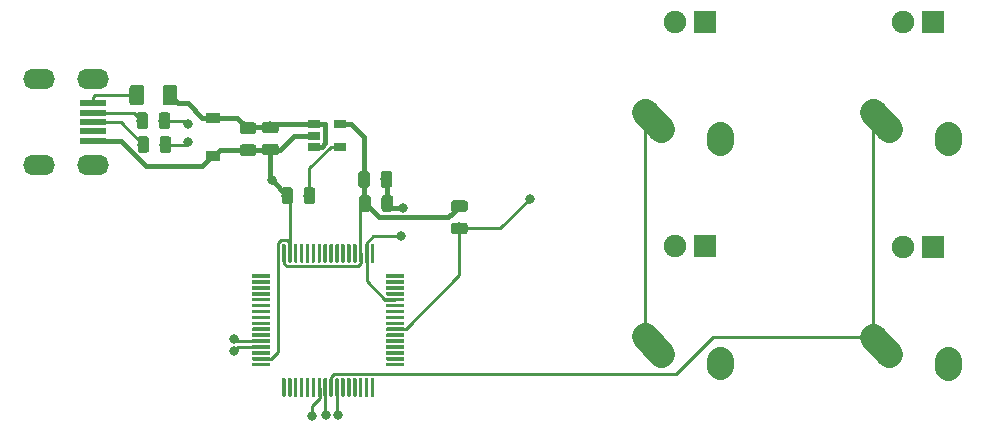
<source format=gtl>
G04 #@! TF.GenerationSoftware,KiCad,Pcbnew,(5.1.4)-1*
G04 #@! TF.CreationDate,2020-10-27T18:56:56+03:00*
G04 #@! TF.ProjectId,100_keyboard,3130305f-6b65-4796-926f-6172642e6b69,rev?*
G04 #@! TF.SameCoordinates,Original*
G04 #@! TF.FileFunction,Copper,L1,Top*
G04 #@! TF.FilePolarity,Positive*
%FSLAX46Y46*%
G04 Gerber Fmt 4.6, Leading zero omitted, Abs format (unit mm)*
G04 Created by KiCad (PCBNEW (5.1.4)-1) date 2020-10-27 18:56:56*
%MOMM*%
%LPD*%
G04 APERTURE LIST*
%ADD10R,1.905000X1.905000*%
%ADD11C,1.905000*%
%ADD12C,2.250000*%
%ADD13C,2.250000*%
%ADD14O,2.700000X1.700000*%
%ADD15R,2.250000X0.500000*%
%ADD16C,0.100000*%
%ADD17C,0.300000*%
%ADD18R,1.060000X0.650000*%
%ADD19C,0.975000*%
%ADD20C,1.250000*%
%ADD21R,1.200000X0.900000*%
%ADD22C,0.800000*%
%ADD23C,0.381000*%
%ADD24C,0.254000*%
G04 APERTURE END LIST*
D10*
X119507000Y-48514000D03*
D11*
X116967000Y-48514000D03*
D12*
X115737000Y-57594000D03*
X115082001Y-56864000D03*
D13*
X114427000Y-56134000D02*
X115737002Y-57594000D01*
D12*
X120777000Y-58674000D03*
X120757000Y-58384000D03*
D13*
X120737000Y-58094000D02*
X120777000Y-58674000D01*
D14*
X43815000Y-53373000D03*
X43815000Y-60673000D03*
X48315000Y-60673000D03*
X48315000Y-53373000D03*
D15*
X48315000Y-55423000D03*
X48315000Y-56223000D03*
X48315000Y-57023000D03*
X48315000Y-57823000D03*
X48315000Y-58623000D03*
D16*
G36*
X72094851Y-78719111D02*
G01*
X72102132Y-78720191D01*
X72109271Y-78721979D01*
X72116201Y-78724459D01*
X72122855Y-78727606D01*
X72129168Y-78731390D01*
X72135079Y-78735774D01*
X72140533Y-78740717D01*
X72145476Y-78746171D01*
X72149860Y-78752082D01*
X72153644Y-78758395D01*
X72156791Y-78765049D01*
X72159271Y-78771979D01*
X72161059Y-78779118D01*
X72162139Y-78786399D01*
X72162500Y-78793750D01*
X72162500Y-80193750D01*
X72162139Y-80201101D01*
X72161059Y-80208382D01*
X72159271Y-80215521D01*
X72156791Y-80222451D01*
X72153644Y-80229105D01*
X72149860Y-80235418D01*
X72145476Y-80241329D01*
X72140533Y-80246783D01*
X72135079Y-80251726D01*
X72129168Y-80256110D01*
X72122855Y-80259894D01*
X72116201Y-80263041D01*
X72109271Y-80265521D01*
X72102132Y-80267309D01*
X72094851Y-80268389D01*
X72087500Y-80268750D01*
X71937500Y-80268750D01*
X71930149Y-80268389D01*
X71922868Y-80267309D01*
X71915729Y-80265521D01*
X71908799Y-80263041D01*
X71902145Y-80259894D01*
X71895832Y-80256110D01*
X71889921Y-80251726D01*
X71884467Y-80246783D01*
X71879524Y-80241329D01*
X71875140Y-80235418D01*
X71871356Y-80229105D01*
X71868209Y-80222451D01*
X71865729Y-80215521D01*
X71863941Y-80208382D01*
X71862861Y-80201101D01*
X71862500Y-80193750D01*
X71862500Y-78793750D01*
X71862861Y-78786399D01*
X71863941Y-78779118D01*
X71865729Y-78771979D01*
X71868209Y-78765049D01*
X71871356Y-78758395D01*
X71875140Y-78752082D01*
X71879524Y-78746171D01*
X71884467Y-78740717D01*
X71889921Y-78735774D01*
X71895832Y-78731390D01*
X71902145Y-78727606D01*
X71908799Y-78724459D01*
X71915729Y-78721979D01*
X71922868Y-78720191D01*
X71930149Y-78719111D01*
X71937500Y-78718750D01*
X72087500Y-78718750D01*
X72094851Y-78719111D01*
X72094851Y-78719111D01*
G37*
D17*
X72012500Y-79493750D03*
D16*
G36*
X71594851Y-78719111D02*
G01*
X71602132Y-78720191D01*
X71609271Y-78721979D01*
X71616201Y-78724459D01*
X71622855Y-78727606D01*
X71629168Y-78731390D01*
X71635079Y-78735774D01*
X71640533Y-78740717D01*
X71645476Y-78746171D01*
X71649860Y-78752082D01*
X71653644Y-78758395D01*
X71656791Y-78765049D01*
X71659271Y-78771979D01*
X71661059Y-78779118D01*
X71662139Y-78786399D01*
X71662500Y-78793750D01*
X71662500Y-80193750D01*
X71662139Y-80201101D01*
X71661059Y-80208382D01*
X71659271Y-80215521D01*
X71656791Y-80222451D01*
X71653644Y-80229105D01*
X71649860Y-80235418D01*
X71645476Y-80241329D01*
X71640533Y-80246783D01*
X71635079Y-80251726D01*
X71629168Y-80256110D01*
X71622855Y-80259894D01*
X71616201Y-80263041D01*
X71609271Y-80265521D01*
X71602132Y-80267309D01*
X71594851Y-80268389D01*
X71587500Y-80268750D01*
X71437500Y-80268750D01*
X71430149Y-80268389D01*
X71422868Y-80267309D01*
X71415729Y-80265521D01*
X71408799Y-80263041D01*
X71402145Y-80259894D01*
X71395832Y-80256110D01*
X71389921Y-80251726D01*
X71384467Y-80246783D01*
X71379524Y-80241329D01*
X71375140Y-80235418D01*
X71371356Y-80229105D01*
X71368209Y-80222451D01*
X71365729Y-80215521D01*
X71363941Y-80208382D01*
X71362861Y-80201101D01*
X71362500Y-80193750D01*
X71362500Y-78793750D01*
X71362861Y-78786399D01*
X71363941Y-78779118D01*
X71365729Y-78771979D01*
X71368209Y-78765049D01*
X71371356Y-78758395D01*
X71375140Y-78752082D01*
X71379524Y-78746171D01*
X71384467Y-78740717D01*
X71389921Y-78735774D01*
X71395832Y-78731390D01*
X71402145Y-78727606D01*
X71408799Y-78724459D01*
X71415729Y-78721979D01*
X71422868Y-78720191D01*
X71430149Y-78719111D01*
X71437500Y-78718750D01*
X71587500Y-78718750D01*
X71594851Y-78719111D01*
X71594851Y-78719111D01*
G37*
D17*
X71512500Y-79493750D03*
D16*
G36*
X71094851Y-78719111D02*
G01*
X71102132Y-78720191D01*
X71109271Y-78721979D01*
X71116201Y-78724459D01*
X71122855Y-78727606D01*
X71129168Y-78731390D01*
X71135079Y-78735774D01*
X71140533Y-78740717D01*
X71145476Y-78746171D01*
X71149860Y-78752082D01*
X71153644Y-78758395D01*
X71156791Y-78765049D01*
X71159271Y-78771979D01*
X71161059Y-78779118D01*
X71162139Y-78786399D01*
X71162500Y-78793750D01*
X71162500Y-80193750D01*
X71162139Y-80201101D01*
X71161059Y-80208382D01*
X71159271Y-80215521D01*
X71156791Y-80222451D01*
X71153644Y-80229105D01*
X71149860Y-80235418D01*
X71145476Y-80241329D01*
X71140533Y-80246783D01*
X71135079Y-80251726D01*
X71129168Y-80256110D01*
X71122855Y-80259894D01*
X71116201Y-80263041D01*
X71109271Y-80265521D01*
X71102132Y-80267309D01*
X71094851Y-80268389D01*
X71087500Y-80268750D01*
X70937500Y-80268750D01*
X70930149Y-80268389D01*
X70922868Y-80267309D01*
X70915729Y-80265521D01*
X70908799Y-80263041D01*
X70902145Y-80259894D01*
X70895832Y-80256110D01*
X70889921Y-80251726D01*
X70884467Y-80246783D01*
X70879524Y-80241329D01*
X70875140Y-80235418D01*
X70871356Y-80229105D01*
X70868209Y-80222451D01*
X70865729Y-80215521D01*
X70863941Y-80208382D01*
X70862861Y-80201101D01*
X70862500Y-80193750D01*
X70862500Y-78793750D01*
X70862861Y-78786399D01*
X70863941Y-78779118D01*
X70865729Y-78771979D01*
X70868209Y-78765049D01*
X70871356Y-78758395D01*
X70875140Y-78752082D01*
X70879524Y-78746171D01*
X70884467Y-78740717D01*
X70889921Y-78735774D01*
X70895832Y-78731390D01*
X70902145Y-78727606D01*
X70908799Y-78724459D01*
X70915729Y-78721979D01*
X70922868Y-78720191D01*
X70930149Y-78719111D01*
X70937500Y-78718750D01*
X71087500Y-78718750D01*
X71094851Y-78719111D01*
X71094851Y-78719111D01*
G37*
D17*
X71012500Y-79493750D03*
D16*
G36*
X70594851Y-78719111D02*
G01*
X70602132Y-78720191D01*
X70609271Y-78721979D01*
X70616201Y-78724459D01*
X70622855Y-78727606D01*
X70629168Y-78731390D01*
X70635079Y-78735774D01*
X70640533Y-78740717D01*
X70645476Y-78746171D01*
X70649860Y-78752082D01*
X70653644Y-78758395D01*
X70656791Y-78765049D01*
X70659271Y-78771979D01*
X70661059Y-78779118D01*
X70662139Y-78786399D01*
X70662500Y-78793750D01*
X70662500Y-80193750D01*
X70662139Y-80201101D01*
X70661059Y-80208382D01*
X70659271Y-80215521D01*
X70656791Y-80222451D01*
X70653644Y-80229105D01*
X70649860Y-80235418D01*
X70645476Y-80241329D01*
X70640533Y-80246783D01*
X70635079Y-80251726D01*
X70629168Y-80256110D01*
X70622855Y-80259894D01*
X70616201Y-80263041D01*
X70609271Y-80265521D01*
X70602132Y-80267309D01*
X70594851Y-80268389D01*
X70587500Y-80268750D01*
X70437500Y-80268750D01*
X70430149Y-80268389D01*
X70422868Y-80267309D01*
X70415729Y-80265521D01*
X70408799Y-80263041D01*
X70402145Y-80259894D01*
X70395832Y-80256110D01*
X70389921Y-80251726D01*
X70384467Y-80246783D01*
X70379524Y-80241329D01*
X70375140Y-80235418D01*
X70371356Y-80229105D01*
X70368209Y-80222451D01*
X70365729Y-80215521D01*
X70363941Y-80208382D01*
X70362861Y-80201101D01*
X70362500Y-80193750D01*
X70362500Y-78793750D01*
X70362861Y-78786399D01*
X70363941Y-78779118D01*
X70365729Y-78771979D01*
X70368209Y-78765049D01*
X70371356Y-78758395D01*
X70375140Y-78752082D01*
X70379524Y-78746171D01*
X70384467Y-78740717D01*
X70389921Y-78735774D01*
X70395832Y-78731390D01*
X70402145Y-78727606D01*
X70408799Y-78724459D01*
X70415729Y-78721979D01*
X70422868Y-78720191D01*
X70430149Y-78719111D01*
X70437500Y-78718750D01*
X70587500Y-78718750D01*
X70594851Y-78719111D01*
X70594851Y-78719111D01*
G37*
D17*
X70512500Y-79493750D03*
D16*
G36*
X70094851Y-78719111D02*
G01*
X70102132Y-78720191D01*
X70109271Y-78721979D01*
X70116201Y-78724459D01*
X70122855Y-78727606D01*
X70129168Y-78731390D01*
X70135079Y-78735774D01*
X70140533Y-78740717D01*
X70145476Y-78746171D01*
X70149860Y-78752082D01*
X70153644Y-78758395D01*
X70156791Y-78765049D01*
X70159271Y-78771979D01*
X70161059Y-78779118D01*
X70162139Y-78786399D01*
X70162500Y-78793750D01*
X70162500Y-80193750D01*
X70162139Y-80201101D01*
X70161059Y-80208382D01*
X70159271Y-80215521D01*
X70156791Y-80222451D01*
X70153644Y-80229105D01*
X70149860Y-80235418D01*
X70145476Y-80241329D01*
X70140533Y-80246783D01*
X70135079Y-80251726D01*
X70129168Y-80256110D01*
X70122855Y-80259894D01*
X70116201Y-80263041D01*
X70109271Y-80265521D01*
X70102132Y-80267309D01*
X70094851Y-80268389D01*
X70087500Y-80268750D01*
X69937500Y-80268750D01*
X69930149Y-80268389D01*
X69922868Y-80267309D01*
X69915729Y-80265521D01*
X69908799Y-80263041D01*
X69902145Y-80259894D01*
X69895832Y-80256110D01*
X69889921Y-80251726D01*
X69884467Y-80246783D01*
X69879524Y-80241329D01*
X69875140Y-80235418D01*
X69871356Y-80229105D01*
X69868209Y-80222451D01*
X69865729Y-80215521D01*
X69863941Y-80208382D01*
X69862861Y-80201101D01*
X69862500Y-80193750D01*
X69862500Y-78793750D01*
X69862861Y-78786399D01*
X69863941Y-78779118D01*
X69865729Y-78771979D01*
X69868209Y-78765049D01*
X69871356Y-78758395D01*
X69875140Y-78752082D01*
X69879524Y-78746171D01*
X69884467Y-78740717D01*
X69889921Y-78735774D01*
X69895832Y-78731390D01*
X69902145Y-78727606D01*
X69908799Y-78724459D01*
X69915729Y-78721979D01*
X69922868Y-78720191D01*
X69930149Y-78719111D01*
X69937500Y-78718750D01*
X70087500Y-78718750D01*
X70094851Y-78719111D01*
X70094851Y-78719111D01*
G37*
D17*
X70012500Y-79493750D03*
D16*
G36*
X69594851Y-78719111D02*
G01*
X69602132Y-78720191D01*
X69609271Y-78721979D01*
X69616201Y-78724459D01*
X69622855Y-78727606D01*
X69629168Y-78731390D01*
X69635079Y-78735774D01*
X69640533Y-78740717D01*
X69645476Y-78746171D01*
X69649860Y-78752082D01*
X69653644Y-78758395D01*
X69656791Y-78765049D01*
X69659271Y-78771979D01*
X69661059Y-78779118D01*
X69662139Y-78786399D01*
X69662500Y-78793750D01*
X69662500Y-80193750D01*
X69662139Y-80201101D01*
X69661059Y-80208382D01*
X69659271Y-80215521D01*
X69656791Y-80222451D01*
X69653644Y-80229105D01*
X69649860Y-80235418D01*
X69645476Y-80241329D01*
X69640533Y-80246783D01*
X69635079Y-80251726D01*
X69629168Y-80256110D01*
X69622855Y-80259894D01*
X69616201Y-80263041D01*
X69609271Y-80265521D01*
X69602132Y-80267309D01*
X69594851Y-80268389D01*
X69587500Y-80268750D01*
X69437500Y-80268750D01*
X69430149Y-80268389D01*
X69422868Y-80267309D01*
X69415729Y-80265521D01*
X69408799Y-80263041D01*
X69402145Y-80259894D01*
X69395832Y-80256110D01*
X69389921Y-80251726D01*
X69384467Y-80246783D01*
X69379524Y-80241329D01*
X69375140Y-80235418D01*
X69371356Y-80229105D01*
X69368209Y-80222451D01*
X69365729Y-80215521D01*
X69363941Y-80208382D01*
X69362861Y-80201101D01*
X69362500Y-80193750D01*
X69362500Y-78793750D01*
X69362861Y-78786399D01*
X69363941Y-78779118D01*
X69365729Y-78771979D01*
X69368209Y-78765049D01*
X69371356Y-78758395D01*
X69375140Y-78752082D01*
X69379524Y-78746171D01*
X69384467Y-78740717D01*
X69389921Y-78735774D01*
X69395832Y-78731390D01*
X69402145Y-78727606D01*
X69408799Y-78724459D01*
X69415729Y-78721979D01*
X69422868Y-78720191D01*
X69430149Y-78719111D01*
X69437500Y-78718750D01*
X69587500Y-78718750D01*
X69594851Y-78719111D01*
X69594851Y-78719111D01*
G37*
D17*
X69512500Y-79493750D03*
D16*
G36*
X69094851Y-78719111D02*
G01*
X69102132Y-78720191D01*
X69109271Y-78721979D01*
X69116201Y-78724459D01*
X69122855Y-78727606D01*
X69129168Y-78731390D01*
X69135079Y-78735774D01*
X69140533Y-78740717D01*
X69145476Y-78746171D01*
X69149860Y-78752082D01*
X69153644Y-78758395D01*
X69156791Y-78765049D01*
X69159271Y-78771979D01*
X69161059Y-78779118D01*
X69162139Y-78786399D01*
X69162500Y-78793750D01*
X69162500Y-80193750D01*
X69162139Y-80201101D01*
X69161059Y-80208382D01*
X69159271Y-80215521D01*
X69156791Y-80222451D01*
X69153644Y-80229105D01*
X69149860Y-80235418D01*
X69145476Y-80241329D01*
X69140533Y-80246783D01*
X69135079Y-80251726D01*
X69129168Y-80256110D01*
X69122855Y-80259894D01*
X69116201Y-80263041D01*
X69109271Y-80265521D01*
X69102132Y-80267309D01*
X69094851Y-80268389D01*
X69087500Y-80268750D01*
X68937500Y-80268750D01*
X68930149Y-80268389D01*
X68922868Y-80267309D01*
X68915729Y-80265521D01*
X68908799Y-80263041D01*
X68902145Y-80259894D01*
X68895832Y-80256110D01*
X68889921Y-80251726D01*
X68884467Y-80246783D01*
X68879524Y-80241329D01*
X68875140Y-80235418D01*
X68871356Y-80229105D01*
X68868209Y-80222451D01*
X68865729Y-80215521D01*
X68863941Y-80208382D01*
X68862861Y-80201101D01*
X68862500Y-80193750D01*
X68862500Y-78793750D01*
X68862861Y-78786399D01*
X68863941Y-78779118D01*
X68865729Y-78771979D01*
X68868209Y-78765049D01*
X68871356Y-78758395D01*
X68875140Y-78752082D01*
X68879524Y-78746171D01*
X68884467Y-78740717D01*
X68889921Y-78735774D01*
X68895832Y-78731390D01*
X68902145Y-78727606D01*
X68908799Y-78724459D01*
X68915729Y-78721979D01*
X68922868Y-78720191D01*
X68930149Y-78719111D01*
X68937500Y-78718750D01*
X69087500Y-78718750D01*
X69094851Y-78719111D01*
X69094851Y-78719111D01*
G37*
D17*
X69012500Y-79493750D03*
D16*
G36*
X68594851Y-78719111D02*
G01*
X68602132Y-78720191D01*
X68609271Y-78721979D01*
X68616201Y-78724459D01*
X68622855Y-78727606D01*
X68629168Y-78731390D01*
X68635079Y-78735774D01*
X68640533Y-78740717D01*
X68645476Y-78746171D01*
X68649860Y-78752082D01*
X68653644Y-78758395D01*
X68656791Y-78765049D01*
X68659271Y-78771979D01*
X68661059Y-78779118D01*
X68662139Y-78786399D01*
X68662500Y-78793750D01*
X68662500Y-80193750D01*
X68662139Y-80201101D01*
X68661059Y-80208382D01*
X68659271Y-80215521D01*
X68656791Y-80222451D01*
X68653644Y-80229105D01*
X68649860Y-80235418D01*
X68645476Y-80241329D01*
X68640533Y-80246783D01*
X68635079Y-80251726D01*
X68629168Y-80256110D01*
X68622855Y-80259894D01*
X68616201Y-80263041D01*
X68609271Y-80265521D01*
X68602132Y-80267309D01*
X68594851Y-80268389D01*
X68587500Y-80268750D01*
X68437500Y-80268750D01*
X68430149Y-80268389D01*
X68422868Y-80267309D01*
X68415729Y-80265521D01*
X68408799Y-80263041D01*
X68402145Y-80259894D01*
X68395832Y-80256110D01*
X68389921Y-80251726D01*
X68384467Y-80246783D01*
X68379524Y-80241329D01*
X68375140Y-80235418D01*
X68371356Y-80229105D01*
X68368209Y-80222451D01*
X68365729Y-80215521D01*
X68363941Y-80208382D01*
X68362861Y-80201101D01*
X68362500Y-80193750D01*
X68362500Y-78793750D01*
X68362861Y-78786399D01*
X68363941Y-78779118D01*
X68365729Y-78771979D01*
X68368209Y-78765049D01*
X68371356Y-78758395D01*
X68375140Y-78752082D01*
X68379524Y-78746171D01*
X68384467Y-78740717D01*
X68389921Y-78735774D01*
X68395832Y-78731390D01*
X68402145Y-78727606D01*
X68408799Y-78724459D01*
X68415729Y-78721979D01*
X68422868Y-78720191D01*
X68430149Y-78719111D01*
X68437500Y-78718750D01*
X68587500Y-78718750D01*
X68594851Y-78719111D01*
X68594851Y-78719111D01*
G37*
D17*
X68512500Y-79493750D03*
D16*
G36*
X68094851Y-78719111D02*
G01*
X68102132Y-78720191D01*
X68109271Y-78721979D01*
X68116201Y-78724459D01*
X68122855Y-78727606D01*
X68129168Y-78731390D01*
X68135079Y-78735774D01*
X68140533Y-78740717D01*
X68145476Y-78746171D01*
X68149860Y-78752082D01*
X68153644Y-78758395D01*
X68156791Y-78765049D01*
X68159271Y-78771979D01*
X68161059Y-78779118D01*
X68162139Y-78786399D01*
X68162500Y-78793750D01*
X68162500Y-80193750D01*
X68162139Y-80201101D01*
X68161059Y-80208382D01*
X68159271Y-80215521D01*
X68156791Y-80222451D01*
X68153644Y-80229105D01*
X68149860Y-80235418D01*
X68145476Y-80241329D01*
X68140533Y-80246783D01*
X68135079Y-80251726D01*
X68129168Y-80256110D01*
X68122855Y-80259894D01*
X68116201Y-80263041D01*
X68109271Y-80265521D01*
X68102132Y-80267309D01*
X68094851Y-80268389D01*
X68087500Y-80268750D01*
X67937500Y-80268750D01*
X67930149Y-80268389D01*
X67922868Y-80267309D01*
X67915729Y-80265521D01*
X67908799Y-80263041D01*
X67902145Y-80259894D01*
X67895832Y-80256110D01*
X67889921Y-80251726D01*
X67884467Y-80246783D01*
X67879524Y-80241329D01*
X67875140Y-80235418D01*
X67871356Y-80229105D01*
X67868209Y-80222451D01*
X67865729Y-80215521D01*
X67863941Y-80208382D01*
X67862861Y-80201101D01*
X67862500Y-80193750D01*
X67862500Y-78793750D01*
X67862861Y-78786399D01*
X67863941Y-78779118D01*
X67865729Y-78771979D01*
X67868209Y-78765049D01*
X67871356Y-78758395D01*
X67875140Y-78752082D01*
X67879524Y-78746171D01*
X67884467Y-78740717D01*
X67889921Y-78735774D01*
X67895832Y-78731390D01*
X67902145Y-78727606D01*
X67908799Y-78724459D01*
X67915729Y-78721979D01*
X67922868Y-78720191D01*
X67930149Y-78719111D01*
X67937500Y-78718750D01*
X68087500Y-78718750D01*
X68094851Y-78719111D01*
X68094851Y-78719111D01*
G37*
D17*
X68012500Y-79493750D03*
D16*
G36*
X67594851Y-78719111D02*
G01*
X67602132Y-78720191D01*
X67609271Y-78721979D01*
X67616201Y-78724459D01*
X67622855Y-78727606D01*
X67629168Y-78731390D01*
X67635079Y-78735774D01*
X67640533Y-78740717D01*
X67645476Y-78746171D01*
X67649860Y-78752082D01*
X67653644Y-78758395D01*
X67656791Y-78765049D01*
X67659271Y-78771979D01*
X67661059Y-78779118D01*
X67662139Y-78786399D01*
X67662500Y-78793750D01*
X67662500Y-80193750D01*
X67662139Y-80201101D01*
X67661059Y-80208382D01*
X67659271Y-80215521D01*
X67656791Y-80222451D01*
X67653644Y-80229105D01*
X67649860Y-80235418D01*
X67645476Y-80241329D01*
X67640533Y-80246783D01*
X67635079Y-80251726D01*
X67629168Y-80256110D01*
X67622855Y-80259894D01*
X67616201Y-80263041D01*
X67609271Y-80265521D01*
X67602132Y-80267309D01*
X67594851Y-80268389D01*
X67587500Y-80268750D01*
X67437500Y-80268750D01*
X67430149Y-80268389D01*
X67422868Y-80267309D01*
X67415729Y-80265521D01*
X67408799Y-80263041D01*
X67402145Y-80259894D01*
X67395832Y-80256110D01*
X67389921Y-80251726D01*
X67384467Y-80246783D01*
X67379524Y-80241329D01*
X67375140Y-80235418D01*
X67371356Y-80229105D01*
X67368209Y-80222451D01*
X67365729Y-80215521D01*
X67363941Y-80208382D01*
X67362861Y-80201101D01*
X67362500Y-80193750D01*
X67362500Y-78793750D01*
X67362861Y-78786399D01*
X67363941Y-78779118D01*
X67365729Y-78771979D01*
X67368209Y-78765049D01*
X67371356Y-78758395D01*
X67375140Y-78752082D01*
X67379524Y-78746171D01*
X67384467Y-78740717D01*
X67389921Y-78735774D01*
X67395832Y-78731390D01*
X67402145Y-78727606D01*
X67408799Y-78724459D01*
X67415729Y-78721979D01*
X67422868Y-78720191D01*
X67430149Y-78719111D01*
X67437500Y-78718750D01*
X67587500Y-78718750D01*
X67594851Y-78719111D01*
X67594851Y-78719111D01*
G37*
D17*
X67512500Y-79493750D03*
D16*
G36*
X67094851Y-78719111D02*
G01*
X67102132Y-78720191D01*
X67109271Y-78721979D01*
X67116201Y-78724459D01*
X67122855Y-78727606D01*
X67129168Y-78731390D01*
X67135079Y-78735774D01*
X67140533Y-78740717D01*
X67145476Y-78746171D01*
X67149860Y-78752082D01*
X67153644Y-78758395D01*
X67156791Y-78765049D01*
X67159271Y-78771979D01*
X67161059Y-78779118D01*
X67162139Y-78786399D01*
X67162500Y-78793750D01*
X67162500Y-80193750D01*
X67162139Y-80201101D01*
X67161059Y-80208382D01*
X67159271Y-80215521D01*
X67156791Y-80222451D01*
X67153644Y-80229105D01*
X67149860Y-80235418D01*
X67145476Y-80241329D01*
X67140533Y-80246783D01*
X67135079Y-80251726D01*
X67129168Y-80256110D01*
X67122855Y-80259894D01*
X67116201Y-80263041D01*
X67109271Y-80265521D01*
X67102132Y-80267309D01*
X67094851Y-80268389D01*
X67087500Y-80268750D01*
X66937500Y-80268750D01*
X66930149Y-80268389D01*
X66922868Y-80267309D01*
X66915729Y-80265521D01*
X66908799Y-80263041D01*
X66902145Y-80259894D01*
X66895832Y-80256110D01*
X66889921Y-80251726D01*
X66884467Y-80246783D01*
X66879524Y-80241329D01*
X66875140Y-80235418D01*
X66871356Y-80229105D01*
X66868209Y-80222451D01*
X66865729Y-80215521D01*
X66863941Y-80208382D01*
X66862861Y-80201101D01*
X66862500Y-80193750D01*
X66862500Y-78793750D01*
X66862861Y-78786399D01*
X66863941Y-78779118D01*
X66865729Y-78771979D01*
X66868209Y-78765049D01*
X66871356Y-78758395D01*
X66875140Y-78752082D01*
X66879524Y-78746171D01*
X66884467Y-78740717D01*
X66889921Y-78735774D01*
X66895832Y-78731390D01*
X66902145Y-78727606D01*
X66908799Y-78724459D01*
X66915729Y-78721979D01*
X66922868Y-78720191D01*
X66930149Y-78719111D01*
X66937500Y-78718750D01*
X67087500Y-78718750D01*
X67094851Y-78719111D01*
X67094851Y-78719111D01*
G37*
D17*
X67012500Y-79493750D03*
D16*
G36*
X66594851Y-78719111D02*
G01*
X66602132Y-78720191D01*
X66609271Y-78721979D01*
X66616201Y-78724459D01*
X66622855Y-78727606D01*
X66629168Y-78731390D01*
X66635079Y-78735774D01*
X66640533Y-78740717D01*
X66645476Y-78746171D01*
X66649860Y-78752082D01*
X66653644Y-78758395D01*
X66656791Y-78765049D01*
X66659271Y-78771979D01*
X66661059Y-78779118D01*
X66662139Y-78786399D01*
X66662500Y-78793750D01*
X66662500Y-80193750D01*
X66662139Y-80201101D01*
X66661059Y-80208382D01*
X66659271Y-80215521D01*
X66656791Y-80222451D01*
X66653644Y-80229105D01*
X66649860Y-80235418D01*
X66645476Y-80241329D01*
X66640533Y-80246783D01*
X66635079Y-80251726D01*
X66629168Y-80256110D01*
X66622855Y-80259894D01*
X66616201Y-80263041D01*
X66609271Y-80265521D01*
X66602132Y-80267309D01*
X66594851Y-80268389D01*
X66587500Y-80268750D01*
X66437500Y-80268750D01*
X66430149Y-80268389D01*
X66422868Y-80267309D01*
X66415729Y-80265521D01*
X66408799Y-80263041D01*
X66402145Y-80259894D01*
X66395832Y-80256110D01*
X66389921Y-80251726D01*
X66384467Y-80246783D01*
X66379524Y-80241329D01*
X66375140Y-80235418D01*
X66371356Y-80229105D01*
X66368209Y-80222451D01*
X66365729Y-80215521D01*
X66363941Y-80208382D01*
X66362861Y-80201101D01*
X66362500Y-80193750D01*
X66362500Y-78793750D01*
X66362861Y-78786399D01*
X66363941Y-78779118D01*
X66365729Y-78771979D01*
X66368209Y-78765049D01*
X66371356Y-78758395D01*
X66375140Y-78752082D01*
X66379524Y-78746171D01*
X66384467Y-78740717D01*
X66389921Y-78735774D01*
X66395832Y-78731390D01*
X66402145Y-78727606D01*
X66408799Y-78724459D01*
X66415729Y-78721979D01*
X66422868Y-78720191D01*
X66430149Y-78719111D01*
X66437500Y-78718750D01*
X66587500Y-78718750D01*
X66594851Y-78719111D01*
X66594851Y-78719111D01*
G37*
D17*
X66512500Y-79493750D03*
D16*
G36*
X66094851Y-78719111D02*
G01*
X66102132Y-78720191D01*
X66109271Y-78721979D01*
X66116201Y-78724459D01*
X66122855Y-78727606D01*
X66129168Y-78731390D01*
X66135079Y-78735774D01*
X66140533Y-78740717D01*
X66145476Y-78746171D01*
X66149860Y-78752082D01*
X66153644Y-78758395D01*
X66156791Y-78765049D01*
X66159271Y-78771979D01*
X66161059Y-78779118D01*
X66162139Y-78786399D01*
X66162500Y-78793750D01*
X66162500Y-80193750D01*
X66162139Y-80201101D01*
X66161059Y-80208382D01*
X66159271Y-80215521D01*
X66156791Y-80222451D01*
X66153644Y-80229105D01*
X66149860Y-80235418D01*
X66145476Y-80241329D01*
X66140533Y-80246783D01*
X66135079Y-80251726D01*
X66129168Y-80256110D01*
X66122855Y-80259894D01*
X66116201Y-80263041D01*
X66109271Y-80265521D01*
X66102132Y-80267309D01*
X66094851Y-80268389D01*
X66087500Y-80268750D01*
X65937500Y-80268750D01*
X65930149Y-80268389D01*
X65922868Y-80267309D01*
X65915729Y-80265521D01*
X65908799Y-80263041D01*
X65902145Y-80259894D01*
X65895832Y-80256110D01*
X65889921Y-80251726D01*
X65884467Y-80246783D01*
X65879524Y-80241329D01*
X65875140Y-80235418D01*
X65871356Y-80229105D01*
X65868209Y-80222451D01*
X65865729Y-80215521D01*
X65863941Y-80208382D01*
X65862861Y-80201101D01*
X65862500Y-80193750D01*
X65862500Y-78793750D01*
X65862861Y-78786399D01*
X65863941Y-78779118D01*
X65865729Y-78771979D01*
X65868209Y-78765049D01*
X65871356Y-78758395D01*
X65875140Y-78752082D01*
X65879524Y-78746171D01*
X65884467Y-78740717D01*
X65889921Y-78735774D01*
X65895832Y-78731390D01*
X65902145Y-78727606D01*
X65908799Y-78724459D01*
X65915729Y-78721979D01*
X65922868Y-78720191D01*
X65930149Y-78719111D01*
X65937500Y-78718750D01*
X66087500Y-78718750D01*
X66094851Y-78719111D01*
X66094851Y-78719111D01*
G37*
D17*
X66012500Y-79493750D03*
D16*
G36*
X65594851Y-78719111D02*
G01*
X65602132Y-78720191D01*
X65609271Y-78721979D01*
X65616201Y-78724459D01*
X65622855Y-78727606D01*
X65629168Y-78731390D01*
X65635079Y-78735774D01*
X65640533Y-78740717D01*
X65645476Y-78746171D01*
X65649860Y-78752082D01*
X65653644Y-78758395D01*
X65656791Y-78765049D01*
X65659271Y-78771979D01*
X65661059Y-78779118D01*
X65662139Y-78786399D01*
X65662500Y-78793750D01*
X65662500Y-80193750D01*
X65662139Y-80201101D01*
X65661059Y-80208382D01*
X65659271Y-80215521D01*
X65656791Y-80222451D01*
X65653644Y-80229105D01*
X65649860Y-80235418D01*
X65645476Y-80241329D01*
X65640533Y-80246783D01*
X65635079Y-80251726D01*
X65629168Y-80256110D01*
X65622855Y-80259894D01*
X65616201Y-80263041D01*
X65609271Y-80265521D01*
X65602132Y-80267309D01*
X65594851Y-80268389D01*
X65587500Y-80268750D01*
X65437500Y-80268750D01*
X65430149Y-80268389D01*
X65422868Y-80267309D01*
X65415729Y-80265521D01*
X65408799Y-80263041D01*
X65402145Y-80259894D01*
X65395832Y-80256110D01*
X65389921Y-80251726D01*
X65384467Y-80246783D01*
X65379524Y-80241329D01*
X65375140Y-80235418D01*
X65371356Y-80229105D01*
X65368209Y-80222451D01*
X65365729Y-80215521D01*
X65363941Y-80208382D01*
X65362861Y-80201101D01*
X65362500Y-80193750D01*
X65362500Y-78793750D01*
X65362861Y-78786399D01*
X65363941Y-78779118D01*
X65365729Y-78771979D01*
X65368209Y-78765049D01*
X65371356Y-78758395D01*
X65375140Y-78752082D01*
X65379524Y-78746171D01*
X65384467Y-78740717D01*
X65389921Y-78735774D01*
X65395832Y-78731390D01*
X65402145Y-78727606D01*
X65408799Y-78724459D01*
X65415729Y-78721979D01*
X65422868Y-78720191D01*
X65430149Y-78719111D01*
X65437500Y-78718750D01*
X65587500Y-78718750D01*
X65594851Y-78719111D01*
X65594851Y-78719111D01*
G37*
D17*
X65512500Y-79493750D03*
D16*
G36*
X65094851Y-78719111D02*
G01*
X65102132Y-78720191D01*
X65109271Y-78721979D01*
X65116201Y-78724459D01*
X65122855Y-78727606D01*
X65129168Y-78731390D01*
X65135079Y-78735774D01*
X65140533Y-78740717D01*
X65145476Y-78746171D01*
X65149860Y-78752082D01*
X65153644Y-78758395D01*
X65156791Y-78765049D01*
X65159271Y-78771979D01*
X65161059Y-78779118D01*
X65162139Y-78786399D01*
X65162500Y-78793750D01*
X65162500Y-80193750D01*
X65162139Y-80201101D01*
X65161059Y-80208382D01*
X65159271Y-80215521D01*
X65156791Y-80222451D01*
X65153644Y-80229105D01*
X65149860Y-80235418D01*
X65145476Y-80241329D01*
X65140533Y-80246783D01*
X65135079Y-80251726D01*
X65129168Y-80256110D01*
X65122855Y-80259894D01*
X65116201Y-80263041D01*
X65109271Y-80265521D01*
X65102132Y-80267309D01*
X65094851Y-80268389D01*
X65087500Y-80268750D01*
X64937500Y-80268750D01*
X64930149Y-80268389D01*
X64922868Y-80267309D01*
X64915729Y-80265521D01*
X64908799Y-80263041D01*
X64902145Y-80259894D01*
X64895832Y-80256110D01*
X64889921Y-80251726D01*
X64884467Y-80246783D01*
X64879524Y-80241329D01*
X64875140Y-80235418D01*
X64871356Y-80229105D01*
X64868209Y-80222451D01*
X64865729Y-80215521D01*
X64863941Y-80208382D01*
X64862861Y-80201101D01*
X64862500Y-80193750D01*
X64862500Y-78793750D01*
X64862861Y-78786399D01*
X64863941Y-78779118D01*
X64865729Y-78771979D01*
X64868209Y-78765049D01*
X64871356Y-78758395D01*
X64875140Y-78752082D01*
X64879524Y-78746171D01*
X64884467Y-78740717D01*
X64889921Y-78735774D01*
X64895832Y-78731390D01*
X64902145Y-78727606D01*
X64908799Y-78724459D01*
X64915729Y-78721979D01*
X64922868Y-78720191D01*
X64930149Y-78719111D01*
X64937500Y-78718750D01*
X65087500Y-78718750D01*
X65094851Y-78719111D01*
X65094851Y-78719111D01*
G37*
D17*
X65012500Y-79493750D03*
D16*
G36*
X64594851Y-78719111D02*
G01*
X64602132Y-78720191D01*
X64609271Y-78721979D01*
X64616201Y-78724459D01*
X64622855Y-78727606D01*
X64629168Y-78731390D01*
X64635079Y-78735774D01*
X64640533Y-78740717D01*
X64645476Y-78746171D01*
X64649860Y-78752082D01*
X64653644Y-78758395D01*
X64656791Y-78765049D01*
X64659271Y-78771979D01*
X64661059Y-78779118D01*
X64662139Y-78786399D01*
X64662500Y-78793750D01*
X64662500Y-80193750D01*
X64662139Y-80201101D01*
X64661059Y-80208382D01*
X64659271Y-80215521D01*
X64656791Y-80222451D01*
X64653644Y-80229105D01*
X64649860Y-80235418D01*
X64645476Y-80241329D01*
X64640533Y-80246783D01*
X64635079Y-80251726D01*
X64629168Y-80256110D01*
X64622855Y-80259894D01*
X64616201Y-80263041D01*
X64609271Y-80265521D01*
X64602132Y-80267309D01*
X64594851Y-80268389D01*
X64587500Y-80268750D01*
X64437500Y-80268750D01*
X64430149Y-80268389D01*
X64422868Y-80267309D01*
X64415729Y-80265521D01*
X64408799Y-80263041D01*
X64402145Y-80259894D01*
X64395832Y-80256110D01*
X64389921Y-80251726D01*
X64384467Y-80246783D01*
X64379524Y-80241329D01*
X64375140Y-80235418D01*
X64371356Y-80229105D01*
X64368209Y-80222451D01*
X64365729Y-80215521D01*
X64363941Y-80208382D01*
X64362861Y-80201101D01*
X64362500Y-80193750D01*
X64362500Y-78793750D01*
X64362861Y-78786399D01*
X64363941Y-78779118D01*
X64365729Y-78771979D01*
X64368209Y-78765049D01*
X64371356Y-78758395D01*
X64375140Y-78752082D01*
X64379524Y-78746171D01*
X64384467Y-78740717D01*
X64389921Y-78735774D01*
X64395832Y-78731390D01*
X64402145Y-78727606D01*
X64408799Y-78724459D01*
X64415729Y-78721979D01*
X64422868Y-78720191D01*
X64430149Y-78719111D01*
X64437500Y-78718750D01*
X64587500Y-78718750D01*
X64594851Y-78719111D01*
X64594851Y-78719111D01*
G37*
D17*
X64512500Y-79493750D03*
D16*
G36*
X63294851Y-77419111D02*
G01*
X63302132Y-77420191D01*
X63309271Y-77421979D01*
X63316201Y-77424459D01*
X63322855Y-77427606D01*
X63329168Y-77431390D01*
X63335079Y-77435774D01*
X63340533Y-77440717D01*
X63345476Y-77446171D01*
X63349860Y-77452082D01*
X63353644Y-77458395D01*
X63356791Y-77465049D01*
X63359271Y-77471979D01*
X63361059Y-77479118D01*
X63362139Y-77486399D01*
X63362500Y-77493750D01*
X63362500Y-77643750D01*
X63362139Y-77651101D01*
X63361059Y-77658382D01*
X63359271Y-77665521D01*
X63356791Y-77672451D01*
X63353644Y-77679105D01*
X63349860Y-77685418D01*
X63345476Y-77691329D01*
X63340533Y-77696783D01*
X63335079Y-77701726D01*
X63329168Y-77706110D01*
X63322855Y-77709894D01*
X63316201Y-77713041D01*
X63309271Y-77715521D01*
X63302132Y-77717309D01*
X63294851Y-77718389D01*
X63287500Y-77718750D01*
X61887500Y-77718750D01*
X61880149Y-77718389D01*
X61872868Y-77717309D01*
X61865729Y-77715521D01*
X61858799Y-77713041D01*
X61852145Y-77709894D01*
X61845832Y-77706110D01*
X61839921Y-77701726D01*
X61834467Y-77696783D01*
X61829524Y-77691329D01*
X61825140Y-77685418D01*
X61821356Y-77679105D01*
X61818209Y-77672451D01*
X61815729Y-77665521D01*
X61813941Y-77658382D01*
X61812861Y-77651101D01*
X61812500Y-77643750D01*
X61812500Y-77493750D01*
X61812861Y-77486399D01*
X61813941Y-77479118D01*
X61815729Y-77471979D01*
X61818209Y-77465049D01*
X61821356Y-77458395D01*
X61825140Y-77452082D01*
X61829524Y-77446171D01*
X61834467Y-77440717D01*
X61839921Y-77435774D01*
X61845832Y-77431390D01*
X61852145Y-77427606D01*
X61858799Y-77424459D01*
X61865729Y-77421979D01*
X61872868Y-77420191D01*
X61880149Y-77419111D01*
X61887500Y-77418750D01*
X63287500Y-77418750D01*
X63294851Y-77419111D01*
X63294851Y-77419111D01*
G37*
D17*
X62587500Y-77568750D03*
D16*
G36*
X63294851Y-76919111D02*
G01*
X63302132Y-76920191D01*
X63309271Y-76921979D01*
X63316201Y-76924459D01*
X63322855Y-76927606D01*
X63329168Y-76931390D01*
X63335079Y-76935774D01*
X63340533Y-76940717D01*
X63345476Y-76946171D01*
X63349860Y-76952082D01*
X63353644Y-76958395D01*
X63356791Y-76965049D01*
X63359271Y-76971979D01*
X63361059Y-76979118D01*
X63362139Y-76986399D01*
X63362500Y-76993750D01*
X63362500Y-77143750D01*
X63362139Y-77151101D01*
X63361059Y-77158382D01*
X63359271Y-77165521D01*
X63356791Y-77172451D01*
X63353644Y-77179105D01*
X63349860Y-77185418D01*
X63345476Y-77191329D01*
X63340533Y-77196783D01*
X63335079Y-77201726D01*
X63329168Y-77206110D01*
X63322855Y-77209894D01*
X63316201Y-77213041D01*
X63309271Y-77215521D01*
X63302132Y-77217309D01*
X63294851Y-77218389D01*
X63287500Y-77218750D01*
X61887500Y-77218750D01*
X61880149Y-77218389D01*
X61872868Y-77217309D01*
X61865729Y-77215521D01*
X61858799Y-77213041D01*
X61852145Y-77209894D01*
X61845832Y-77206110D01*
X61839921Y-77201726D01*
X61834467Y-77196783D01*
X61829524Y-77191329D01*
X61825140Y-77185418D01*
X61821356Y-77179105D01*
X61818209Y-77172451D01*
X61815729Y-77165521D01*
X61813941Y-77158382D01*
X61812861Y-77151101D01*
X61812500Y-77143750D01*
X61812500Y-76993750D01*
X61812861Y-76986399D01*
X61813941Y-76979118D01*
X61815729Y-76971979D01*
X61818209Y-76965049D01*
X61821356Y-76958395D01*
X61825140Y-76952082D01*
X61829524Y-76946171D01*
X61834467Y-76940717D01*
X61839921Y-76935774D01*
X61845832Y-76931390D01*
X61852145Y-76927606D01*
X61858799Y-76924459D01*
X61865729Y-76921979D01*
X61872868Y-76920191D01*
X61880149Y-76919111D01*
X61887500Y-76918750D01*
X63287500Y-76918750D01*
X63294851Y-76919111D01*
X63294851Y-76919111D01*
G37*
D17*
X62587500Y-77068750D03*
D16*
G36*
X63294851Y-76419111D02*
G01*
X63302132Y-76420191D01*
X63309271Y-76421979D01*
X63316201Y-76424459D01*
X63322855Y-76427606D01*
X63329168Y-76431390D01*
X63335079Y-76435774D01*
X63340533Y-76440717D01*
X63345476Y-76446171D01*
X63349860Y-76452082D01*
X63353644Y-76458395D01*
X63356791Y-76465049D01*
X63359271Y-76471979D01*
X63361059Y-76479118D01*
X63362139Y-76486399D01*
X63362500Y-76493750D01*
X63362500Y-76643750D01*
X63362139Y-76651101D01*
X63361059Y-76658382D01*
X63359271Y-76665521D01*
X63356791Y-76672451D01*
X63353644Y-76679105D01*
X63349860Y-76685418D01*
X63345476Y-76691329D01*
X63340533Y-76696783D01*
X63335079Y-76701726D01*
X63329168Y-76706110D01*
X63322855Y-76709894D01*
X63316201Y-76713041D01*
X63309271Y-76715521D01*
X63302132Y-76717309D01*
X63294851Y-76718389D01*
X63287500Y-76718750D01*
X61887500Y-76718750D01*
X61880149Y-76718389D01*
X61872868Y-76717309D01*
X61865729Y-76715521D01*
X61858799Y-76713041D01*
X61852145Y-76709894D01*
X61845832Y-76706110D01*
X61839921Y-76701726D01*
X61834467Y-76696783D01*
X61829524Y-76691329D01*
X61825140Y-76685418D01*
X61821356Y-76679105D01*
X61818209Y-76672451D01*
X61815729Y-76665521D01*
X61813941Y-76658382D01*
X61812861Y-76651101D01*
X61812500Y-76643750D01*
X61812500Y-76493750D01*
X61812861Y-76486399D01*
X61813941Y-76479118D01*
X61815729Y-76471979D01*
X61818209Y-76465049D01*
X61821356Y-76458395D01*
X61825140Y-76452082D01*
X61829524Y-76446171D01*
X61834467Y-76440717D01*
X61839921Y-76435774D01*
X61845832Y-76431390D01*
X61852145Y-76427606D01*
X61858799Y-76424459D01*
X61865729Y-76421979D01*
X61872868Y-76420191D01*
X61880149Y-76419111D01*
X61887500Y-76418750D01*
X63287500Y-76418750D01*
X63294851Y-76419111D01*
X63294851Y-76419111D01*
G37*
D17*
X62587500Y-76568750D03*
D16*
G36*
X63294851Y-75919111D02*
G01*
X63302132Y-75920191D01*
X63309271Y-75921979D01*
X63316201Y-75924459D01*
X63322855Y-75927606D01*
X63329168Y-75931390D01*
X63335079Y-75935774D01*
X63340533Y-75940717D01*
X63345476Y-75946171D01*
X63349860Y-75952082D01*
X63353644Y-75958395D01*
X63356791Y-75965049D01*
X63359271Y-75971979D01*
X63361059Y-75979118D01*
X63362139Y-75986399D01*
X63362500Y-75993750D01*
X63362500Y-76143750D01*
X63362139Y-76151101D01*
X63361059Y-76158382D01*
X63359271Y-76165521D01*
X63356791Y-76172451D01*
X63353644Y-76179105D01*
X63349860Y-76185418D01*
X63345476Y-76191329D01*
X63340533Y-76196783D01*
X63335079Y-76201726D01*
X63329168Y-76206110D01*
X63322855Y-76209894D01*
X63316201Y-76213041D01*
X63309271Y-76215521D01*
X63302132Y-76217309D01*
X63294851Y-76218389D01*
X63287500Y-76218750D01*
X61887500Y-76218750D01*
X61880149Y-76218389D01*
X61872868Y-76217309D01*
X61865729Y-76215521D01*
X61858799Y-76213041D01*
X61852145Y-76209894D01*
X61845832Y-76206110D01*
X61839921Y-76201726D01*
X61834467Y-76196783D01*
X61829524Y-76191329D01*
X61825140Y-76185418D01*
X61821356Y-76179105D01*
X61818209Y-76172451D01*
X61815729Y-76165521D01*
X61813941Y-76158382D01*
X61812861Y-76151101D01*
X61812500Y-76143750D01*
X61812500Y-75993750D01*
X61812861Y-75986399D01*
X61813941Y-75979118D01*
X61815729Y-75971979D01*
X61818209Y-75965049D01*
X61821356Y-75958395D01*
X61825140Y-75952082D01*
X61829524Y-75946171D01*
X61834467Y-75940717D01*
X61839921Y-75935774D01*
X61845832Y-75931390D01*
X61852145Y-75927606D01*
X61858799Y-75924459D01*
X61865729Y-75921979D01*
X61872868Y-75920191D01*
X61880149Y-75919111D01*
X61887500Y-75918750D01*
X63287500Y-75918750D01*
X63294851Y-75919111D01*
X63294851Y-75919111D01*
G37*
D17*
X62587500Y-76068750D03*
D16*
G36*
X63294851Y-75419111D02*
G01*
X63302132Y-75420191D01*
X63309271Y-75421979D01*
X63316201Y-75424459D01*
X63322855Y-75427606D01*
X63329168Y-75431390D01*
X63335079Y-75435774D01*
X63340533Y-75440717D01*
X63345476Y-75446171D01*
X63349860Y-75452082D01*
X63353644Y-75458395D01*
X63356791Y-75465049D01*
X63359271Y-75471979D01*
X63361059Y-75479118D01*
X63362139Y-75486399D01*
X63362500Y-75493750D01*
X63362500Y-75643750D01*
X63362139Y-75651101D01*
X63361059Y-75658382D01*
X63359271Y-75665521D01*
X63356791Y-75672451D01*
X63353644Y-75679105D01*
X63349860Y-75685418D01*
X63345476Y-75691329D01*
X63340533Y-75696783D01*
X63335079Y-75701726D01*
X63329168Y-75706110D01*
X63322855Y-75709894D01*
X63316201Y-75713041D01*
X63309271Y-75715521D01*
X63302132Y-75717309D01*
X63294851Y-75718389D01*
X63287500Y-75718750D01*
X61887500Y-75718750D01*
X61880149Y-75718389D01*
X61872868Y-75717309D01*
X61865729Y-75715521D01*
X61858799Y-75713041D01*
X61852145Y-75709894D01*
X61845832Y-75706110D01*
X61839921Y-75701726D01*
X61834467Y-75696783D01*
X61829524Y-75691329D01*
X61825140Y-75685418D01*
X61821356Y-75679105D01*
X61818209Y-75672451D01*
X61815729Y-75665521D01*
X61813941Y-75658382D01*
X61812861Y-75651101D01*
X61812500Y-75643750D01*
X61812500Y-75493750D01*
X61812861Y-75486399D01*
X61813941Y-75479118D01*
X61815729Y-75471979D01*
X61818209Y-75465049D01*
X61821356Y-75458395D01*
X61825140Y-75452082D01*
X61829524Y-75446171D01*
X61834467Y-75440717D01*
X61839921Y-75435774D01*
X61845832Y-75431390D01*
X61852145Y-75427606D01*
X61858799Y-75424459D01*
X61865729Y-75421979D01*
X61872868Y-75420191D01*
X61880149Y-75419111D01*
X61887500Y-75418750D01*
X63287500Y-75418750D01*
X63294851Y-75419111D01*
X63294851Y-75419111D01*
G37*
D17*
X62587500Y-75568750D03*
D16*
G36*
X63294851Y-74919111D02*
G01*
X63302132Y-74920191D01*
X63309271Y-74921979D01*
X63316201Y-74924459D01*
X63322855Y-74927606D01*
X63329168Y-74931390D01*
X63335079Y-74935774D01*
X63340533Y-74940717D01*
X63345476Y-74946171D01*
X63349860Y-74952082D01*
X63353644Y-74958395D01*
X63356791Y-74965049D01*
X63359271Y-74971979D01*
X63361059Y-74979118D01*
X63362139Y-74986399D01*
X63362500Y-74993750D01*
X63362500Y-75143750D01*
X63362139Y-75151101D01*
X63361059Y-75158382D01*
X63359271Y-75165521D01*
X63356791Y-75172451D01*
X63353644Y-75179105D01*
X63349860Y-75185418D01*
X63345476Y-75191329D01*
X63340533Y-75196783D01*
X63335079Y-75201726D01*
X63329168Y-75206110D01*
X63322855Y-75209894D01*
X63316201Y-75213041D01*
X63309271Y-75215521D01*
X63302132Y-75217309D01*
X63294851Y-75218389D01*
X63287500Y-75218750D01*
X61887500Y-75218750D01*
X61880149Y-75218389D01*
X61872868Y-75217309D01*
X61865729Y-75215521D01*
X61858799Y-75213041D01*
X61852145Y-75209894D01*
X61845832Y-75206110D01*
X61839921Y-75201726D01*
X61834467Y-75196783D01*
X61829524Y-75191329D01*
X61825140Y-75185418D01*
X61821356Y-75179105D01*
X61818209Y-75172451D01*
X61815729Y-75165521D01*
X61813941Y-75158382D01*
X61812861Y-75151101D01*
X61812500Y-75143750D01*
X61812500Y-74993750D01*
X61812861Y-74986399D01*
X61813941Y-74979118D01*
X61815729Y-74971979D01*
X61818209Y-74965049D01*
X61821356Y-74958395D01*
X61825140Y-74952082D01*
X61829524Y-74946171D01*
X61834467Y-74940717D01*
X61839921Y-74935774D01*
X61845832Y-74931390D01*
X61852145Y-74927606D01*
X61858799Y-74924459D01*
X61865729Y-74921979D01*
X61872868Y-74920191D01*
X61880149Y-74919111D01*
X61887500Y-74918750D01*
X63287500Y-74918750D01*
X63294851Y-74919111D01*
X63294851Y-74919111D01*
G37*
D17*
X62587500Y-75068750D03*
D16*
G36*
X63294851Y-74419111D02*
G01*
X63302132Y-74420191D01*
X63309271Y-74421979D01*
X63316201Y-74424459D01*
X63322855Y-74427606D01*
X63329168Y-74431390D01*
X63335079Y-74435774D01*
X63340533Y-74440717D01*
X63345476Y-74446171D01*
X63349860Y-74452082D01*
X63353644Y-74458395D01*
X63356791Y-74465049D01*
X63359271Y-74471979D01*
X63361059Y-74479118D01*
X63362139Y-74486399D01*
X63362500Y-74493750D01*
X63362500Y-74643750D01*
X63362139Y-74651101D01*
X63361059Y-74658382D01*
X63359271Y-74665521D01*
X63356791Y-74672451D01*
X63353644Y-74679105D01*
X63349860Y-74685418D01*
X63345476Y-74691329D01*
X63340533Y-74696783D01*
X63335079Y-74701726D01*
X63329168Y-74706110D01*
X63322855Y-74709894D01*
X63316201Y-74713041D01*
X63309271Y-74715521D01*
X63302132Y-74717309D01*
X63294851Y-74718389D01*
X63287500Y-74718750D01*
X61887500Y-74718750D01*
X61880149Y-74718389D01*
X61872868Y-74717309D01*
X61865729Y-74715521D01*
X61858799Y-74713041D01*
X61852145Y-74709894D01*
X61845832Y-74706110D01*
X61839921Y-74701726D01*
X61834467Y-74696783D01*
X61829524Y-74691329D01*
X61825140Y-74685418D01*
X61821356Y-74679105D01*
X61818209Y-74672451D01*
X61815729Y-74665521D01*
X61813941Y-74658382D01*
X61812861Y-74651101D01*
X61812500Y-74643750D01*
X61812500Y-74493750D01*
X61812861Y-74486399D01*
X61813941Y-74479118D01*
X61815729Y-74471979D01*
X61818209Y-74465049D01*
X61821356Y-74458395D01*
X61825140Y-74452082D01*
X61829524Y-74446171D01*
X61834467Y-74440717D01*
X61839921Y-74435774D01*
X61845832Y-74431390D01*
X61852145Y-74427606D01*
X61858799Y-74424459D01*
X61865729Y-74421979D01*
X61872868Y-74420191D01*
X61880149Y-74419111D01*
X61887500Y-74418750D01*
X63287500Y-74418750D01*
X63294851Y-74419111D01*
X63294851Y-74419111D01*
G37*
D17*
X62587500Y-74568750D03*
D16*
G36*
X63294851Y-73919111D02*
G01*
X63302132Y-73920191D01*
X63309271Y-73921979D01*
X63316201Y-73924459D01*
X63322855Y-73927606D01*
X63329168Y-73931390D01*
X63335079Y-73935774D01*
X63340533Y-73940717D01*
X63345476Y-73946171D01*
X63349860Y-73952082D01*
X63353644Y-73958395D01*
X63356791Y-73965049D01*
X63359271Y-73971979D01*
X63361059Y-73979118D01*
X63362139Y-73986399D01*
X63362500Y-73993750D01*
X63362500Y-74143750D01*
X63362139Y-74151101D01*
X63361059Y-74158382D01*
X63359271Y-74165521D01*
X63356791Y-74172451D01*
X63353644Y-74179105D01*
X63349860Y-74185418D01*
X63345476Y-74191329D01*
X63340533Y-74196783D01*
X63335079Y-74201726D01*
X63329168Y-74206110D01*
X63322855Y-74209894D01*
X63316201Y-74213041D01*
X63309271Y-74215521D01*
X63302132Y-74217309D01*
X63294851Y-74218389D01*
X63287500Y-74218750D01*
X61887500Y-74218750D01*
X61880149Y-74218389D01*
X61872868Y-74217309D01*
X61865729Y-74215521D01*
X61858799Y-74213041D01*
X61852145Y-74209894D01*
X61845832Y-74206110D01*
X61839921Y-74201726D01*
X61834467Y-74196783D01*
X61829524Y-74191329D01*
X61825140Y-74185418D01*
X61821356Y-74179105D01*
X61818209Y-74172451D01*
X61815729Y-74165521D01*
X61813941Y-74158382D01*
X61812861Y-74151101D01*
X61812500Y-74143750D01*
X61812500Y-73993750D01*
X61812861Y-73986399D01*
X61813941Y-73979118D01*
X61815729Y-73971979D01*
X61818209Y-73965049D01*
X61821356Y-73958395D01*
X61825140Y-73952082D01*
X61829524Y-73946171D01*
X61834467Y-73940717D01*
X61839921Y-73935774D01*
X61845832Y-73931390D01*
X61852145Y-73927606D01*
X61858799Y-73924459D01*
X61865729Y-73921979D01*
X61872868Y-73920191D01*
X61880149Y-73919111D01*
X61887500Y-73918750D01*
X63287500Y-73918750D01*
X63294851Y-73919111D01*
X63294851Y-73919111D01*
G37*
D17*
X62587500Y-74068750D03*
D16*
G36*
X63294851Y-73419111D02*
G01*
X63302132Y-73420191D01*
X63309271Y-73421979D01*
X63316201Y-73424459D01*
X63322855Y-73427606D01*
X63329168Y-73431390D01*
X63335079Y-73435774D01*
X63340533Y-73440717D01*
X63345476Y-73446171D01*
X63349860Y-73452082D01*
X63353644Y-73458395D01*
X63356791Y-73465049D01*
X63359271Y-73471979D01*
X63361059Y-73479118D01*
X63362139Y-73486399D01*
X63362500Y-73493750D01*
X63362500Y-73643750D01*
X63362139Y-73651101D01*
X63361059Y-73658382D01*
X63359271Y-73665521D01*
X63356791Y-73672451D01*
X63353644Y-73679105D01*
X63349860Y-73685418D01*
X63345476Y-73691329D01*
X63340533Y-73696783D01*
X63335079Y-73701726D01*
X63329168Y-73706110D01*
X63322855Y-73709894D01*
X63316201Y-73713041D01*
X63309271Y-73715521D01*
X63302132Y-73717309D01*
X63294851Y-73718389D01*
X63287500Y-73718750D01*
X61887500Y-73718750D01*
X61880149Y-73718389D01*
X61872868Y-73717309D01*
X61865729Y-73715521D01*
X61858799Y-73713041D01*
X61852145Y-73709894D01*
X61845832Y-73706110D01*
X61839921Y-73701726D01*
X61834467Y-73696783D01*
X61829524Y-73691329D01*
X61825140Y-73685418D01*
X61821356Y-73679105D01*
X61818209Y-73672451D01*
X61815729Y-73665521D01*
X61813941Y-73658382D01*
X61812861Y-73651101D01*
X61812500Y-73643750D01*
X61812500Y-73493750D01*
X61812861Y-73486399D01*
X61813941Y-73479118D01*
X61815729Y-73471979D01*
X61818209Y-73465049D01*
X61821356Y-73458395D01*
X61825140Y-73452082D01*
X61829524Y-73446171D01*
X61834467Y-73440717D01*
X61839921Y-73435774D01*
X61845832Y-73431390D01*
X61852145Y-73427606D01*
X61858799Y-73424459D01*
X61865729Y-73421979D01*
X61872868Y-73420191D01*
X61880149Y-73419111D01*
X61887500Y-73418750D01*
X63287500Y-73418750D01*
X63294851Y-73419111D01*
X63294851Y-73419111D01*
G37*
D17*
X62587500Y-73568750D03*
D16*
G36*
X63294851Y-72919111D02*
G01*
X63302132Y-72920191D01*
X63309271Y-72921979D01*
X63316201Y-72924459D01*
X63322855Y-72927606D01*
X63329168Y-72931390D01*
X63335079Y-72935774D01*
X63340533Y-72940717D01*
X63345476Y-72946171D01*
X63349860Y-72952082D01*
X63353644Y-72958395D01*
X63356791Y-72965049D01*
X63359271Y-72971979D01*
X63361059Y-72979118D01*
X63362139Y-72986399D01*
X63362500Y-72993750D01*
X63362500Y-73143750D01*
X63362139Y-73151101D01*
X63361059Y-73158382D01*
X63359271Y-73165521D01*
X63356791Y-73172451D01*
X63353644Y-73179105D01*
X63349860Y-73185418D01*
X63345476Y-73191329D01*
X63340533Y-73196783D01*
X63335079Y-73201726D01*
X63329168Y-73206110D01*
X63322855Y-73209894D01*
X63316201Y-73213041D01*
X63309271Y-73215521D01*
X63302132Y-73217309D01*
X63294851Y-73218389D01*
X63287500Y-73218750D01*
X61887500Y-73218750D01*
X61880149Y-73218389D01*
X61872868Y-73217309D01*
X61865729Y-73215521D01*
X61858799Y-73213041D01*
X61852145Y-73209894D01*
X61845832Y-73206110D01*
X61839921Y-73201726D01*
X61834467Y-73196783D01*
X61829524Y-73191329D01*
X61825140Y-73185418D01*
X61821356Y-73179105D01*
X61818209Y-73172451D01*
X61815729Y-73165521D01*
X61813941Y-73158382D01*
X61812861Y-73151101D01*
X61812500Y-73143750D01*
X61812500Y-72993750D01*
X61812861Y-72986399D01*
X61813941Y-72979118D01*
X61815729Y-72971979D01*
X61818209Y-72965049D01*
X61821356Y-72958395D01*
X61825140Y-72952082D01*
X61829524Y-72946171D01*
X61834467Y-72940717D01*
X61839921Y-72935774D01*
X61845832Y-72931390D01*
X61852145Y-72927606D01*
X61858799Y-72924459D01*
X61865729Y-72921979D01*
X61872868Y-72920191D01*
X61880149Y-72919111D01*
X61887500Y-72918750D01*
X63287500Y-72918750D01*
X63294851Y-72919111D01*
X63294851Y-72919111D01*
G37*
D17*
X62587500Y-73068750D03*
D16*
G36*
X63294851Y-72419111D02*
G01*
X63302132Y-72420191D01*
X63309271Y-72421979D01*
X63316201Y-72424459D01*
X63322855Y-72427606D01*
X63329168Y-72431390D01*
X63335079Y-72435774D01*
X63340533Y-72440717D01*
X63345476Y-72446171D01*
X63349860Y-72452082D01*
X63353644Y-72458395D01*
X63356791Y-72465049D01*
X63359271Y-72471979D01*
X63361059Y-72479118D01*
X63362139Y-72486399D01*
X63362500Y-72493750D01*
X63362500Y-72643750D01*
X63362139Y-72651101D01*
X63361059Y-72658382D01*
X63359271Y-72665521D01*
X63356791Y-72672451D01*
X63353644Y-72679105D01*
X63349860Y-72685418D01*
X63345476Y-72691329D01*
X63340533Y-72696783D01*
X63335079Y-72701726D01*
X63329168Y-72706110D01*
X63322855Y-72709894D01*
X63316201Y-72713041D01*
X63309271Y-72715521D01*
X63302132Y-72717309D01*
X63294851Y-72718389D01*
X63287500Y-72718750D01*
X61887500Y-72718750D01*
X61880149Y-72718389D01*
X61872868Y-72717309D01*
X61865729Y-72715521D01*
X61858799Y-72713041D01*
X61852145Y-72709894D01*
X61845832Y-72706110D01*
X61839921Y-72701726D01*
X61834467Y-72696783D01*
X61829524Y-72691329D01*
X61825140Y-72685418D01*
X61821356Y-72679105D01*
X61818209Y-72672451D01*
X61815729Y-72665521D01*
X61813941Y-72658382D01*
X61812861Y-72651101D01*
X61812500Y-72643750D01*
X61812500Y-72493750D01*
X61812861Y-72486399D01*
X61813941Y-72479118D01*
X61815729Y-72471979D01*
X61818209Y-72465049D01*
X61821356Y-72458395D01*
X61825140Y-72452082D01*
X61829524Y-72446171D01*
X61834467Y-72440717D01*
X61839921Y-72435774D01*
X61845832Y-72431390D01*
X61852145Y-72427606D01*
X61858799Y-72424459D01*
X61865729Y-72421979D01*
X61872868Y-72420191D01*
X61880149Y-72419111D01*
X61887500Y-72418750D01*
X63287500Y-72418750D01*
X63294851Y-72419111D01*
X63294851Y-72419111D01*
G37*
D17*
X62587500Y-72568750D03*
D16*
G36*
X63294851Y-71919111D02*
G01*
X63302132Y-71920191D01*
X63309271Y-71921979D01*
X63316201Y-71924459D01*
X63322855Y-71927606D01*
X63329168Y-71931390D01*
X63335079Y-71935774D01*
X63340533Y-71940717D01*
X63345476Y-71946171D01*
X63349860Y-71952082D01*
X63353644Y-71958395D01*
X63356791Y-71965049D01*
X63359271Y-71971979D01*
X63361059Y-71979118D01*
X63362139Y-71986399D01*
X63362500Y-71993750D01*
X63362500Y-72143750D01*
X63362139Y-72151101D01*
X63361059Y-72158382D01*
X63359271Y-72165521D01*
X63356791Y-72172451D01*
X63353644Y-72179105D01*
X63349860Y-72185418D01*
X63345476Y-72191329D01*
X63340533Y-72196783D01*
X63335079Y-72201726D01*
X63329168Y-72206110D01*
X63322855Y-72209894D01*
X63316201Y-72213041D01*
X63309271Y-72215521D01*
X63302132Y-72217309D01*
X63294851Y-72218389D01*
X63287500Y-72218750D01*
X61887500Y-72218750D01*
X61880149Y-72218389D01*
X61872868Y-72217309D01*
X61865729Y-72215521D01*
X61858799Y-72213041D01*
X61852145Y-72209894D01*
X61845832Y-72206110D01*
X61839921Y-72201726D01*
X61834467Y-72196783D01*
X61829524Y-72191329D01*
X61825140Y-72185418D01*
X61821356Y-72179105D01*
X61818209Y-72172451D01*
X61815729Y-72165521D01*
X61813941Y-72158382D01*
X61812861Y-72151101D01*
X61812500Y-72143750D01*
X61812500Y-71993750D01*
X61812861Y-71986399D01*
X61813941Y-71979118D01*
X61815729Y-71971979D01*
X61818209Y-71965049D01*
X61821356Y-71958395D01*
X61825140Y-71952082D01*
X61829524Y-71946171D01*
X61834467Y-71940717D01*
X61839921Y-71935774D01*
X61845832Y-71931390D01*
X61852145Y-71927606D01*
X61858799Y-71924459D01*
X61865729Y-71921979D01*
X61872868Y-71920191D01*
X61880149Y-71919111D01*
X61887500Y-71918750D01*
X63287500Y-71918750D01*
X63294851Y-71919111D01*
X63294851Y-71919111D01*
G37*
D17*
X62587500Y-72068750D03*
D16*
G36*
X63294851Y-71419111D02*
G01*
X63302132Y-71420191D01*
X63309271Y-71421979D01*
X63316201Y-71424459D01*
X63322855Y-71427606D01*
X63329168Y-71431390D01*
X63335079Y-71435774D01*
X63340533Y-71440717D01*
X63345476Y-71446171D01*
X63349860Y-71452082D01*
X63353644Y-71458395D01*
X63356791Y-71465049D01*
X63359271Y-71471979D01*
X63361059Y-71479118D01*
X63362139Y-71486399D01*
X63362500Y-71493750D01*
X63362500Y-71643750D01*
X63362139Y-71651101D01*
X63361059Y-71658382D01*
X63359271Y-71665521D01*
X63356791Y-71672451D01*
X63353644Y-71679105D01*
X63349860Y-71685418D01*
X63345476Y-71691329D01*
X63340533Y-71696783D01*
X63335079Y-71701726D01*
X63329168Y-71706110D01*
X63322855Y-71709894D01*
X63316201Y-71713041D01*
X63309271Y-71715521D01*
X63302132Y-71717309D01*
X63294851Y-71718389D01*
X63287500Y-71718750D01*
X61887500Y-71718750D01*
X61880149Y-71718389D01*
X61872868Y-71717309D01*
X61865729Y-71715521D01*
X61858799Y-71713041D01*
X61852145Y-71709894D01*
X61845832Y-71706110D01*
X61839921Y-71701726D01*
X61834467Y-71696783D01*
X61829524Y-71691329D01*
X61825140Y-71685418D01*
X61821356Y-71679105D01*
X61818209Y-71672451D01*
X61815729Y-71665521D01*
X61813941Y-71658382D01*
X61812861Y-71651101D01*
X61812500Y-71643750D01*
X61812500Y-71493750D01*
X61812861Y-71486399D01*
X61813941Y-71479118D01*
X61815729Y-71471979D01*
X61818209Y-71465049D01*
X61821356Y-71458395D01*
X61825140Y-71452082D01*
X61829524Y-71446171D01*
X61834467Y-71440717D01*
X61839921Y-71435774D01*
X61845832Y-71431390D01*
X61852145Y-71427606D01*
X61858799Y-71424459D01*
X61865729Y-71421979D01*
X61872868Y-71420191D01*
X61880149Y-71419111D01*
X61887500Y-71418750D01*
X63287500Y-71418750D01*
X63294851Y-71419111D01*
X63294851Y-71419111D01*
G37*
D17*
X62587500Y-71568750D03*
D16*
G36*
X63294851Y-70919111D02*
G01*
X63302132Y-70920191D01*
X63309271Y-70921979D01*
X63316201Y-70924459D01*
X63322855Y-70927606D01*
X63329168Y-70931390D01*
X63335079Y-70935774D01*
X63340533Y-70940717D01*
X63345476Y-70946171D01*
X63349860Y-70952082D01*
X63353644Y-70958395D01*
X63356791Y-70965049D01*
X63359271Y-70971979D01*
X63361059Y-70979118D01*
X63362139Y-70986399D01*
X63362500Y-70993750D01*
X63362500Y-71143750D01*
X63362139Y-71151101D01*
X63361059Y-71158382D01*
X63359271Y-71165521D01*
X63356791Y-71172451D01*
X63353644Y-71179105D01*
X63349860Y-71185418D01*
X63345476Y-71191329D01*
X63340533Y-71196783D01*
X63335079Y-71201726D01*
X63329168Y-71206110D01*
X63322855Y-71209894D01*
X63316201Y-71213041D01*
X63309271Y-71215521D01*
X63302132Y-71217309D01*
X63294851Y-71218389D01*
X63287500Y-71218750D01*
X61887500Y-71218750D01*
X61880149Y-71218389D01*
X61872868Y-71217309D01*
X61865729Y-71215521D01*
X61858799Y-71213041D01*
X61852145Y-71209894D01*
X61845832Y-71206110D01*
X61839921Y-71201726D01*
X61834467Y-71196783D01*
X61829524Y-71191329D01*
X61825140Y-71185418D01*
X61821356Y-71179105D01*
X61818209Y-71172451D01*
X61815729Y-71165521D01*
X61813941Y-71158382D01*
X61812861Y-71151101D01*
X61812500Y-71143750D01*
X61812500Y-70993750D01*
X61812861Y-70986399D01*
X61813941Y-70979118D01*
X61815729Y-70971979D01*
X61818209Y-70965049D01*
X61821356Y-70958395D01*
X61825140Y-70952082D01*
X61829524Y-70946171D01*
X61834467Y-70940717D01*
X61839921Y-70935774D01*
X61845832Y-70931390D01*
X61852145Y-70927606D01*
X61858799Y-70924459D01*
X61865729Y-70921979D01*
X61872868Y-70920191D01*
X61880149Y-70919111D01*
X61887500Y-70918750D01*
X63287500Y-70918750D01*
X63294851Y-70919111D01*
X63294851Y-70919111D01*
G37*
D17*
X62587500Y-71068750D03*
D16*
G36*
X63294851Y-70419111D02*
G01*
X63302132Y-70420191D01*
X63309271Y-70421979D01*
X63316201Y-70424459D01*
X63322855Y-70427606D01*
X63329168Y-70431390D01*
X63335079Y-70435774D01*
X63340533Y-70440717D01*
X63345476Y-70446171D01*
X63349860Y-70452082D01*
X63353644Y-70458395D01*
X63356791Y-70465049D01*
X63359271Y-70471979D01*
X63361059Y-70479118D01*
X63362139Y-70486399D01*
X63362500Y-70493750D01*
X63362500Y-70643750D01*
X63362139Y-70651101D01*
X63361059Y-70658382D01*
X63359271Y-70665521D01*
X63356791Y-70672451D01*
X63353644Y-70679105D01*
X63349860Y-70685418D01*
X63345476Y-70691329D01*
X63340533Y-70696783D01*
X63335079Y-70701726D01*
X63329168Y-70706110D01*
X63322855Y-70709894D01*
X63316201Y-70713041D01*
X63309271Y-70715521D01*
X63302132Y-70717309D01*
X63294851Y-70718389D01*
X63287500Y-70718750D01*
X61887500Y-70718750D01*
X61880149Y-70718389D01*
X61872868Y-70717309D01*
X61865729Y-70715521D01*
X61858799Y-70713041D01*
X61852145Y-70709894D01*
X61845832Y-70706110D01*
X61839921Y-70701726D01*
X61834467Y-70696783D01*
X61829524Y-70691329D01*
X61825140Y-70685418D01*
X61821356Y-70679105D01*
X61818209Y-70672451D01*
X61815729Y-70665521D01*
X61813941Y-70658382D01*
X61812861Y-70651101D01*
X61812500Y-70643750D01*
X61812500Y-70493750D01*
X61812861Y-70486399D01*
X61813941Y-70479118D01*
X61815729Y-70471979D01*
X61818209Y-70465049D01*
X61821356Y-70458395D01*
X61825140Y-70452082D01*
X61829524Y-70446171D01*
X61834467Y-70440717D01*
X61839921Y-70435774D01*
X61845832Y-70431390D01*
X61852145Y-70427606D01*
X61858799Y-70424459D01*
X61865729Y-70421979D01*
X61872868Y-70420191D01*
X61880149Y-70419111D01*
X61887500Y-70418750D01*
X63287500Y-70418750D01*
X63294851Y-70419111D01*
X63294851Y-70419111D01*
G37*
D17*
X62587500Y-70568750D03*
D16*
G36*
X63294851Y-69919111D02*
G01*
X63302132Y-69920191D01*
X63309271Y-69921979D01*
X63316201Y-69924459D01*
X63322855Y-69927606D01*
X63329168Y-69931390D01*
X63335079Y-69935774D01*
X63340533Y-69940717D01*
X63345476Y-69946171D01*
X63349860Y-69952082D01*
X63353644Y-69958395D01*
X63356791Y-69965049D01*
X63359271Y-69971979D01*
X63361059Y-69979118D01*
X63362139Y-69986399D01*
X63362500Y-69993750D01*
X63362500Y-70143750D01*
X63362139Y-70151101D01*
X63361059Y-70158382D01*
X63359271Y-70165521D01*
X63356791Y-70172451D01*
X63353644Y-70179105D01*
X63349860Y-70185418D01*
X63345476Y-70191329D01*
X63340533Y-70196783D01*
X63335079Y-70201726D01*
X63329168Y-70206110D01*
X63322855Y-70209894D01*
X63316201Y-70213041D01*
X63309271Y-70215521D01*
X63302132Y-70217309D01*
X63294851Y-70218389D01*
X63287500Y-70218750D01*
X61887500Y-70218750D01*
X61880149Y-70218389D01*
X61872868Y-70217309D01*
X61865729Y-70215521D01*
X61858799Y-70213041D01*
X61852145Y-70209894D01*
X61845832Y-70206110D01*
X61839921Y-70201726D01*
X61834467Y-70196783D01*
X61829524Y-70191329D01*
X61825140Y-70185418D01*
X61821356Y-70179105D01*
X61818209Y-70172451D01*
X61815729Y-70165521D01*
X61813941Y-70158382D01*
X61812861Y-70151101D01*
X61812500Y-70143750D01*
X61812500Y-69993750D01*
X61812861Y-69986399D01*
X61813941Y-69979118D01*
X61815729Y-69971979D01*
X61818209Y-69965049D01*
X61821356Y-69958395D01*
X61825140Y-69952082D01*
X61829524Y-69946171D01*
X61834467Y-69940717D01*
X61839921Y-69935774D01*
X61845832Y-69931390D01*
X61852145Y-69927606D01*
X61858799Y-69924459D01*
X61865729Y-69921979D01*
X61872868Y-69920191D01*
X61880149Y-69919111D01*
X61887500Y-69918750D01*
X63287500Y-69918750D01*
X63294851Y-69919111D01*
X63294851Y-69919111D01*
G37*
D17*
X62587500Y-70068750D03*
D16*
G36*
X64594851Y-67369111D02*
G01*
X64602132Y-67370191D01*
X64609271Y-67371979D01*
X64616201Y-67374459D01*
X64622855Y-67377606D01*
X64629168Y-67381390D01*
X64635079Y-67385774D01*
X64640533Y-67390717D01*
X64645476Y-67396171D01*
X64649860Y-67402082D01*
X64653644Y-67408395D01*
X64656791Y-67415049D01*
X64659271Y-67421979D01*
X64661059Y-67429118D01*
X64662139Y-67436399D01*
X64662500Y-67443750D01*
X64662500Y-68843750D01*
X64662139Y-68851101D01*
X64661059Y-68858382D01*
X64659271Y-68865521D01*
X64656791Y-68872451D01*
X64653644Y-68879105D01*
X64649860Y-68885418D01*
X64645476Y-68891329D01*
X64640533Y-68896783D01*
X64635079Y-68901726D01*
X64629168Y-68906110D01*
X64622855Y-68909894D01*
X64616201Y-68913041D01*
X64609271Y-68915521D01*
X64602132Y-68917309D01*
X64594851Y-68918389D01*
X64587500Y-68918750D01*
X64437500Y-68918750D01*
X64430149Y-68918389D01*
X64422868Y-68917309D01*
X64415729Y-68915521D01*
X64408799Y-68913041D01*
X64402145Y-68909894D01*
X64395832Y-68906110D01*
X64389921Y-68901726D01*
X64384467Y-68896783D01*
X64379524Y-68891329D01*
X64375140Y-68885418D01*
X64371356Y-68879105D01*
X64368209Y-68872451D01*
X64365729Y-68865521D01*
X64363941Y-68858382D01*
X64362861Y-68851101D01*
X64362500Y-68843750D01*
X64362500Y-67443750D01*
X64362861Y-67436399D01*
X64363941Y-67429118D01*
X64365729Y-67421979D01*
X64368209Y-67415049D01*
X64371356Y-67408395D01*
X64375140Y-67402082D01*
X64379524Y-67396171D01*
X64384467Y-67390717D01*
X64389921Y-67385774D01*
X64395832Y-67381390D01*
X64402145Y-67377606D01*
X64408799Y-67374459D01*
X64415729Y-67371979D01*
X64422868Y-67370191D01*
X64430149Y-67369111D01*
X64437500Y-67368750D01*
X64587500Y-67368750D01*
X64594851Y-67369111D01*
X64594851Y-67369111D01*
G37*
D17*
X64512500Y-68143750D03*
D16*
G36*
X65094851Y-67369111D02*
G01*
X65102132Y-67370191D01*
X65109271Y-67371979D01*
X65116201Y-67374459D01*
X65122855Y-67377606D01*
X65129168Y-67381390D01*
X65135079Y-67385774D01*
X65140533Y-67390717D01*
X65145476Y-67396171D01*
X65149860Y-67402082D01*
X65153644Y-67408395D01*
X65156791Y-67415049D01*
X65159271Y-67421979D01*
X65161059Y-67429118D01*
X65162139Y-67436399D01*
X65162500Y-67443750D01*
X65162500Y-68843750D01*
X65162139Y-68851101D01*
X65161059Y-68858382D01*
X65159271Y-68865521D01*
X65156791Y-68872451D01*
X65153644Y-68879105D01*
X65149860Y-68885418D01*
X65145476Y-68891329D01*
X65140533Y-68896783D01*
X65135079Y-68901726D01*
X65129168Y-68906110D01*
X65122855Y-68909894D01*
X65116201Y-68913041D01*
X65109271Y-68915521D01*
X65102132Y-68917309D01*
X65094851Y-68918389D01*
X65087500Y-68918750D01*
X64937500Y-68918750D01*
X64930149Y-68918389D01*
X64922868Y-68917309D01*
X64915729Y-68915521D01*
X64908799Y-68913041D01*
X64902145Y-68909894D01*
X64895832Y-68906110D01*
X64889921Y-68901726D01*
X64884467Y-68896783D01*
X64879524Y-68891329D01*
X64875140Y-68885418D01*
X64871356Y-68879105D01*
X64868209Y-68872451D01*
X64865729Y-68865521D01*
X64863941Y-68858382D01*
X64862861Y-68851101D01*
X64862500Y-68843750D01*
X64862500Y-67443750D01*
X64862861Y-67436399D01*
X64863941Y-67429118D01*
X64865729Y-67421979D01*
X64868209Y-67415049D01*
X64871356Y-67408395D01*
X64875140Y-67402082D01*
X64879524Y-67396171D01*
X64884467Y-67390717D01*
X64889921Y-67385774D01*
X64895832Y-67381390D01*
X64902145Y-67377606D01*
X64908799Y-67374459D01*
X64915729Y-67371979D01*
X64922868Y-67370191D01*
X64930149Y-67369111D01*
X64937500Y-67368750D01*
X65087500Y-67368750D01*
X65094851Y-67369111D01*
X65094851Y-67369111D01*
G37*
D17*
X65012500Y-68143750D03*
D16*
G36*
X65594851Y-67369111D02*
G01*
X65602132Y-67370191D01*
X65609271Y-67371979D01*
X65616201Y-67374459D01*
X65622855Y-67377606D01*
X65629168Y-67381390D01*
X65635079Y-67385774D01*
X65640533Y-67390717D01*
X65645476Y-67396171D01*
X65649860Y-67402082D01*
X65653644Y-67408395D01*
X65656791Y-67415049D01*
X65659271Y-67421979D01*
X65661059Y-67429118D01*
X65662139Y-67436399D01*
X65662500Y-67443750D01*
X65662500Y-68843750D01*
X65662139Y-68851101D01*
X65661059Y-68858382D01*
X65659271Y-68865521D01*
X65656791Y-68872451D01*
X65653644Y-68879105D01*
X65649860Y-68885418D01*
X65645476Y-68891329D01*
X65640533Y-68896783D01*
X65635079Y-68901726D01*
X65629168Y-68906110D01*
X65622855Y-68909894D01*
X65616201Y-68913041D01*
X65609271Y-68915521D01*
X65602132Y-68917309D01*
X65594851Y-68918389D01*
X65587500Y-68918750D01*
X65437500Y-68918750D01*
X65430149Y-68918389D01*
X65422868Y-68917309D01*
X65415729Y-68915521D01*
X65408799Y-68913041D01*
X65402145Y-68909894D01*
X65395832Y-68906110D01*
X65389921Y-68901726D01*
X65384467Y-68896783D01*
X65379524Y-68891329D01*
X65375140Y-68885418D01*
X65371356Y-68879105D01*
X65368209Y-68872451D01*
X65365729Y-68865521D01*
X65363941Y-68858382D01*
X65362861Y-68851101D01*
X65362500Y-68843750D01*
X65362500Y-67443750D01*
X65362861Y-67436399D01*
X65363941Y-67429118D01*
X65365729Y-67421979D01*
X65368209Y-67415049D01*
X65371356Y-67408395D01*
X65375140Y-67402082D01*
X65379524Y-67396171D01*
X65384467Y-67390717D01*
X65389921Y-67385774D01*
X65395832Y-67381390D01*
X65402145Y-67377606D01*
X65408799Y-67374459D01*
X65415729Y-67371979D01*
X65422868Y-67370191D01*
X65430149Y-67369111D01*
X65437500Y-67368750D01*
X65587500Y-67368750D01*
X65594851Y-67369111D01*
X65594851Y-67369111D01*
G37*
D17*
X65512500Y-68143750D03*
D16*
G36*
X66094851Y-67369111D02*
G01*
X66102132Y-67370191D01*
X66109271Y-67371979D01*
X66116201Y-67374459D01*
X66122855Y-67377606D01*
X66129168Y-67381390D01*
X66135079Y-67385774D01*
X66140533Y-67390717D01*
X66145476Y-67396171D01*
X66149860Y-67402082D01*
X66153644Y-67408395D01*
X66156791Y-67415049D01*
X66159271Y-67421979D01*
X66161059Y-67429118D01*
X66162139Y-67436399D01*
X66162500Y-67443750D01*
X66162500Y-68843750D01*
X66162139Y-68851101D01*
X66161059Y-68858382D01*
X66159271Y-68865521D01*
X66156791Y-68872451D01*
X66153644Y-68879105D01*
X66149860Y-68885418D01*
X66145476Y-68891329D01*
X66140533Y-68896783D01*
X66135079Y-68901726D01*
X66129168Y-68906110D01*
X66122855Y-68909894D01*
X66116201Y-68913041D01*
X66109271Y-68915521D01*
X66102132Y-68917309D01*
X66094851Y-68918389D01*
X66087500Y-68918750D01*
X65937500Y-68918750D01*
X65930149Y-68918389D01*
X65922868Y-68917309D01*
X65915729Y-68915521D01*
X65908799Y-68913041D01*
X65902145Y-68909894D01*
X65895832Y-68906110D01*
X65889921Y-68901726D01*
X65884467Y-68896783D01*
X65879524Y-68891329D01*
X65875140Y-68885418D01*
X65871356Y-68879105D01*
X65868209Y-68872451D01*
X65865729Y-68865521D01*
X65863941Y-68858382D01*
X65862861Y-68851101D01*
X65862500Y-68843750D01*
X65862500Y-67443750D01*
X65862861Y-67436399D01*
X65863941Y-67429118D01*
X65865729Y-67421979D01*
X65868209Y-67415049D01*
X65871356Y-67408395D01*
X65875140Y-67402082D01*
X65879524Y-67396171D01*
X65884467Y-67390717D01*
X65889921Y-67385774D01*
X65895832Y-67381390D01*
X65902145Y-67377606D01*
X65908799Y-67374459D01*
X65915729Y-67371979D01*
X65922868Y-67370191D01*
X65930149Y-67369111D01*
X65937500Y-67368750D01*
X66087500Y-67368750D01*
X66094851Y-67369111D01*
X66094851Y-67369111D01*
G37*
D17*
X66012500Y-68143750D03*
D16*
G36*
X66594851Y-67369111D02*
G01*
X66602132Y-67370191D01*
X66609271Y-67371979D01*
X66616201Y-67374459D01*
X66622855Y-67377606D01*
X66629168Y-67381390D01*
X66635079Y-67385774D01*
X66640533Y-67390717D01*
X66645476Y-67396171D01*
X66649860Y-67402082D01*
X66653644Y-67408395D01*
X66656791Y-67415049D01*
X66659271Y-67421979D01*
X66661059Y-67429118D01*
X66662139Y-67436399D01*
X66662500Y-67443750D01*
X66662500Y-68843750D01*
X66662139Y-68851101D01*
X66661059Y-68858382D01*
X66659271Y-68865521D01*
X66656791Y-68872451D01*
X66653644Y-68879105D01*
X66649860Y-68885418D01*
X66645476Y-68891329D01*
X66640533Y-68896783D01*
X66635079Y-68901726D01*
X66629168Y-68906110D01*
X66622855Y-68909894D01*
X66616201Y-68913041D01*
X66609271Y-68915521D01*
X66602132Y-68917309D01*
X66594851Y-68918389D01*
X66587500Y-68918750D01*
X66437500Y-68918750D01*
X66430149Y-68918389D01*
X66422868Y-68917309D01*
X66415729Y-68915521D01*
X66408799Y-68913041D01*
X66402145Y-68909894D01*
X66395832Y-68906110D01*
X66389921Y-68901726D01*
X66384467Y-68896783D01*
X66379524Y-68891329D01*
X66375140Y-68885418D01*
X66371356Y-68879105D01*
X66368209Y-68872451D01*
X66365729Y-68865521D01*
X66363941Y-68858382D01*
X66362861Y-68851101D01*
X66362500Y-68843750D01*
X66362500Y-67443750D01*
X66362861Y-67436399D01*
X66363941Y-67429118D01*
X66365729Y-67421979D01*
X66368209Y-67415049D01*
X66371356Y-67408395D01*
X66375140Y-67402082D01*
X66379524Y-67396171D01*
X66384467Y-67390717D01*
X66389921Y-67385774D01*
X66395832Y-67381390D01*
X66402145Y-67377606D01*
X66408799Y-67374459D01*
X66415729Y-67371979D01*
X66422868Y-67370191D01*
X66430149Y-67369111D01*
X66437500Y-67368750D01*
X66587500Y-67368750D01*
X66594851Y-67369111D01*
X66594851Y-67369111D01*
G37*
D17*
X66512500Y-68143750D03*
D16*
G36*
X67094851Y-67369111D02*
G01*
X67102132Y-67370191D01*
X67109271Y-67371979D01*
X67116201Y-67374459D01*
X67122855Y-67377606D01*
X67129168Y-67381390D01*
X67135079Y-67385774D01*
X67140533Y-67390717D01*
X67145476Y-67396171D01*
X67149860Y-67402082D01*
X67153644Y-67408395D01*
X67156791Y-67415049D01*
X67159271Y-67421979D01*
X67161059Y-67429118D01*
X67162139Y-67436399D01*
X67162500Y-67443750D01*
X67162500Y-68843750D01*
X67162139Y-68851101D01*
X67161059Y-68858382D01*
X67159271Y-68865521D01*
X67156791Y-68872451D01*
X67153644Y-68879105D01*
X67149860Y-68885418D01*
X67145476Y-68891329D01*
X67140533Y-68896783D01*
X67135079Y-68901726D01*
X67129168Y-68906110D01*
X67122855Y-68909894D01*
X67116201Y-68913041D01*
X67109271Y-68915521D01*
X67102132Y-68917309D01*
X67094851Y-68918389D01*
X67087500Y-68918750D01*
X66937500Y-68918750D01*
X66930149Y-68918389D01*
X66922868Y-68917309D01*
X66915729Y-68915521D01*
X66908799Y-68913041D01*
X66902145Y-68909894D01*
X66895832Y-68906110D01*
X66889921Y-68901726D01*
X66884467Y-68896783D01*
X66879524Y-68891329D01*
X66875140Y-68885418D01*
X66871356Y-68879105D01*
X66868209Y-68872451D01*
X66865729Y-68865521D01*
X66863941Y-68858382D01*
X66862861Y-68851101D01*
X66862500Y-68843750D01*
X66862500Y-67443750D01*
X66862861Y-67436399D01*
X66863941Y-67429118D01*
X66865729Y-67421979D01*
X66868209Y-67415049D01*
X66871356Y-67408395D01*
X66875140Y-67402082D01*
X66879524Y-67396171D01*
X66884467Y-67390717D01*
X66889921Y-67385774D01*
X66895832Y-67381390D01*
X66902145Y-67377606D01*
X66908799Y-67374459D01*
X66915729Y-67371979D01*
X66922868Y-67370191D01*
X66930149Y-67369111D01*
X66937500Y-67368750D01*
X67087500Y-67368750D01*
X67094851Y-67369111D01*
X67094851Y-67369111D01*
G37*
D17*
X67012500Y-68143750D03*
D16*
G36*
X67594851Y-67369111D02*
G01*
X67602132Y-67370191D01*
X67609271Y-67371979D01*
X67616201Y-67374459D01*
X67622855Y-67377606D01*
X67629168Y-67381390D01*
X67635079Y-67385774D01*
X67640533Y-67390717D01*
X67645476Y-67396171D01*
X67649860Y-67402082D01*
X67653644Y-67408395D01*
X67656791Y-67415049D01*
X67659271Y-67421979D01*
X67661059Y-67429118D01*
X67662139Y-67436399D01*
X67662500Y-67443750D01*
X67662500Y-68843750D01*
X67662139Y-68851101D01*
X67661059Y-68858382D01*
X67659271Y-68865521D01*
X67656791Y-68872451D01*
X67653644Y-68879105D01*
X67649860Y-68885418D01*
X67645476Y-68891329D01*
X67640533Y-68896783D01*
X67635079Y-68901726D01*
X67629168Y-68906110D01*
X67622855Y-68909894D01*
X67616201Y-68913041D01*
X67609271Y-68915521D01*
X67602132Y-68917309D01*
X67594851Y-68918389D01*
X67587500Y-68918750D01*
X67437500Y-68918750D01*
X67430149Y-68918389D01*
X67422868Y-68917309D01*
X67415729Y-68915521D01*
X67408799Y-68913041D01*
X67402145Y-68909894D01*
X67395832Y-68906110D01*
X67389921Y-68901726D01*
X67384467Y-68896783D01*
X67379524Y-68891329D01*
X67375140Y-68885418D01*
X67371356Y-68879105D01*
X67368209Y-68872451D01*
X67365729Y-68865521D01*
X67363941Y-68858382D01*
X67362861Y-68851101D01*
X67362500Y-68843750D01*
X67362500Y-67443750D01*
X67362861Y-67436399D01*
X67363941Y-67429118D01*
X67365729Y-67421979D01*
X67368209Y-67415049D01*
X67371356Y-67408395D01*
X67375140Y-67402082D01*
X67379524Y-67396171D01*
X67384467Y-67390717D01*
X67389921Y-67385774D01*
X67395832Y-67381390D01*
X67402145Y-67377606D01*
X67408799Y-67374459D01*
X67415729Y-67371979D01*
X67422868Y-67370191D01*
X67430149Y-67369111D01*
X67437500Y-67368750D01*
X67587500Y-67368750D01*
X67594851Y-67369111D01*
X67594851Y-67369111D01*
G37*
D17*
X67512500Y-68143750D03*
D16*
G36*
X68094851Y-67369111D02*
G01*
X68102132Y-67370191D01*
X68109271Y-67371979D01*
X68116201Y-67374459D01*
X68122855Y-67377606D01*
X68129168Y-67381390D01*
X68135079Y-67385774D01*
X68140533Y-67390717D01*
X68145476Y-67396171D01*
X68149860Y-67402082D01*
X68153644Y-67408395D01*
X68156791Y-67415049D01*
X68159271Y-67421979D01*
X68161059Y-67429118D01*
X68162139Y-67436399D01*
X68162500Y-67443750D01*
X68162500Y-68843750D01*
X68162139Y-68851101D01*
X68161059Y-68858382D01*
X68159271Y-68865521D01*
X68156791Y-68872451D01*
X68153644Y-68879105D01*
X68149860Y-68885418D01*
X68145476Y-68891329D01*
X68140533Y-68896783D01*
X68135079Y-68901726D01*
X68129168Y-68906110D01*
X68122855Y-68909894D01*
X68116201Y-68913041D01*
X68109271Y-68915521D01*
X68102132Y-68917309D01*
X68094851Y-68918389D01*
X68087500Y-68918750D01*
X67937500Y-68918750D01*
X67930149Y-68918389D01*
X67922868Y-68917309D01*
X67915729Y-68915521D01*
X67908799Y-68913041D01*
X67902145Y-68909894D01*
X67895832Y-68906110D01*
X67889921Y-68901726D01*
X67884467Y-68896783D01*
X67879524Y-68891329D01*
X67875140Y-68885418D01*
X67871356Y-68879105D01*
X67868209Y-68872451D01*
X67865729Y-68865521D01*
X67863941Y-68858382D01*
X67862861Y-68851101D01*
X67862500Y-68843750D01*
X67862500Y-67443750D01*
X67862861Y-67436399D01*
X67863941Y-67429118D01*
X67865729Y-67421979D01*
X67868209Y-67415049D01*
X67871356Y-67408395D01*
X67875140Y-67402082D01*
X67879524Y-67396171D01*
X67884467Y-67390717D01*
X67889921Y-67385774D01*
X67895832Y-67381390D01*
X67902145Y-67377606D01*
X67908799Y-67374459D01*
X67915729Y-67371979D01*
X67922868Y-67370191D01*
X67930149Y-67369111D01*
X67937500Y-67368750D01*
X68087500Y-67368750D01*
X68094851Y-67369111D01*
X68094851Y-67369111D01*
G37*
D17*
X68012500Y-68143750D03*
D16*
G36*
X68594851Y-67369111D02*
G01*
X68602132Y-67370191D01*
X68609271Y-67371979D01*
X68616201Y-67374459D01*
X68622855Y-67377606D01*
X68629168Y-67381390D01*
X68635079Y-67385774D01*
X68640533Y-67390717D01*
X68645476Y-67396171D01*
X68649860Y-67402082D01*
X68653644Y-67408395D01*
X68656791Y-67415049D01*
X68659271Y-67421979D01*
X68661059Y-67429118D01*
X68662139Y-67436399D01*
X68662500Y-67443750D01*
X68662500Y-68843750D01*
X68662139Y-68851101D01*
X68661059Y-68858382D01*
X68659271Y-68865521D01*
X68656791Y-68872451D01*
X68653644Y-68879105D01*
X68649860Y-68885418D01*
X68645476Y-68891329D01*
X68640533Y-68896783D01*
X68635079Y-68901726D01*
X68629168Y-68906110D01*
X68622855Y-68909894D01*
X68616201Y-68913041D01*
X68609271Y-68915521D01*
X68602132Y-68917309D01*
X68594851Y-68918389D01*
X68587500Y-68918750D01*
X68437500Y-68918750D01*
X68430149Y-68918389D01*
X68422868Y-68917309D01*
X68415729Y-68915521D01*
X68408799Y-68913041D01*
X68402145Y-68909894D01*
X68395832Y-68906110D01*
X68389921Y-68901726D01*
X68384467Y-68896783D01*
X68379524Y-68891329D01*
X68375140Y-68885418D01*
X68371356Y-68879105D01*
X68368209Y-68872451D01*
X68365729Y-68865521D01*
X68363941Y-68858382D01*
X68362861Y-68851101D01*
X68362500Y-68843750D01*
X68362500Y-67443750D01*
X68362861Y-67436399D01*
X68363941Y-67429118D01*
X68365729Y-67421979D01*
X68368209Y-67415049D01*
X68371356Y-67408395D01*
X68375140Y-67402082D01*
X68379524Y-67396171D01*
X68384467Y-67390717D01*
X68389921Y-67385774D01*
X68395832Y-67381390D01*
X68402145Y-67377606D01*
X68408799Y-67374459D01*
X68415729Y-67371979D01*
X68422868Y-67370191D01*
X68430149Y-67369111D01*
X68437500Y-67368750D01*
X68587500Y-67368750D01*
X68594851Y-67369111D01*
X68594851Y-67369111D01*
G37*
D17*
X68512500Y-68143750D03*
D16*
G36*
X69094851Y-67369111D02*
G01*
X69102132Y-67370191D01*
X69109271Y-67371979D01*
X69116201Y-67374459D01*
X69122855Y-67377606D01*
X69129168Y-67381390D01*
X69135079Y-67385774D01*
X69140533Y-67390717D01*
X69145476Y-67396171D01*
X69149860Y-67402082D01*
X69153644Y-67408395D01*
X69156791Y-67415049D01*
X69159271Y-67421979D01*
X69161059Y-67429118D01*
X69162139Y-67436399D01*
X69162500Y-67443750D01*
X69162500Y-68843750D01*
X69162139Y-68851101D01*
X69161059Y-68858382D01*
X69159271Y-68865521D01*
X69156791Y-68872451D01*
X69153644Y-68879105D01*
X69149860Y-68885418D01*
X69145476Y-68891329D01*
X69140533Y-68896783D01*
X69135079Y-68901726D01*
X69129168Y-68906110D01*
X69122855Y-68909894D01*
X69116201Y-68913041D01*
X69109271Y-68915521D01*
X69102132Y-68917309D01*
X69094851Y-68918389D01*
X69087500Y-68918750D01*
X68937500Y-68918750D01*
X68930149Y-68918389D01*
X68922868Y-68917309D01*
X68915729Y-68915521D01*
X68908799Y-68913041D01*
X68902145Y-68909894D01*
X68895832Y-68906110D01*
X68889921Y-68901726D01*
X68884467Y-68896783D01*
X68879524Y-68891329D01*
X68875140Y-68885418D01*
X68871356Y-68879105D01*
X68868209Y-68872451D01*
X68865729Y-68865521D01*
X68863941Y-68858382D01*
X68862861Y-68851101D01*
X68862500Y-68843750D01*
X68862500Y-67443750D01*
X68862861Y-67436399D01*
X68863941Y-67429118D01*
X68865729Y-67421979D01*
X68868209Y-67415049D01*
X68871356Y-67408395D01*
X68875140Y-67402082D01*
X68879524Y-67396171D01*
X68884467Y-67390717D01*
X68889921Y-67385774D01*
X68895832Y-67381390D01*
X68902145Y-67377606D01*
X68908799Y-67374459D01*
X68915729Y-67371979D01*
X68922868Y-67370191D01*
X68930149Y-67369111D01*
X68937500Y-67368750D01*
X69087500Y-67368750D01*
X69094851Y-67369111D01*
X69094851Y-67369111D01*
G37*
D17*
X69012500Y-68143750D03*
D16*
G36*
X69594851Y-67369111D02*
G01*
X69602132Y-67370191D01*
X69609271Y-67371979D01*
X69616201Y-67374459D01*
X69622855Y-67377606D01*
X69629168Y-67381390D01*
X69635079Y-67385774D01*
X69640533Y-67390717D01*
X69645476Y-67396171D01*
X69649860Y-67402082D01*
X69653644Y-67408395D01*
X69656791Y-67415049D01*
X69659271Y-67421979D01*
X69661059Y-67429118D01*
X69662139Y-67436399D01*
X69662500Y-67443750D01*
X69662500Y-68843750D01*
X69662139Y-68851101D01*
X69661059Y-68858382D01*
X69659271Y-68865521D01*
X69656791Y-68872451D01*
X69653644Y-68879105D01*
X69649860Y-68885418D01*
X69645476Y-68891329D01*
X69640533Y-68896783D01*
X69635079Y-68901726D01*
X69629168Y-68906110D01*
X69622855Y-68909894D01*
X69616201Y-68913041D01*
X69609271Y-68915521D01*
X69602132Y-68917309D01*
X69594851Y-68918389D01*
X69587500Y-68918750D01*
X69437500Y-68918750D01*
X69430149Y-68918389D01*
X69422868Y-68917309D01*
X69415729Y-68915521D01*
X69408799Y-68913041D01*
X69402145Y-68909894D01*
X69395832Y-68906110D01*
X69389921Y-68901726D01*
X69384467Y-68896783D01*
X69379524Y-68891329D01*
X69375140Y-68885418D01*
X69371356Y-68879105D01*
X69368209Y-68872451D01*
X69365729Y-68865521D01*
X69363941Y-68858382D01*
X69362861Y-68851101D01*
X69362500Y-68843750D01*
X69362500Y-67443750D01*
X69362861Y-67436399D01*
X69363941Y-67429118D01*
X69365729Y-67421979D01*
X69368209Y-67415049D01*
X69371356Y-67408395D01*
X69375140Y-67402082D01*
X69379524Y-67396171D01*
X69384467Y-67390717D01*
X69389921Y-67385774D01*
X69395832Y-67381390D01*
X69402145Y-67377606D01*
X69408799Y-67374459D01*
X69415729Y-67371979D01*
X69422868Y-67370191D01*
X69430149Y-67369111D01*
X69437500Y-67368750D01*
X69587500Y-67368750D01*
X69594851Y-67369111D01*
X69594851Y-67369111D01*
G37*
D17*
X69512500Y-68143750D03*
D16*
G36*
X70094851Y-67369111D02*
G01*
X70102132Y-67370191D01*
X70109271Y-67371979D01*
X70116201Y-67374459D01*
X70122855Y-67377606D01*
X70129168Y-67381390D01*
X70135079Y-67385774D01*
X70140533Y-67390717D01*
X70145476Y-67396171D01*
X70149860Y-67402082D01*
X70153644Y-67408395D01*
X70156791Y-67415049D01*
X70159271Y-67421979D01*
X70161059Y-67429118D01*
X70162139Y-67436399D01*
X70162500Y-67443750D01*
X70162500Y-68843750D01*
X70162139Y-68851101D01*
X70161059Y-68858382D01*
X70159271Y-68865521D01*
X70156791Y-68872451D01*
X70153644Y-68879105D01*
X70149860Y-68885418D01*
X70145476Y-68891329D01*
X70140533Y-68896783D01*
X70135079Y-68901726D01*
X70129168Y-68906110D01*
X70122855Y-68909894D01*
X70116201Y-68913041D01*
X70109271Y-68915521D01*
X70102132Y-68917309D01*
X70094851Y-68918389D01*
X70087500Y-68918750D01*
X69937500Y-68918750D01*
X69930149Y-68918389D01*
X69922868Y-68917309D01*
X69915729Y-68915521D01*
X69908799Y-68913041D01*
X69902145Y-68909894D01*
X69895832Y-68906110D01*
X69889921Y-68901726D01*
X69884467Y-68896783D01*
X69879524Y-68891329D01*
X69875140Y-68885418D01*
X69871356Y-68879105D01*
X69868209Y-68872451D01*
X69865729Y-68865521D01*
X69863941Y-68858382D01*
X69862861Y-68851101D01*
X69862500Y-68843750D01*
X69862500Y-67443750D01*
X69862861Y-67436399D01*
X69863941Y-67429118D01*
X69865729Y-67421979D01*
X69868209Y-67415049D01*
X69871356Y-67408395D01*
X69875140Y-67402082D01*
X69879524Y-67396171D01*
X69884467Y-67390717D01*
X69889921Y-67385774D01*
X69895832Y-67381390D01*
X69902145Y-67377606D01*
X69908799Y-67374459D01*
X69915729Y-67371979D01*
X69922868Y-67370191D01*
X69930149Y-67369111D01*
X69937500Y-67368750D01*
X70087500Y-67368750D01*
X70094851Y-67369111D01*
X70094851Y-67369111D01*
G37*
D17*
X70012500Y-68143750D03*
D16*
G36*
X70594851Y-67369111D02*
G01*
X70602132Y-67370191D01*
X70609271Y-67371979D01*
X70616201Y-67374459D01*
X70622855Y-67377606D01*
X70629168Y-67381390D01*
X70635079Y-67385774D01*
X70640533Y-67390717D01*
X70645476Y-67396171D01*
X70649860Y-67402082D01*
X70653644Y-67408395D01*
X70656791Y-67415049D01*
X70659271Y-67421979D01*
X70661059Y-67429118D01*
X70662139Y-67436399D01*
X70662500Y-67443750D01*
X70662500Y-68843750D01*
X70662139Y-68851101D01*
X70661059Y-68858382D01*
X70659271Y-68865521D01*
X70656791Y-68872451D01*
X70653644Y-68879105D01*
X70649860Y-68885418D01*
X70645476Y-68891329D01*
X70640533Y-68896783D01*
X70635079Y-68901726D01*
X70629168Y-68906110D01*
X70622855Y-68909894D01*
X70616201Y-68913041D01*
X70609271Y-68915521D01*
X70602132Y-68917309D01*
X70594851Y-68918389D01*
X70587500Y-68918750D01*
X70437500Y-68918750D01*
X70430149Y-68918389D01*
X70422868Y-68917309D01*
X70415729Y-68915521D01*
X70408799Y-68913041D01*
X70402145Y-68909894D01*
X70395832Y-68906110D01*
X70389921Y-68901726D01*
X70384467Y-68896783D01*
X70379524Y-68891329D01*
X70375140Y-68885418D01*
X70371356Y-68879105D01*
X70368209Y-68872451D01*
X70365729Y-68865521D01*
X70363941Y-68858382D01*
X70362861Y-68851101D01*
X70362500Y-68843750D01*
X70362500Y-67443750D01*
X70362861Y-67436399D01*
X70363941Y-67429118D01*
X70365729Y-67421979D01*
X70368209Y-67415049D01*
X70371356Y-67408395D01*
X70375140Y-67402082D01*
X70379524Y-67396171D01*
X70384467Y-67390717D01*
X70389921Y-67385774D01*
X70395832Y-67381390D01*
X70402145Y-67377606D01*
X70408799Y-67374459D01*
X70415729Y-67371979D01*
X70422868Y-67370191D01*
X70430149Y-67369111D01*
X70437500Y-67368750D01*
X70587500Y-67368750D01*
X70594851Y-67369111D01*
X70594851Y-67369111D01*
G37*
D17*
X70512500Y-68143750D03*
D16*
G36*
X71094851Y-67369111D02*
G01*
X71102132Y-67370191D01*
X71109271Y-67371979D01*
X71116201Y-67374459D01*
X71122855Y-67377606D01*
X71129168Y-67381390D01*
X71135079Y-67385774D01*
X71140533Y-67390717D01*
X71145476Y-67396171D01*
X71149860Y-67402082D01*
X71153644Y-67408395D01*
X71156791Y-67415049D01*
X71159271Y-67421979D01*
X71161059Y-67429118D01*
X71162139Y-67436399D01*
X71162500Y-67443750D01*
X71162500Y-68843750D01*
X71162139Y-68851101D01*
X71161059Y-68858382D01*
X71159271Y-68865521D01*
X71156791Y-68872451D01*
X71153644Y-68879105D01*
X71149860Y-68885418D01*
X71145476Y-68891329D01*
X71140533Y-68896783D01*
X71135079Y-68901726D01*
X71129168Y-68906110D01*
X71122855Y-68909894D01*
X71116201Y-68913041D01*
X71109271Y-68915521D01*
X71102132Y-68917309D01*
X71094851Y-68918389D01*
X71087500Y-68918750D01*
X70937500Y-68918750D01*
X70930149Y-68918389D01*
X70922868Y-68917309D01*
X70915729Y-68915521D01*
X70908799Y-68913041D01*
X70902145Y-68909894D01*
X70895832Y-68906110D01*
X70889921Y-68901726D01*
X70884467Y-68896783D01*
X70879524Y-68891329D01*
X70875140Y-68885418D01*
X70871356Y-68879105D01*
X70868209Y-68872451D01*
X70865729Y-68865521D01*
X70863941Y-68858382D01*
X70862861Y-68851101D01*
X70862500Y-68843750D01*
X70862500Y-67443750D01*
X70862861Y-67436399D01*
X70863941Y-67429118D01*
X70865729Y-67421979D01*
X70868209Y-67415049D01*
X70871356Y-67408395D01*
X70875140Y-67402082D01*
X70879524Y-67396171D01*
X70884467Y-67390717D01*
X70889921Y-67385774D01*
X70895832Y-67381390D01*
X70902145Y-67377606D01*
X70908799Y-67374459D01*
X70915729Y-67371979D01*
X70922868Y-67370191D01*
X70930149Y-67369111D01*
X70937500Y-67368750D01*
X71087500Y-67368750D01*
X71094851Y-67369111D01*
X71094851Y-67369111D01*
G37*
D17*
X71012500Y-68143750D03*
D16*
G36*
X71594851Y-67369111D02*
G01*
X71602132Y-67370191D01*
X71609271Y-67371979D01*
X71616201Y-67374459D01*
X71622855Y-67377606D01*
X71629168Y-67381390D01*
X71635079Y-67385774D01*
X71640533Y-67390717D01*
X71645476Y-67396171D01*
X71649860Y-67402082D01*
X71653644Y-67408395D01*
X71656791Y-67415049D01*
X71659271Y-67421979D01*
X71661059Y-67429118D01*
X71662139Y-67436399D01*
X71662500Y-67443750D01*
X71662500Y-68843750D01*
X71662139Y-68851101D01*
X71661059Y-68858382D01*
X71659271Y-68865521D01*
X71656791Y-68872451D01*
X71653644Y-68879105D01*
X71649860Y-68885418D01*
X71645476Y-68891329D01*
X71640533Y-68896783D01*
X71635079Y-68901726D01*
X71629168Y-68906110D01*
X71622855Y-68909894D01*
X71616201Y-68913041D01*
X71609271Y-68915521D01*
X71602132Y-68917309D01*
X71594851Y-68918389D01*
X71587500Y-68918750D01*
X71437500Y-68918750D01*
X71430149Y-68918389D01*
X71422868Y-68917309D01*
X71415729Y-68915521D01*
X71408799Y-68913041D01*
X71402145Y-68909894D01*
X71395832Y-68906110D01*
X71389921Y-68901726D01*
X71384467Y-68896783D01*
X71379524Y-68891329D01*
X71375140Y-68885418D01*
X71371356Y-68879105D01*
X71368209Y-68872451D01*
X71365729Y-68865521D01*
X71363941Y-68858382D01*
X71362861Y-68851101D01*
X71362500Y-68843750D01*
X71362500Y-67443750D01*
X71362861Y-67436399D01*
X71363941Y-67429118D01*
X71365729Y-67421979D01*
X71368209Y-67415049D01*
X71371356Y-67408395D01*
X71375140Y-67402082D01*
X71379524Y-67396171D01*
X71384467Y-67390717D01*
X71389921Y-67385774D01*
X71395832Y-67381390D01*
X71402145Y-67377606D01*
X71408799Y-67374459D01*
X71415729Y-67371979D01*
X71422868Y-67370191D01*
X71430149Y-67369111D01*
X71437500Y-67368750D01*
X71587500Y-67368750D01*
X71594851Y-67369111D01*
X71594851Y-67369111D01*
G37*
D17*
X71512500Y-68143750D03*
D16*
G36*
X72094851Y-67369111D02*
G01*
X72102132Y-67370191D01*
X72109271Y-67371979D01*
X72116201Y-67374459D01*
X72122855Y-67377606D01*
X72129168Y-67381390D01*
X72135079Y-67385774D01*
X72140533Y-67390717D01*
X72145476Y-67396171D01*
X72149860Y-67402082D01*
X72153644Y-67408395D01*
X72156791Y-67415049D01*
X72159271Y-67421979D01*
X72161059Y-67429118D01*
X72162139Y-67436399D01*
X72162500Y-67443750D01*
X72162500Y-68843750D01*
X72162139Y-68851101D01*
X72161059Y-68858382D01*
X72159271Y-68865521D01*
X72156791Y-68872451D01*
X72153644Y-68879105D01*
X72149860Y-68885418D01*
X72145476Y-68891329D01*
X72140533Y-68896783D01*
X72135079Y-68901726D01*
X72129168Y-68906110D01*
X72122855Y-68909894D01*
X72116201Y-68913041D01*
X72109271Y-68915521D01*
X72102132Y-68917309D01*
X72094851Y-68918389D01*
X72087500Y-68918750D01*
X71937500Y-68918750D01*
X71930149Y-68918389D01*
X71922868Y-68917309D01*
X71915729Y-68915521D01*
X71908799Y-68913041D01*
X71902145Y-68909894D01*
X71895832Y-68906110D01*
X71889921Y-68901726D01*
X71884467Y-68896783D01*
X71879524Y-68891329D01*
X71875140Y-68885418D01*
X71871356Y-68879105D01*
X71868209Y-68872451D01*
X71865729Y-68865521D01*
X71863941Y-68858382D01*
X71862861Y-68851101D01*
X71862500Y-68843750D01*
X71862500Y-67443750D01*
X71862861Y-67436399D01*
X71863941Y-67429118D01*
X71865729Y-67421979D01*
X71868209Y-67415049D01*
X71871356Y-67408395D01*
X71875140Y-67402082D01*
X71879524Y-67396171D01*
X71884467Y-67390717D01*
X71889921Y-67385774D01*
X71895832Y-67381390D01*
X71902145Y-67377606D01*
X71908799Y-67374459D01*
X71915729Y-67371979D01*
X71922868Y-67370191D01*
X71930149Y-67369111D01*
X71937500Y-67368750D01*
X72087500Y-67368750D01*
X72094851Y-67369111D01*
X72094851Y-67369111D01*
G37*
D17*
X72012500Y-68143750D03*
D16*
G36*
X74644851Y-69919111D02*
G01*
X74652132Y-69920191D01*
X74659271Y-69921979D01*
X74666201Y-69924459D01*
X74672855Y-69927606D01*
X74679168Y-69931390D01*
X74685079Y-69935774D01*
X74690533Y-69940717D01*
X74695476Y-69946171D01*
X74699860Y-69952082D01*
X74703644Y-69958395D01*
X74706791Y-69965049D01*
X74709271Y-69971979D01*
X74711059Y-69979118D01*
X74712139Y-69986399D01*
X74712500Y-69993750D01*
X74712500Y-70143750D01*
X74712139Y-70151101D01*
X74711059Y-70158382D01*
X74709271Y-70165521D01*
X74706791Y-70172451D01*
X74703644Y-70179105D01*
X74699860Y-70185418D01*
X74695476Y-70191329D01*
X74690533Y-70196783D01*
X74685079Y-70201726D01*
X74679168Y-70206110D01*
X74672855Y-70209894D01*
X74666201Y-70213041D01*
X74659271Y-70215521D01*
X74652132Y-70217309D01*
X74644851Y-70218389D01*
X74637500Y-70218750D01*
X73237500Y-70218750D01*
X73230149Y-70218389D01*
X73222868Y-70217309D01*
X73215729Y-70215521D01*
X73208799Y-70213041D01*
X73202145Y-70209894D01*
X73195832Y-70206110D01*
X73189921Y-70201726D01*
X73184467Y-70196783D01*
X73179524Y-70191329D01*
X73175140Y-70185418D01*
X73171356Y-70179105D01*
X73168209Y-70172451D01*
X73165729Y-70165521D01*
X73163941Y-70158382D01*
X73162861Y-70151101D01*
X73162500Y-70143750D01*
X73162500Y-69993750D01*
X73162861Y-69986399D01*
X73163941Y-69979118D01*
X73165729Y-69971979D01*
X73168209Y-69965049D01*
X73171356Y-69958395D01*
X73175140Y-69952082D01*
X73179524Y-69946171D01*
X73184467Y-69940717D01*
X73189921Y-69935774D01*
X73195832Y-69931390D01*
X73202145Y-69927606D01*
X73208799Y-69924459D01*
X73215729Y-69921979D01*
X73222868Y-69920191D01*
X73230149Y-69919111D01*
X73237500Y-69918750D01*
X74637500Y-69918750D01*
X74644851Y-69919111D01*
X74644851Y-69919111D01*
G37*
D17*
X73937500Y-70068750D03*
D16*
G36*
X74644851Y-70419111D02*
G01*
X74652132Y-70420191D01*
X74659271Y-70421979D01*
X74666201Y-70424459D01*
X74672855Y-70427606D01*
X74679168Y-70431390D01*
X74685079Y-70435774D01*
X74690533Y-70440717D01*
X74695476Y-70446171D01*
X74699860Y-70452082D01*
X74703644Y-70458395D01*
X74706791Y-70465049D01*
X74709271Y-70471979D01*
X74711059Y-70479118D01*
X74712139Y-70486399D01*
X74712500Y-70493750D01*
X74712500Y-70643750D01*
X74712139Y-70651101D01*
X74711059Y-70658382D01*
X74709271Y-70665521D01*
X74706791Y-70672451D01*
X74703644Y-70679105D01*
X74699860Y-70685418D01*
X74695476Y-70691329D01*
X74690533Y-70696783D01*
X74685079Y-70701726D01*
X74679168Y-70706110D01*
X74672855Y-70709894D01*
X74666201Y-70713041D01*
X74659271Y-70715521D01*
X74652132Y-70717309D01*
X74644851Y-70718389D01*
X74637500Y-70718750D01*
X73237500Y-70718750D01*
X73230149Y-70718389D01*
X73222868Y-70717309D01*
X73215729Y-70715521D01*
X73208799Y-70713041D01*
X73202145Y-70709894D01*
X73195832Y-70706110D01*
X73189921Y-70701726D01*
X73184467Y-70696783D01*
X73179524Y-70691329D01*
X73175140Y-70685418D01*
X73171356Y-70679105D01*
X73168209Y-70672451D01*
X73165729Y-70665521D01*
X73163941Y-70658382D01*
X73162861Y-70651101D01*
X73162500Y-70643750D01*
X73162500Y-70493750D01*
X73162861Y-70486399D01*
X73163941Y-70479118D01*
X73165729Y-70471979D01*
X73168209Y-70465049D01*
X73171356Y-70458395D01*
X73175140Y-70452082D01*
X73179524Y-70446171D01*
X73184467Y-70440717D01*
X73189921Y-70435774D01*
X73195832Y-70431390D01*
X73202145Y-70427606D01*
X73208799Y-70424459D01*
X73215729Y-70421979D01*
X73222868Y-70420191D01*
X73230149Y-70419111D01*
X73237500Y-70418750D01*
X74637500Y-70418750D01*
X74644851Y-70419111D01*
X74644851Y-70419111D01*
G37*
D17*
X73937500Y-70568750D03*
D16*
G36*
X74644851Y-70919111D02*
G01*
X74652132Y-70920191D01*
X74659271Y-70921979D01*
X74666201Y-70924459D01*
X74672855Y-70927606D01*
X74679168Y-70931390D01*
X74685079Y-70935774D01*
X74690533Y-70940717D01*
X74695476Y-70946171D01*
X74699860Y-70952082D01*
X74703644Y-70958395D01*
X74706791Y-70965049D01*
X74709271Y-70971979D01*
X74711059Y-70979118D01*
X74712139Y-70986399D01*
X74712500Y-70993750D01*
X74712500Y-71143750D01*
X74712139Y-71151101D01*
X74711059Y-71158382D01*
X74709271Y-71165521D01*
X74706791Y-71172451D01*
X74703644Y-71179105D01*
X74699860Y-71185418D01*
X74695476Y-71191329D01*
X74690533Y-71196783D01*
X74685079Y-71201726D01*
X74679168Y-71206110D01*
X74672855Y-71209894D01*
X74666201Y-71213041D01*
X74659271Y-71215521D01*
X74652132Y-71217309D01*
X74644851Y-71218389D01*
X74637500Y-71218750D01*
X73237500Y-71218750D01*
X73230149Y-71218389D01*
X73222868Y-71217309D01*
X73215729Y-71215521D01*
X73208799Y-71213041D01*
X73202145Y-71209894D01*
X73195832Y-71206110D01*
X73189921Y-71201726D01*
X73184467Y-71196783D01*
X73179524Y-71191329D01*
X73175140Y-71185418D01*
X73171356Y-71179105D01*
X73168209Y-71172451D01*
X73165729Y-71165521D01*
X73163941Y-71158382D01*
X73162861Y-71151101D01*
X73162500Y-71143750D01*
X73162500Y-70993750D01*
X73162861Y-70986399D01*
X73163941Y-70979118D01*
X73165729Y-70971979D01*
X73168209Y-70965049D01*
X73171356Y-70958395D01*
X73175140Y-70952082D01*
X73179524Y-70946171D01*
X73184467Y-70940717D01*
X73189921Y-70935774D01*
X73195832Y-70931390D01*
X73202145Y-70927606D01*
X73208799Y-70924459D01*
X73215729Y-70921979D01*
X73222868Y-70920191D01*
X73230149Y-70919111D01*
X73237500Y-70918750D01*
X74637500Y-70918750D01*
X74644851Y-70919111D01*
X74644851Y-70919111D01*
G37*
D17*
X73937500Y-71068750D03*
D16*
G36*
X74644851Y-71419111D02*
G01*
X74652132Y-71420191D01*
X74659271Y-71421979D01*
X74666201Y-71424459D01*
X74672855Y-71427606D01*
X74679168Y-71431390D01*
X74685079Y-71435774D01*
X74690533Y-71440717D01*
X74695476Y-71446171D01*
X74699860Y-71452082D01*
X74703644Y-71458395D01*
X74706791Y-71465049D01*
X74709271Y-71471979D01*
X74711059Y-71479118D01*
X74712139Y-71486399D01*
X74712500Y-71493750D01*
X74712500Y-71643750D01*
X74712139Y-71651101D01*
X74711059Y-71658382D01*
X74709271Y-71665521D01*
X74706791Y-71672451D01*
X74703644Y-71679105D01*
X74699860Y-71685418D01*
X74695476Y-71691329D01*
X74690533Y-71696783D01*
X74685079Y-71701726D01*
X74679168Y-71706110D01*
X74672855Y-71709894D01*
X74666201Y-71713041D01*
X74659271Y-71715521D01*
X74652132Y-71717309D01*
X74644851Y-71718389D01*
X74637500Y-71718750D01*
X73237500Y-71718750D01*
X73230149Y-71718389D01*
X73222868Y-71717309D01*
X73215729Y-71715521D01*
X73208799Y-71713041D01*
X73202145Y-71709894D01*
X73195832Y-71706110D01*
X73189921Y-71701726D01*
X73184467Y-71696783D01*
X73179524Y-71691329D01*
X73175140Y-71685418D01*
X73171356Y-71679105D01*
X73168209Y-71672451D01*
X73165729Y-71665521D01*
X73163941Y-71658382D01*
X73162861Y-71651101D01*
X73162500Y-71643750D01*
X73162500Y-71493750D01*
X73162861Y-71486399D01*
X73163941Y-71479118D01*
X73165729Y-71471979D01*
X73168209Y-71465049D01*
X73171356Y-71458395D01*
X73175140Y-71452082D01*
X73179524Y-71446171D01*
X73184467Y-71440717D01*
X73189921Y-71435774D01*
X73195832Y-71431390D01*
X73202145Y-71427606D01*
X73208799Y-71424459D01*
X73215729Y-71421979D01*
X73222868Y-71420191D01*
X73230149Y-71419111D01*
X73237500Y-71418750D01*
X74637500Y-71418750D01*
X74644851Y-71419111D01*
X74644851Y-71419111D01*
G37*
D17*
X73937500Y-71568750D03*
D16*
G36*
X74644851Y-71919111D02*
G01*
X74652132Y-71920191D01*
X74659271Y-71921979D01*
X74666201Y-71924459D01*
X74672855Y-71927606D01*
X74679168Y-71931390D01*
X74685079Y-71935774D01*
X74690533Y-71940717D01*
X74695476Y-71946171D01*
X74699860Y-71952082D01*
X74703644Y-71958395D01*
X74706791Y-71965049D01*
X74709271Y-71971979D01*
X74711059Y-71979118D01*
X74712139Y-71986399D01*
X74712500Y-71993750D01*
X74712500Y-72143750D01*
X74712139Y-72151101D01*
X74711059Y-72158382D01*
X74709271Y-72165521D01*
X74706791Y-72172451D01*
X74703644Y-72179105D01*
X74699860Y-72185418D01*
X74695476Y-72191329D01*
X74690533Y-72196783D01*
X74685079Y-72201726D01*
X74679168Y-72206110D01*
X74672855Y-72209894D01*
X74666201Y-72213041D01*
X74659271Y-72215521D01*
X74652132Y-72217309D01*
X74644851Y-72218389D01*
X74637500Y-72218750D01*
X73237500Y-72218750D01*
X73230149Y-72218389D01*
X73222868Y-72217309D01*
X73215729Y-72215521D01*
X73208799Y-72213041D01*
X73202145Y-72209894D01*
X73195832Y-72206110D01*
X73189921Y-72201726D01*
X73184467Y-72196783D01*
X73179524Y-72191329D01*
X73175140Y-72185418D01*
X73171356Y-72179105D01*
X73168209Y-72172451D01*
X73165729Y-72165521D01*
X73163941Y-72158382D01*
X73162861Y-72151101D01*
X73162500Y-72143750D01*
X73162500Y-71993750D01*
X73162861Y-71986399D01*
X73163941Y-71979118D01*
X73165729Y-71971979D01*
X73168209Y-71965049D01*
X73171356Y-71958395D01*
X73175140Y-71952082D01*
X73179524Y-71946171D01*
X73184467Y-71940717D01*
X73189921Y-71935774D01*
X73195832Y-71931390D01*
X73202145Y-71927606D01*
X73208799Y-71924459D01*
X73215729Y-71921979D01*
X73222868Y-71920191D01*
X73230149Y-71919111D01*
X73237500Y-71918750D01*
X74637500Y-71918750D01*
X74644851Y-71919111D01*
X74644851Y-71919111D01*
G37*
D17*
X73937500Y-72068750D03*
D16*
G36*
X74644851Y-72419111D02*
G01*
X74652132Y-72420191D01*
X74659271Y-72421979D01*
X74666201Y-72424459D01*
X74672855Y-72427606D01*
X74679168Y-72431390D01*
X74685079Y-72435774D01*
X74690533Y-72440717D01*
X74695476Y-72446171D01*
X74699860Y-72452082D01*
X74703644Y-72458395D01*
X74706791Y-72465049D01*
X74709271Y-72471979D01*
X74711059Y-72479118D01*
X74712139Y-72486399D01*
X74712500Y-72493750D01*
X74712500Y-72643750D01*
X74712139Y-72651101D01*
X74711059Y-72658382D01*
X74709271Y-72665521D01*
X74706791Y-72672451D01*
X74703644Y-72679105D01*
X74699860Y-72685418D01*
X74695476Y-72691329D01*
X74690533Y-72696783D01*
X74685079Y-72701726D01*
X74679168Y-72706110D01*
X74672855Y-72709894D01*
X74666201Y-72713041D01*
X74659271Y-72715521D01*
X74652132Y-72717309D01*
X74644851Y-72718389D01*
X74637500Y-72718750D01*
X73237500Y-72718750D01*
X73230149Y-72718389D01*
X73222868Y-72717309D01*
X73215729Y-72715521D01*
X73208799Y-72713041D01*
X73202145Y-72709894D01*
X73195832Y-72706110D01*
X73189921Y-72701726D01*
X73184467Y-72696783D01*
X73179524Y-72691329D01*
X73175140Y-72685418D01*
X73171356Y-72679105D01*
X73168209Y-72672451D01*
X73165729Y-72665521D01*
X73163941Y-72658382D01*
X73162861Y-72651101D01*
X73162500Y-72643750D01*
X73162500Y-72493750D01*
X73162861Y-72486399D01*
X73163941Y-72479118D01*
X73165729Y-72471979D01*
X73168209Y-72465049D01*
X73171356Y-72458395D01*
X73175140Y-72452082D01*
X73179524Y-72446171D01*
X73184467Y-72440717D01*
X73189921Y-72435774D01*
X73195832Y-72431390D01*
X73202145Y-72427606D01*
X73208799Y-72424459D01*
X73215729Y-72421979D01*
X73222868Y-72420191D01*
X73230149Y-72419111D01*
X73237500Y-72418750D01*
X74637500Y-72418750D01*
X74644851Y-72419111D01*
X74644851Y-72419111D01*
G37*
D17*
X73937500Y-72568750D03*
D16*
G36*
X74644851Y-72919111D02*
G01*
X74652132Y-72920191D01*
X74659271Y-72921979D01*
X74666201Y-72924459D01*
X74672855Y-72927606D01*
X74679168Y-72931390D01*
X74685079Y-72935774D01*
X74690533Y-72940717D01*
X74695476Y-72946171D01*
X74699860Y-72952082D01*
X74703644Y-72958395D01*
X74706791Y-72965049D01*
X74709271Y-72971979D01*
X74711059Y-72979118D01*
X74712139Y-72986399D01*
X74712500Y-72993750D01*
X74712500Y-73143750D01*
X74712139Y-73151101D01*
X74711059Y-73158382D01*
X74709271Y-73165521D01*
X74706791Y-73172451D01*
X74703644Y-73179105D01*
X74699860Y-73185418D01*
X74695476Y-73191329D01*
X74690533Y-73196783D01*
X74685079Y-73201726D01*
X74679168Y-73206110D01*
X74672855Y-73209894D01*
X74666201Y-73213041D01*
X74659271Y-73215521D01*
X74652132Y-73217309D01*
X74644851Y-73218389D01*
X74637500Y-73218750D01*
X73237500Y-73218750D01*
X73230149Y-73218389D01*
X73222868Y-73217309D01*
X73215729Y-73215521D01*
X73208799Y-73213041D01*
X73202145Y-73209894D01*
X73195832Y-73206110D01*
X73189921Y-73201726D01*
X73184467Y-73196783D01*
X73179524Y-73191329D01*
X73175140Y-73185418D01*
X73171356Y-73179105D01*
X73168209Y-73172451D01*
X73165729Y-73165521D01*
X73163941Y-73158382D01*
X73162861Y-73151101D01*
X73162500Y-73143750D01*
X73162500Y-72993750D01*
X73162861Y-72986399D01*
X73163941Y-72979118D01*
X73165729Y-72971979D01*
X73168209Y-72965049D01*
X73171356Y-72958395D01*
X73175140Y-72952082D01*
X73179524Y-72946171D01*
X73184467Y-72940717D01*
X73189921Y-72935774D01*
X73195832Y-72931390D01*
X73202145Y-72927606D01*
X73208799Y-72924459D01*
X73215729Y-72921979D01*
X73222868Y-72920191D01*
X73230149Y-72919111D01*
X73237500Y-72918750D01*
X74637500Y-72918750D01*
X74644851Y-72919111D01*
X74644851Y-72919111D01*
G37*
D17*
X73937500Y-73068750D03*
D16*
G36*
X74644851Y-73419111D02*
G01*
X74652132Y-73420191D01*
X74659271Y-73421979D01*
X74666201Y-73424459D01*
X74672855Y-73427606D01*
X74679168Y-73431390D01*
X74685079Y-73435774D01*
X74690533Y-73440717D01*
X74695476Y-73446171D01*
X74699860Y-73452082D01*
X74703644Y-73458395D01*
X74706791Y-73465049D01*
X74709271Y-73471979D01*
X74711059Y-73479118D01*
X74712139Y-73486399D01*
X74712500Y-73493750D01*
X74712500Y-73643750D01*
X74712139Y-73651101D01*
X74711059Y-73658382D01*
X74709271Y-73665521D01*
X74706791Y-73672451D01*
X74703644Y-73679105D01*
X74699860Y-73685418D01*
X74695476Y-73691329D01*
X74690533Y-73696783D01*
X74685079Y-73701726D01*
X74679168Y-73706110D01*
X74672855Y-73709894D01*
X74666201Y-73713041D01*
X74659271Y-73715521D01*
X74652132Y-73717309D01*
X74644851Y-73718389D01*
X74637500Y-73718750D01*
X73237500Y-73718750D01*
X73230149Y-73718389D01*
X73222868Y-73717309D01*
X73215729Y-73715521D01*
X73208799Y-73713041D01*
X73202145Y-73709894D01*
X73195832Y-73706110D01*
X73189921Y-73701726D01*
X73184467Y-73696783D01*
X73179524Y-73691329D01*
X73175140Y-73685418D01*
X73171356Y-73679105D01*
X73168209Y-73672451D01*
X73165729Y-73665521D01*
X73163941Y-73658382D01*
X73162861Y-73651101D01*
X73162500Y-73643750D01*
X73162500Y-73493750D01*
X73162861Y-73486399D01*
X73163941Y-73479118D01*
X73165729Y-73471979D01*
X73168209Y-73465049D01*
X73171356Y-73458395D01*
X73175140Y-73452082D01*
X73179524Y-73446171D01*
X73184467Y-73440717D01*
X73189921Y-73435774D01*
X73195832Y-73431390D01*
X73202145Y-73427606D01*
X73208799Y-73424459D01*
X73215729Y-73421979D01*
X73222868Y-73420191D01*
X73230149Y-73419111D01*
X73237500Y-73418750D01*
X74637500Y-73418750D01*
X74644851Y-73419111D01*
X74644851Y-73419111D01*
G37*
D17*
X73937500Y-73568750D03*
D16*
G36*
X74644851Y-73919111D02*
G01*
X74652132Y-73920191D01*
X74659271Y-73921979D01*
X74666201Y-73924459D01*
X74672855Y-73927606D01*
X74679168Y-73931390D01*
X74685079Y-73935774D01*
X74690533Y-73940717D01*
X74695476Y-73946171D01*
X74699860Y-73952082D01*
X74703644Y-73958395D01*
X74706791Y-73965049D01*
X74709271Y-73971979D01*
X74711059Y-73979118D01*
X74712139Y-73986399D01*
X74712500Y-73993750D01*
X74712500Y-74143750D01*
X74712139Y-74151101D01*
X74711059Y-74158382D01*
X74709271Y-74165521D01*
X74706791Y-74172451D01*
X74703644Y-74179105D01*
X74699860Y-74185418D01*
X74695476Y-74191329D01*
X74690533Y-74196783D01*
X74685079Y-74201726D01*
X74679168Y-74206110D01*
X74672855Y-74209894D01*
X74666201Y-74213041D01*
X74659271Y-74215521D01*
X74652132Y-74217309D01*
X74644851Y-74218389D01*
X74637500Y-74218750D01*
X73237500Y-74218750D01*
X73230149Y-74218389D01*
X73222868Y-74217309D01*
X73215729Y-74215521D01*
X73208799Y-74213041D01*
X73202145Y-74209894D01*
X73195832Y-74206110D01*
X73189921Y-74201726D01*
X73184467Y-74196783D01*
X73179524Y-74191329D01*
X73175140Y-74185418D01*
X73171356Y-74179105D01*
X73168209Y-74172451D01*
X73165729Y-74165521D01*
X73163941Y-74158382D01*
X73162861Y-74151101D01*
X73162500Y-74143750D01*
X73162500Y-73993750D01*
X73162861Y-73986399D01*
X73163941Y-73979118D01*
X73165729Y-73971979D01*
X73168209Y-73965049D01*
X73171356Y-73958395D01*
X73175140Y-73952082D01*
X73179524Y-73946171D01*
X73184467Y-73940717D01*
X73189921Y-73935774D01*
X73195832Y-73931390D01*
X73202145Y-73927606D01*
X73208799Y-73924459D01*
X73215729Y-73921979D01*
X73222868Y-73920191D01*
X73230149Y-73919111D01*
X73237500Y-73918750D01*
X74637500Y-73918750D01*
X74644851Y-73919111D01*
X74644851Y-73919111D01*
G37*
D17*
X73937500Y-74068750D03*
D16*
G36*
X74644851Y-74419111D02*
G01*
X74652132Y-74420191D01*
X74659271Y-74421979D01*
X74666201Y-74424459D01*
X74672855Y-74427606D01*
X74679168Y-74431390D01*
X74685079Y-74435774D01*
X74690533Y-74440717D01*
X74695476Y-74446171D01*
X74699860Y-74452082D01*
X74703644Y-74458395D01*
X74706791Y-74465049D01*
X74709271Y-74471979D01*
X74711059Y-74479118D01*
X74712139Y-74486399D01*
X74712500Y-74493750D01*
X74712500Y-74643750D01*
X74712139Y-74651101D01*
X74711059Y-74658382D01*
X74709271Y-74665521D01*
X74706791Y-74672451D01*
X74703644Y-74679105D01*
X74699860Y-74685418D01*
X74695476Y-74691329D01*
X74690533Y-74696783D01*
X74685079Y-74701726D01*
X74679168Y-74706110D01*
X74672855Y-74709894D01*
X74666201Y-74713041D01*
X74659271Y-74715521D01*
X74652132Y-74717309D01*
X74644851Y-74718389D01*
X74637500Y-74718750D01*
X73237500Y-74718750D01*
X73230149Y-74718389D01*
X73222868Y-74717309D01*
X73215729Y-74715521D01*
X73208799Y-74713041D01*
X73202145Y-74709894D01*
X73195832Y-74706110D01*
X73189921Y-74701726D01*
X73184467Y-74696783D01*
X73179524Y-74691329D01*
X73175140Y-74685418D01*
X73171356Y-74679105D01*
X73168209Y-74672451D01*
X73165729Y-74665521D01*
X73163941Y-74658382D01*
X73162861Y-74651101D01*
X73162500Y-74643750D01*
X73162500Y-74493750D01*
X73162861Y-74486399D01*
X73163941Y-74479118D01*
X73165729Y-74471979D01*
X73168209Y-74465049D01*
X73171356Y-74458395D01*
X73175140Y-74452082D01*
X73179524Y-74446171D01*
X73184467Y-74440717D01*
X73189921Y-74435774D01*
X73195832Y-74431390D01*
X73202145Y-74427606D01*
X73208799Y-74424459D01*
X73215729Y-74421979D01*
X73222868Y-74420191D01*
X73230149Y-74419111D01*
X73237500Y-74418750D01*
X74637500Y-74418750D01*
X74644851Y-74419111D01*
X74644851Y-74419111D01*
G37*
D17*
X73937500Y-74568750D03*
D16*
G36*
X74644851Y-74919111D02*
G01*
X74652132Y-74920191D01*
X74659271Y-74921979D01*
X74666201Y-74924459D01*
X74672855Y-74927606D01*
X74679168Y-74931390D01*
X74685079Y-74935774D01*
X74690533Y-74940717D01*
X74695476Y-74946171D01*
X74699860Y-74952082D01*
X74703644Y-74958395D01*
X74706791Y-74965049D01*
X74709271Y-74971979D01*
X74711059Y-74979118D01*
X74712139Y-74986399D01*
X74712500Y-74993750D01*
X74712500Y-75143750D01*
X74712139Y-75151101D01*
X74711059Y-75158382D01*
X74709271Y-75165521D01*
X74706791Y-75172451D01*
X74703644Y-75179105D01*
X74699860Y-75185418D01*
X74695476Y-75191329D01*
X74690533Y-75196783D01*
X74685079Y-75201726D01*
X74679168Y-75206110D01*
X74672855Y-75209894D01*
X74666201Y-75213041D01*
X74659271Y-75215521D01*
X74652132Y-75217309D01*
X74644851Y-75218389D01*
X74637500Y-75218750D01*
X73237500Y-75218750D01*
X73230149Y-75218389D01*
X73222868Y-75217309D01*
X73215729Y-75215521D01*
X73208799Y-75213041D01*
X73202145Y-75209894D01*
X73195832Y-75206110D01*
X73189921Y-75201726D01*
X73184467Y-75196783D01*
X73179524Y-75191329D01*
X73175140Y-75185418D01*
X73171356Y-75179105D01*
X73168209Y-75172451D01*
X73165729Y-75165521D01*
X73163941Y-75158382D01*
X73162861Y-75151101D01*
X73162500Y-75143750D01*
X73162500Y-74993750D01*
X73162861Y-74986399D01*
X73163941Y-74979118D01*
X73165729Y-74971979D01*
X73168209Y-74965049D01*
X73171356Y-74958395D01*
X73175140Y-74952082D01*
X73179524Y-74946171D01*
X73184467Y-74940717D01*
X73189921Y-74935774D01*
X73195832Y-74931390D01*
X73202145Y-74927606D01*
X73208799Y-74924459D01*
X73215729Y-74921979D01*
X73222868Y-74920191D01*
X73230149Y-74919111D01*
X73237500Y-74918750D01*
X74637500Y-74918750D01*
X74644851Y-74919111D01*
X74644851Y-74919111D01*
G37*
D17*
X73937500Y-75068750D03*
D16*
G36*
X74644851Y-75419111D02*
G01*
X74652132Y-75420191D01*
X74659271Y-75421979D01*
X74666201Y-75424459D01*
X74672855Y-75427606D01*
X74679168Y-75431390D01*
X74685079Y-75435774D01*
X74690533Y-75440717D01*
X74695476Y-75446171D01*
X74699860Y-75452082D01*
X74703644Y-75458395D01*
X74706791Y-75465049D01*
X74709271Y-75471979D01*
X74711059Y-75479118D01*
X74712139Y-75486399D01*
X74712500Y-75493750D01*
X74712500Y-75643750D01*
X74712139Y-75651101D01*
X74711059Y-75658382D01*
X74709271Y-75665521D01*
X74706791Y-75672451D01*
X74703644Y-75679105D01*
X74699860Y-75685418D01*
X74695476Y-75691329D01*
X74690533Y-75696783D01*
X74685079Y-75701726D01*
X74679168Y-75706110D01*
X74672855Y-75709894D01*
X74666201Y-75713041D01*
X74659271Y-75715521D01*
X74652132Y-75717309D01*
X74644851Y-75718389D01*
X74637500Y-75718750D01*
X73237500Y-75718750D01*
X73230149Y-75718389D01*
X73222868Y-75717309D01*
X73215729Y-75715521D01*
X73208799Y-75713041D01*
X73202145Y-75709894D01*
X73195832Y-75706110D01*
X73189921Y-75701726D01*
X73184467Y-75696783D01*
X73179524Y-75691329D01*
X73175140Y-75685418D01*
X73171356Y-75679105D01*
X73168209Y-75672451D01*
X73165729Y-75665521D01*
X73163941Y-75658382D01*
X73162861Y-75651101D01*
X73162500Y-75643750D01*
X73162500Y-75493750D01*
X73162861Y-75486399D01*
X73163941Y-75479118D01*
X73165729Y-75471979D01*
X73168209Y-75465049D01*
X73171356Y-75458395D01*
X73175140Y-75452082D01*
X73179524Y-75446171D01*
X73184467Y-75440717D01*
X73189921Y-75435774D01*
X73195832Y-75431390D01*
X73202145Y-75427606D01*
X73208799Y-75424459D01*
X73215729Y-75421979D01*
X73222868Y-75420191D01*
X73230149Y-75419111D01*
X73237500Y-75418750D01*
X74637500Y-75418750D01*
X74644851Y-75419111D01*
X74644851Y-75419111D01*
G37*
D17*
X73937500Y-75568750D03*
D16*
G36*
X74644851Y-75919111D02*
G01*
X74652132Y-75920191D01*
X74659271Y-75921979D01*
X74666201Y-75924459D01*
X74672855Y-75927606D01*
X74679168Y-75931390D01*
X74685079Y-75935774D01*
X74690533Y-75940717D01*
X74695476Y-75946171D01*
X74699860Y-75952082D01*
X74703644Y-75958395D01*
X74706791Y-75965049D01*
X74709271Y-75971979D01*
X74711059Y-75979118D01*
X74712139Y-75986399D01*
X74712500Y-75993750D01*
X74712500Y-76143750D01*
X74712139Y-76151101D01*
X74711059Y-76158382D01*
X74709271Y-76165521D01*
X74706791Y-76172451D01*
X74703644Y-76179105D01*
X74699860Y-76185418D01*
X74695476Y-76191329D01*
X74690533Y-76196783D01*
X74685079Y-76201726D01*
X74679168Y-76206110D01*
X74672855Y-76209894D01*
X74666201Y-76213041D01*
X74659271Y-76215521D01*
X74652132Y-76217309D01*
X74644851Y-76218389D01*
X74637500Y-76218750D01*
X73237500Y-76218750D01*
X73230149Y-76218389D01*
X73222868Y-76217309D01*
X73215729Y-76215521D01*
X73208799Y-76213041D01*
X73202145Y-76209894D01*
X73195832Y-76206110D01*
X73189921Y-76201726D01*
X73184467Y-76196783D01*
X73179524Y-76191329D01*
X73175140Y-76185418D01*
X73171356Y-76179105D01*
X73168209Y-76172451D01*
X73165729Y-76165521D01*
X73163941Y-76158382D01*
X73162861Y-76151101D01*
X73162500Y-76143750D01*
X73162500Y-75993750D01*
X73162861Y-75986399D01*
X73163941Y-75979118D01*
X73165729Y-75971979D01*
X73168209Y-75965049D01*
X73171356Y-75958395D01*
X73175140Y-75952082D01*
X73179524Y-75946171D01*
X73184467Y-75940717D01*
X73189921Y-75935774D01*
X73195832Y-75931390D01*
X73202145Y-75927606D01*
X73208799Y-75924459D01*
X73215729Y-75921979D01*
X73222868Y-75920191D01*
X73230149Y-75919111D01*
X73237500Y-75918750D01*
X74637500Y-75918750D01*
X74644851Y-75919111D01*
X74644851Y-75919111D01*
G37*
D17*
X73937500Y-76068750D03*
D16*
G36*
X74644851Y-76419111D02*
G01*
X74652132Y-76420191D01*
X74659271Y-76421979D01*
X74666201Y-76424459D01*
X74672855Y-76427606D01*
X74679168Y-76431390D01*
X74685079Y-76435774D01*
X74690533Y-76440717D01*
X74695476Y-76446171D01*
X74699860Y-76452082D01*
X74703644Y-76458395D01*
X74706791Y-76465049D01*
X74709271Y-76471979D01*
X74711059Y-76479118D01*
X74712139Y-76486399D01*
X74712500Y-76493750D01*
X74712500Y-76643750D01*
X74712139Y-76651101D01*
X74711059Y-76658382D01*
X74709271Y-76665521D01*
X74706791Y-76672451D01*
X74703644Y-76679105D01*
X74699860Y-76685418D01*
X74695476Y-76691329D01*
X74690533Y-76696783D01*
X74685079Y-76701726D01*
X74679168Y-76706110D01*
X74672855Y-76709894D01*
X74666201Y-76713041D01*
X74659271Y-76715521D01*
X74652132Y-76717309D01*
X74644851Y-76718389D01*
X74637500Y-76718750D01*
X73237500Y-76718750D01*
X73230149Y-76718389D01*
X73222868Y-76717309D01*
X73215729Y-76715521D01*
X73208799Y-76713041D01*
X73202145Y-76709894D01*
X73195832Y-76706110D01*
X73189921Y-76701726D01*
X73184467Y-76696783D01*
X73179524Y-76691329D01*
X73175140Y-76685418D01*
X73171356Y-76679105D01*
X73168209Y-76672451D01*
X73165729Y-76665521D01*
X73163941Y-76658382D01*
X73162861Y-76651101D01*
X73162500Y-76643750D01*
X73162500Y-76493750D01*
X73162861Y-76486399D01*
X73163941Y-76479118D01*
X73165729Y-76471979D01*
X73168209Y-76465049D01*
X73171356Y-76458395D01*
X73175140Y-76452082D01*
X73179524Y-76446171D01*
X73184467Y-76440717D01*
X73189921Y-76435774D01*
X73195832Y-76431390D01*
X73202145Y-76427606D01*
X73208799Y-76424459D01*
X73215729Y-76421979D01*
X73222868Y-76420191D01*
X73230149Y-76419111D01*
X73237500Y-76418750D01*
X74637500Y-76418750D01*
X74644851Y-76419111D01*
X74644851Y-76419111D01*
G37*
D17*
X73937500Y-76568750D03*
D16*
G36*
X74644851Y-76919111D02*
G01*
X74652132Y-76920191D01*
X74659271Y-76921979D01*
X74666201Y-76924459D01*
X74672855Y-76927606D01*
X74679168Y-76931390D01*
X74685079Y-76935774D01*
X74690533Y-76940717D01*
X74695476Y-76946171D01*
X74699860Y-76952082D01*
X74703644Y-76958395D01*
X74706791Y-76965049D01*
X74709271Y-76971979D01*
X74711059Y-76979118D01*
X74712139Y-76986399D01*
X74712500Y-76993750D01*
X74712500Y-77143750D01*
X74712139Y-77151101D01*
X74711059Y-77158382D01*
X74709271Y-77165521D01*
X74706791Y-77172451D01*
X74703644Y-77179105D01*
X74699860Y-77185418D01*
X74695476Y-77191329D01*
X74690533Y-77196783D01*
X74685079Y-77201726D01*
X74679168Y-77206110D01*
X74672855Y-77209894D01*
X74666201Y-77213041D01*
X74659271Y-77215521D01*
X74652132Y-77217309D01*
X74644851Y-77218389D01*
X74637500Y-77218750D01*
X73237500Y-77218750D01*
X73230149Y-77218389D01*
X73222868Y-77217309D01*
X73215729Y-77215521D01*
X73208799Y-77213041D01*
X73202145Y-77209894D01*
X73195832Y-77206110D01*
X73189921Y-77201726D01*
X73184467Y-77196783D01*
X73179524Y-77191329D01*
X73175140Y-77185418D01*
X73171356Y-77179105D01*
X73168209Y-77172451D01*
X73165729Y-77165521D01*
X73163941Y-77158382D01*
X73162861Y-77151101D01*
X73162500Y-77143750D01*
X73162500Y-76993750D01*
X73162861Y-76986399D01*
X73163941Y-76979118D01*
X73165729Y-76971979D01*
X73168209Y-76965049D01*
X73171356Y-76958395D01*
X73175140Y-76952082D01*
X73179524Y-76946171D01*
X73184467Y-76940717D01*
X73189921Y-76935774D01*
X73195832Y-76931390D01*
X73202145Y-76927606D01*
X73208799Y-76924459D01*
X73215729Y-76921979D01*
X73222868Y-76920191D01*
X73230149Y-76919111D01*
X73237500Y-76918750D01*
X74637500Y-76918750D01*
X74644851Y-76919111D01*
X74644851Y-76919111D01*
G37*
D17*
X73937500Y-77068750D03*
D16*
G36*
X74644851Y-77419111D02*
G01*
X74652132Y-77420191D01*
X74659271Y-77421979D01*
X74666201Y-77424459D01*
X74672855Y-77427606D01*
X74679168Y-77431390D01*
X74685079Y-77435774D01*
X74690533Y-77440717D01*
X74695476Y-77446171D01*
X74699860Y-77452082D01*
X74703644Y-77458395D01*
X74706791Y-77465049D01*
X74709271Y-77471979D01*
X74711059Y-77479118D01*
X74712139Y-77486399D01*
X74712500Y-77493750D01*
X74712500Y-77643750D01*
X74712139Y-77651101D01*
X74711059Y-77658382D01*
X74709271Y-77665521D01*
X74706791Y-77672451D01*
X74703644Y-77679105D01*
X74699860Y-77685418D01*
X74695476Y-77691329D01*
X74690533Y-77696783D01*
X74685079Y-77701726D01*
X74679168Y-77706110D01*
X74672855Y-77709894D01*
X74666201Y-77713041D01*
X74659271Y-77715521D01*
X74652132Y-77717309D01*
X74644851Y-77718389D01*
X74637500Y-77718750D01*
X73237500Y-77718750D01*
X73230149Y-77718389D01*
X73222868Y-77717309D01*
X73215729Y-77715521D01*
X73208799Y-77713041D01*
X73202145Y-77709894D01*
X73195832Y-77706110D01*
X73189921Y-77701726D01*
X73184467Y-77696783D01*
X73179524Y-77691329D01*
X73175140Y-77685418D01*
X73171356Y-77679105D01*
X73168209Y-77672451D01*
X73165729Y-77665521D01*
X73163941Y-77658382D01*
X73162861Y-77651101D01*
X73162500Y-77643750D01*
X73162500Y-77493750D01*
X73162861Y-77486399D01*
X73163941Y-77479118D01*
X73165729Y-77471979D01*
X73168209Y-77465049D01*
X73171356Y-77458395D01*
X73175140Y-77452082D01*
X73179524Y-77446171D01*
X73184467Y-77440717D01*
X73189921Y-77435774D01*
X73195832Y-77431390D01*
X73202145Y-77427606D01*
X73208799Y-77424459D01*
X73215729Y-77421979D01*
X73222868Y-77420191D01*
X73230149Y-77419111D01*
X73237500Y-77418750D01*
X74637500Y-77418750D01*
X74644851Y-77419111D01*
X74644851Y-77419111D01*
G37*
D17*
X73937500Y-77568750D03*
D18*
X69299000Y-57216000D03*
X69299000Y-59116000D03*
X67099000Y-59116000D03*
X67099000Y-58166000D03*
X67099000Y-57216000D03*
D16*
G36*
X52797142Y-56197174D02*
G01*
X52820803Y-56200684D01*
X52844007Y-56206496D01*
X52866529Y-56214554D01*
X52888153Y-56224782D01*
X52908670Y-56237079D01*
X52927883Y-56251329D01*
X52945607Y-56267393D01*
X52961671Y-56285117D01*
X52975921Y-56304330D01*
X52988218Y-56324847D01*
X52998446Y-56346471D01*
X53006504Y-56368993D01*
X53012316Y-56392197D01*
X53015826Y-56415858D01*
X53017000Y-56439750D01*
X53017000Y-57352250D01*
X53015826Y-57376142D01*
X53012316Y-57399803D01*
X53006504Y-57423007D01*
X52998446Y-57445529D01*
X52988218Y-57467153D01*
X52975921Y-57487670D01*
X52961671Y-57506883D01*
X52945607Y-57524607D01*
X52927883Y-57540671D01*
X52908670Y-57554921D01*
X52888153Y-57567218D01*
X52866529Y-57577446D01*
X52844007Y-57585504D01*
X52820803Y-57591316D01*
X52797142Y-57594826D01*
X52773250Y-57596000D01*
X52285750Y-57596000D01*
X52261858Y-57594826D01*
X52238197Y-57591316D01*
X52214993Y-57585504D01*
X52192471Y-57577446D01*
X52170847Y-57567218D01*
X52150330Y-57554921D01*
X52131117Y-57540671D01*
X52113393Y-57524607D01*
X52097329Y-57506883D01*
X52083079Y-57487670D01*
X52070782Y-57467153D01*
X52060554Y-57445529D01*
X52052496Y-57423007D01*
X52046684Y-57399803D01*
X52043174Y-57376142D01*
X52042000Y-57352250D01*
X52042000Y-56439750D01*
X52043174Y-56415858D01*
X52046684Y-56392197D01*
X52052496Y-56368993D01*
X52060554Y-56346471D01*
X52070782Y-56324847D01*
X52083079Y-56304330D01*
X52097329Y-56285117D01*
X52113393Y-56267393D01*
X52131117Y-56251329D01*
X52150330Y-56237079D01*
X52170847Y-56224782D01*
X52192471Y-56214554D01*
X52214993Y-56206496D01*
X52238197Y-56200684D01*
X52261858Y-56197174D01*
X52285750Y-56196000D01*
X52773250Y-56196000D01*
X52797142Y-56197174D01*
X52797142Y-56197174D01*
G37*
D19*
X52529500Y-56896000D03*
D16*
G36*
X54672142Y-56197174D02*
G01*
X54695803Y-56200684D01*
X54719007Y-56206496D01*
X54741529Y-56214554D01*
X54763153Y-56224782D01*
X54783670Y-56237079D01*
X54802883Y-56251329D01*
X54820607Y-56267393D01*
X54836671Y-56285117D01*
X54850921Y-56304330D01*
X54863218Y-56324847D01*
X54873446Y-56346471D01*
X54881504Y-56368993D01*
X54887316Y-56392197D01*
X54890826Y-56415858D01*
X54892000Y-56439750D01*
X54892000Y-57352250D01*
X54890826Y-57376142D01*
X54887316Y-57399803D01*
X54881504Y-57423007D01*
X54873446Y-57445529D01*
X54863218Y-57467153D01*
X54850921Y-57487670D01*
X54836671Y-57506883D01*
X54820607Y-57524607D01*
X54802883Y-57540671D01*
X54783670Y-57554921D01*
X54763153Y-57567218D01*
X54741529Y-57577446D01*
X54719007Y-57585504D01*
X54695803Y-57591316D01*
X54672142Y-57594826D01*
X54648250Y-57596000D01*
X54160750Y-57596000D01*
X54136858Y-57594826D01*
X54113197Y-57591316D01*
X54089993Y-57585504D01*
X54067471Y-57577446D01*
X54045847Y-57567218D01*
X54025330Y-57554921D01*
X54006117Y-57540671D01*
X53988393Y-57524607D01*
X53972329Y-57506883D01*
X53958079Y-57487670D01*
X53945782Y-57467153D01*
X53935554Y-57445529D01*
X53927496Y-57423007D01*
X53921684Y-57399803D01*
X53918174Y-57376142D01*
X53917000Y-57352250D01*
X53917000Y-56439750D01*
X53918174Y-56415858D01*
X53921684Y-56392197D01*
X53927496Y-56368993D01*
X53935554Y-56346471D01*
X53945782Y-56324847D01*
X53958079Y-56304330D01*
X53972329Y-56285117D01*
X53988393Y-56267393D01*
X54006117Y-56251329D01*
X54025330Y-56237079D01*
X54045847Y-56224782D01*
X54067471Y-56214554D01*
X54089993Y-56206496D01*
X54113197Y-56200684D01*
X54136858Y-56197174D01*
X54160750Y-56196000D01*
X54648250Y-56196000D01*
X54672142Y-56197174D01*
X54672142Y-56197174D01*
G37*
D19*
X54404500Y-56896000D03*
D16*
G36*
X52875642Y-58229174D02*
G01*
X52899303Y-58232684D01*
X52922507Y-58238496D01*
X52945029Y-58246554D01*
X52966653Y-58256782D01*
X52987170Y-58269079D01*
X53006383Y-58283329D01*
X53024107Y-58299393D01*
X53040171Y-58317117D01*
X53054421Y-58336330D01*
X53066718Y-58356847D01*
X53076946Y-58378471D01*
X53085004Y-58400993D01*
X53090816Y-58424197D01*
X53094326Y-58447858D01*
X53095500Y-58471750D01*
X53095500Y-59384250D01*
X53094326Y-59408142D01*
X53090816Y-59431803D01*
X53085004Y-59455007D01*
X53076946Y-59477529D01*
X53066718Y-59499153D01*
X53054421Y-59519670D01*
X53040171Y-59538883D01*
X53024107Y-59556607D01*
X53006383Y-59572671D01*
X52987170Y-59586921D01*
X52966653Y-59599218D01*
X52945029Y-59609446D01*
X52922507Y-59617504D01*
X52899303Y-59623316D01*
X52875642Y-59626826D01*
X52851750Y-59628000D01*
X52364250Y-59628000D01*
X52340358Y-59626826D01*
X52316697Y-59623316D01*
X52293493Y-59617504D01*
X52270971Y-59609446D01*
X52249347Y-59599218D01*
X52228830Y-59586921D01*
X52209617Y-59572671D01*
X52191893Y-59556607D01*
X52175829Y-59538883D01*
X52161579Y-59519670D01*
X52149282Y-59499153D01*
X52139054Y-59477529D01*
X52130996Y-59455007D01*
X52125184Y-59431803D01*
X52121674Y-59408142D01*
X52120500Y-59384250D01*
X52120500Y-58471750D01*
X52121674Y-58447858D01*
X52125184Y-58424197D01*
X52130996Y-58400993D01*
X52139054Y-58378471D01*
X52149282Y-58356847D01*
X52161579Y-58336330D01*
X52175829Y-58317117D01*
X52191893Y-58299393D01*
X52209617Y-58283329D01*
X52228830Y-58269079D01*
X52249347Y-58256782D01*
X52270971Y-58246554D01*
X52293493Y-58238496D01*
X52316697Y-58232684D01*
X52340358Y-58229174D01*
X52364250Y-58228000D01*
X52851750Y-58228000D01*
X52875642Y-58229174D01*
X52875642Y-58229174D01*
G37*
D19*
X52608000Y-58928000D03*
D16*
G36*
X54750642Y-58229174D02*
G01*
X54774303Y-58232684D01*
X54797507Y-58238496D01*
X54820029Y-58246554D01*
X54841653Y-58256782D01*
X54862170Y-58269079D01*
X54881383Y-58283329D01*
X54899107Y-58299393D01*
X54915171Y-58317117D01*
X54929421Y-58336330D01*
X54941718Y-58356847D01*
X54951946Y-58378471D01*
X54960004Y-58400993D01*
X54965816Y-58424197D01*
X54969326Y-58447858D01*
X54970500Y-58471750D01*
X54970500Y-59384250D01*
X54969326Y-59408142D01*
X54965816Y-59431803D01*
X54960004Y-59455007D01*
X54951946Y-59477529D01*
X54941718Y-59499153D01*
X54929421Y-59519670D01*
X54915171Y-59538883D01*
X54899107Y-59556607D01*
X54881383Y-59572671D01*
X54862170Y-59586921D01*
X54841653Y-59599218D01*
X54820029Y-59609446D01*
X54797507Y-59617504D01*
X54774303Y-59623316D01*
X54750642Y-59626826D01*
X54726750Y-59628000D01*
X54239250Y-59628000D01*
X54215358Y-59626826D01*
X54191697Y-59623316D01*
X54168493Y-59617504D01*
X54145971Y-59609446D01*
X54124347Y-59599218D01*
X54103830Y-59586921D01*
X54084617Y-59572671D01*
X54066893Y-59556607D01*
X54050829Y-59538883D01*
X54036579Y-59519670D01*
X54024282Y-59499153D01*
X54014054Y-59477529D01*
X54005996Y-59455007D01*
X54000184Y-59431803D01*
X53996674Y-59408142D01*
X53995500Y-59384250D01*
X53995500Y-58471750D01*
X53996674Y-58447858D01*
X54000184Y-58424197D01*
X54005996Y-58400993D01*
X54014054Y-58378471D01*
X54024282Y-58356847D01*
X54036579Y-58336330D01*
X54050829Y-58317117D01*
X54066893Y-58299393D01*
X54084617Y-58283329D01*
X54103830Y-58269079D01*
X54124347Y-58256782D01*
X54145971Y-58246554D01*
X54168493Y-58238496D01*
X54191697Y-58232684D01*
X54215358Y-58229174D01*
X54239250Y-58228000D01*
X54726750Y-58228000D01*
X54750642Y-58229174D01*
X54750642Y-58229174D01*
G37*
D19*
X54483000Y-58928000D03*
D16*
G36*
X79855142Y-65538674D02*
G01*
X79878803Y-65542184D01*
X79902007Y-65547996D01*
X79924529Y-65556054D01*
X79946153Y-65566282D01*
X79966670Y-65578579D01*
X79985883Y-65592829D01*
X80003607Y-65608893D01*
X80019671Y-65626617D01*
X80033921Y-65645830D01*
X80046218Y-65666347D01*
X80056446Y-65687971D01*
X80064504Y-65710493D01*
X80070316Y-65733697D01*
X80073826Y-65757358D01*
X80075000Y-65781250D01*
X80075000Y-66268750D01*
X80073826Y-66292642D01*
X80070316Y-66316303D01*
X80064504Y-66339507D01*
X80056446Y-66362029D01*
X80046218Y-66383653D01*
X80033921Y-66404170D01*
X80019671Y-66423383D01*
X80003607Y-66441107D01*
X79985883Y-66457171D01*
X79966670Y-66471421D01*
X79946153Y-66483718D01*
X79924529Y-66493946D01*
X79902007Y-66502004D01*
X79878803Y-66507816D01*
X79855142Y-66511326D01*
X79831250Y-66512500D01*
X78918750Y-66512500D01*
X78894858Y-66511326D01*
X78871197Y-66507816D01*
X78847993Y-66502004D01*
X78825471Y-66493946D01*
X78803847Y-66483718D01*
X78783330Y-66471421D01*
X78764117Y-66457171D01*
X78746393Y-66441107D01*
X78730329Y-66423383D01*
X78716079Y-66404170D01*
X78703782Y-66383653D01*
X78693554Y-66362029D01*
X78685496Y-66339507D01*
X78679684Y-66316303D01*
X78676174Y-66292642D01*
X78675000Y-66268750D01*
X78675000Y-65781250D01*
X78676174Y-65757358D01*
X78679684Y-65733697D01*
X78685496Y-65710493D01*
X78693554Y-65687971D01*
X78703782Y-65666347D01*
X78716079Y-65645830D01*
X78730329Y-65626617D01*
X78746393Y-65608893D01*
X78764117Y-65592829D01*
X78783330Y-65578579D01*
X78803847Y-65566282D01*
X78825471Y-65556054D01*
X78847993Y-65547996D01*
X78871197Y-65542184D01*
X78894858Y-65538674D01*
X78918750Y-65537500D01*
X79831250Y-65537500D01*
X79855142Y-65538674D01*
X79855142Y-65538674D01*
G37*
D19*
X79375000Y-66025000D03*
D16*
G36*
X79855142Y-63663674D02*
G01*
X79878803Y-63667184D01*
X79902007Y-63672996D01*
X79924529Y-63681054D01*
X79946153Y-63691282D01*
X79966670Y-63703579D01*
X79985883Y-63717829D01*
X80003607Y-63733893D01*
X80019671Y-63751617D01*
X80033921Y-63770830D01*
X80046218Y-63791347D01*
X80056446Y-63812971D01*
X80064504Y-63835493D01*
X80070316Y-63858697D01*
X80073826Y-63882358D01*
X80075000Y-63906250D01*
X80075000Y-64393750D01*
X80073826Y-64417642D01*
X80070316Y-64441303D01*
X80064504Y-64464507D01*
X80056446Y-64487029D01*
X80046218Y-64508653D01*
X80033921Y-64529170D01*
X80019671Y-64548383D01*
X80003607Y-64566107D01*
X79985883Y-64582171D01*
X79966670Y-64596421D01*
X79946153Y-64608718D01*
X79924529Y-64618946D01*
X79902007Y-64627004D01*
X79878803Y-64632816D01*
X79855142Y-64636326D01*
X79831250Y-64637500D01*
X78918750Y-64637500D01*
X78894858Y-64636326D01*
X78871197Y-64632816D01*
X78847993Y-64627004D01*
X78825471Y-64618946D01*
X78803847Y-64608718D01*
X78783330Y-64596421D01*
X78764117Y-64582171D01*
X78746393Y-64566107D01*
X78730329Y-64548383D01*
X78716079Y-64529170D01*
X78703782Y-64508653D01*
X78693554Y-64487029D01*
X78685496Y-64464507D01*
X78679684Y-64441303D01*
X78676174Y-64417642D01*
X78675000Y-64393750D01*
X78675000Y-63906250D01*
X78676174Y-63882358D01*
X78679684Y-63858697D01*
X78685496Y-63835493D01*
X78693554Y-63812971D01*
X78703782Y-63791347D01*
X78716079Y-63770830D01*
X78730329Y-63751617D01*
X78746393Y-63733893D01*
X78764117Y-63717829D01*
X78783330Y-63703579D01*
X78803847Y-63691282D01*
X78825471Y-63681054D01*
X78847993Y-63672996D01*
X78871197Y-63667184D01*
X78894858Y-63663674D01*
X78918750Y-63662500D01*
X79831250Y-63662500D01*
X79855142Y-63663674D01*
X79855142Y-63663674D01*
G37*
D19*
X79375000Y-64150000D03*
D10*
X100203000Y-48514000D03*
D11*
X97663000Y-48514000D03*
D12*
X96433000Y-57594000D03*
X95778001Y-56864000D03*
D13*
X95123000Y-56134000D02*
X96433002Y-57594000D01*
D12*
X101473000Y-58674000D03*
X101453000Y-58384000D03*
D13*
X101433000Y-58094000D02*
X101473000Y-58674000D01*
D10*
X119507000Y-67564000D03*
D11*
X116967000Y-67564000D03*
D12*
X115737000Y-76644000D03*
X115082001Y-75914000D03*
D13*
X114427000Y-75184000D02*
X115737002Y-76644000D01*
D12*
X120777000Y-77724000D03*
X120757000Y-77434000D03*
D13*
X120737000Y-77144000D02*
X120777000Y-77724000D01*
D10*
X100198000Y-67560000D03*
D11*
X97658000Y-67560000D03*
D12*
X96428000Y-76640000D03*
X95773001Y-75910000D03*
D13*
X95118000Y-75180000D02*
X96428002Y-76640000D01*
D12*
X101468000Y-77720000D03*
X101448000Y-77430000D03*
D13*
X101428000Y-77140000D02*
X101468000Y-77720000D01*
D16*
G36*
X52466504Y-53863204D02*
G01*
X52490773Y-53866804D01*
X52514571Y-53872765D01*
X52537671Y-53881030D01*
X52559849Y-53891520D01*
X52580893Y-53904133D01*
X52600598Y-53918747D01*
X52618777Y-53935223D01*
X52635253Y-53953402D01*
X52649867Y-53973107D01*
X52662480Y-53994151D01*
X52672970Y-54016329D01*
X52681235Y-54039429D01*
X52687196Y-54063227D01*
X52690796Y-54087496D01*
X52692000Y-54112000D01*
X52692000Y-55362000D01*
X52690796Y-55386504D01*
X52687196Y-55410773D01*
X52681235Y-55434571D01*
X52672970Y-55457671D01*
X52662480Y-55479849D01*
X52649867Y-55500893D01*
X52635253Y-55520598D01*
X52618777Y-55538777D01*
X52600598Y-55555253D01*
X52580893Y-55569867D01*
X52559849Y-55582480D01*
X52537671Y-55592970D01*
X52514571Y-55601235D01*
X52490773Y-55607196D01*
X52466504Y-55610796D01*
X52442000Y-55612000D01*
X51692000Y-55612000D01*
X51667496Y-55610796D01*
X51643227Y-55607196D01*
X51619429Y-55601235D01*
X51596329Y-55592970D01*
X51574151Y-55582480D01*
X51553107Y-55569867D01*
X51533402Y-55555253D01*
X51515223Y-55538777D01*
X51498747Y-55520598D01*
X51484133Y-55500893D01*
X51471520Y-55479849D01*
X51461030Y-55457671D01*
X51452765Y-55434571D01*
X51446804Y-55410773D01*
X51443204Y-55386504D01*
X51442000Y-55362000D01*
X51442000Y-54112000D01*
X51443204Y-54087496D01*
X51446804Y-54063227D01*
X51452765Y-54039429D01*
X51461030Y-54016329D01*
X51471520Y-53994151D01*
X51484133Y-53973107D01*
X51498747Y-53953402D01*
X51515223Y-53935223D01*
X51533402Y-53918747D01*
X51553107Y-53904133D01*
X51574151Y-53891520D01*
X51596329Y-53881030D01*
X51619429Y-53872765D01*
X51643227Y-53866804D01*
X51667496Y-53863204D01*
X51692000Y-53862000D01*
X52442000Y-53862000D01*
X52466504Y-53863204D01*
X52466504Y-53863204D01*
G37*
D20*
X52067000Y-54737000D03*
D16*
G36*
X55266504Y-53863204D02*
G01*
X55290773Y-53866804D01*
X55314571Y-53872765D01*
X55337671Y-53881030D01*
X55359849Y-53891520D01*
X55380893Y-53904133D01*
X55400598Y-53918747D01*
X55418777Y-53935223D01*
X55435253Y-53953402D01*
X55449867Y-53973107D01*
X55462480Y-53994151D01*
X55472970Y-54016329D01*
X55481235Y-54039429D01*
X55487196Y-54063227D01*
X55490796Y-54087496D01*
X55492000Y-54112000D01*
X55492000Y-55362000D01*
X55490796Y-55386504D01*
X55487196Y-55410773D01*
X55481235Y-55434571D01*
X55472970Y-55457671D01*
X55462480Y-55479849D01*
X55449867Y-55500893D01*
X55435253Y-55520598D01*
X55418777Y-55538777D01*
X55400598Y-55555253D01*
X55380893Y-55569867D01*
X55359849Y-55582480D01*
X55337671Y-55592970D01*
X55314571Y-55601235D01*
X55290773Y-55607196D01*
X55266504Y-55610796D01*
X55242000Y-55612000D01*
X54492000Y-55612000D01*
X54467496Y-55610796D01*
X54443227Y-55607196D01*
X54419429Y-55601235D01*
X54396329Y-55592970D01*
X54374151Y-55582480D01*
X54353107Y-55569867D01*
X54333402Y-55555253D01*
X54315223Y-55538777D01*
X54298747Y-55520598D01*
X54284133Y-55500893D01*
X54271520Y-55479849D01*
X54261030Y-55457671D01*
X54252765Y-55434571D01*
X54246804Y-55410773D01*
X54243204Y-55386504D01*
X54242000Y-55362000D01*
X54242000Y-54112000D01*
X54243204Y-54087496D01*
X54246804Y-54063227D01*
X54252765Y-54039429D01*
X54261030Y-54016329D01*
X54271520Y-53994151D01*
X54284133Y-53973107D01*
X54298747Y-53953402D01*
X54315223Y-53935223D01*
X54333402Y-53918747D01*
X54353107Y-53904133D01*
X54374151Y-53891520D01*
X54396329Y-53881030D01*
X54419429Y-53872765D01*
X54443227Y-53866804D01*
X54467496Y-53863204D01*
X54492000Y-53862000D01*
X55242000Y-53862000D01*
X55266504Y-53863204D01*
X55266504Y-53863204D01*
G37*
D20*
X54867000Y-54737000D03*
D21*
X58547000Y-56643000D03*
X58547000Y-59943000D03*
D16*
G36*
X63853142Y-58871174D02*
G01*
X63876803Y-58874684D01*
X63900007Y-58880496D01*
X63922529Y-58888554D01*
X63944153Y-58898782D01*
X63964670Y-58911079D01*
X63983883Y-58925329D01*
X64001607Y-58941393D01*
X64017671Y-58959117D01*
X64031921Y-58978330D01*
X64044218Y-58998847D01*
X64054446Y-59020471D01*
X64062504Y-59042993D01*
X64068316Y-59066197D01*
X64071826Y-59089858D01*
X64073000Y-59113750D01*
X64073000Y-59601250D01*
X64071826Y-59625142D01*
X64068316Y-59648803D01*
X64062504Y-59672007D01*
X64054446Y-59694529D01*
X64044218Y-59716153D01*
X64031921Y-59736670D01*
X64017671Y-59755883D01*
X64001607Y-59773607D01*
X63983883Y-59789671D01*
X63964670Y-59803921D01*
X63944153Y-59816218D01*
X63922529Y-59826446D01*
X63900007Y-59834504D01*
X63876803Y-59840316D01*
X63853142Y-59843826D01*
X63829250Y-59845000D01*
X62916750Y-59845000D01*
X62892858Y-59843826D01*
X62869197Y-59840316D01*
X62845993Y-59834504D01*
X62823471Y-59826446D01*
X62801847Y-59816218D01*
X62781330Y-59803921D01*
X62762117Y-59789671D01*
X62744393Y-59773607D01*
X62728329Y-59755883D01*
X62714079Y-59736670D01*
X62701782Y-59716153D01*
X62691554Y-59694529D01*
X62683496Y-59672007D01*
X62677684Y-59648803D01*
X62674174Y-59625142D01*
X62673000Y-59601250D01*
X62673000Y-59113750D01*
X62674174Y-59089858D01*
X62677684Y-59066197D01*
X62683496Y-59042993D01*
X62691554Y-59020471D01*
X62701782Y-58998847D01*
X62714079Y-58978330D01*
X62728329Y-58959117D01*
X62744393Y-58941393D01*
X62762117Y-58925329D01*
X62781330Y-58911079D01*
X62801847Y-58898782D01*
X62823471Y-58888554D01*
X62845993Y-58880496D01*
X62869197Y-58874684D01*
X62892858Y-58871174D01*
X62916750Y-58870000D01*
X63829250Y-58870000D01*
X63853142Y-58871174D01*
X63853142Y-58871174D01*
G37*
D19*
X63373000Y-59357500D03*
D16*
G36*
X63853142Y-56996174D02*
G01*
X63876803Y-56999684D01*
X63900007Y-57005496D01*
X63922529Y-57013554D01*
X63944153Y-57023782D01*
X63964670Y-57036079D01*
X63983883Y-57050329D01*
X64001607Y-57066393D01*
X64017671Y-57084117D01*
X64031921Y-57103330D01*
X64044218Y-57123847D01*
X64054446Y-57145471D01*
X64062504Y-57167993D01*
X64068316Y-57191197D01*
X64071826Y-57214858D01*
X64073000Y-57238750D01*
X64073000Y-57726250D01*
X64071826Y-57750142D01*
X64068316Y-57773803D01*
X64062504Y-57797007D01*
X64054446Y-57819529D01*
X64044218Y-57841153D01*
X64031921Y-57861670D01*
X64017671Y-57880883D01*
X64001607Y-57898607D01*
X63983883Y-57914671D01*
X63964670Y-57928921D01*
X63944153Y-57941218D01*
X63922529Y-57951446D01*
X63900007Y-57959504D01*
X63876803Y-57965316D01*
X63853142Y-57968826D01*
X63829250Y-57970000D01*
X62916750Y-57970000D01*
X62892858Y-57968826D01*
X62869197Y-57965316D01*
X62845993Y-57959504D01*
X62823471Y-57951446D01*
X62801847Y-57941218D01*
X62781330Y-57928921D01*
X62762117Y-57914671D01*
X62744393Y-57898607D01*
X62728329Y-57880883D01*
X62714079Y-57861670D01*
X62701782Y-57841153D01*
X62691554Y-57819529D01*
X62683496Y-57797007D01*
X62677684Y-57773803D01*
X62674174Y-57750142D01*
X62673000Y-57726250D01*
X62673000Y-57238750D01*
X62674174Y-57214858D01*
X62677684Y-57191197D01*
X62683496Y-57167993D01*
X62691554Y-57145471D01*
X62701782Y-57123847D01*
X62714079Y-57103330D01*
X62728329Y-57084117D01*
X62744393Y-57066393D01*
X62762117Y-57050329D01*
X62781330Y-57036079D01*
X62801847Y-57023782D01*
X62823471Y-57013554D01*
X62845993Y-57005496D01*
X62869197Y-56999684D01*
X62892858Y-56996174D01*
X62916750Y-56995000D01*
X63829250Y-56995000D01*
X63853142Y-56996174D01*
X63853142Y-56996174D01*
G37*
D19*
X63373000Y-57482500D03*
D16*
G36*
X61948142Y-58919674D02*
G01*
X61971803Y-58923184D01*
X61995007Y-58928996D01*
X62017529Y-58937054D01*
X62039153Y-58947282D01*
X62059670Y-58959579D01*
X62078883Y-58973829D01*
X62096607Y-58989893D01*
X62112671Y-59007617D01*
X62126921Y-59026830D01*
X62139218Y-59047347D01*
X62149446Y-59068971D01*
X62157504Y-59091493D01*
X62163316Y-59114697D01*
X62166826Y-59138358D01*
X62168000Y-59162250D01*
X62168000Y-59649750D01*
X62166826Y-59673642D01*
X62163316Y-59697303D01*
X62157504Y-59720507D01*
X62149446Y-59743029D01*
X62139218Y-59764653D01*
X62126921Y-59785170D01*
X62112671Y-59804383D01*
X62096607Y-59822107D01*
X62078883Y-59838171D01*
X62059670Y-59852421D01*
X62039153Y-59864718D01*
X62017529Y-59874946D01*
X61995007Y-59883004D01*
X61971803Y-59888816D01*
X61948142Y-59892326D01*
X61924250Y-59893500D01*
X61011750Y-59893500D01*
X60987858Y-59892326D01*
X60964197Y-59888816D01*
X60940993Y-59883004D01*
X60918471Y-59874946D01*
X60896847Y-59864718D01*
X60876330Y-59852421D01*
X60857117Y-59838171D01*
X60839393Y-59822107D01*
X60823329Y-59804383D01*
X60809079Y-59785170D01*
X60796782Y-59764653D01*
X60786554Y-59743029D01*
X60778496Y-59720507D01*
X60772684Y-59697303D01*
X60769174Y-59673642D01*
X60768000Y-59649750D01*
X60768000Y-59162250D01*
X60769174Y-59138358D01*
X60772684Y-59114697D01*
X60778496Y-59091493D01*
X60786554Y-59068971D01*
X60796782Y-59047347D01*
X60809079Y-59026830D01*
X60823329Y-59007617D01*
X60839393Y-58989893D01*
X60857117Y-58973829D01*
X60876330Y-58959579D01*
X60896847Y-58947282D01*
X60918471Y-58937054D01*
X60940993Y-58928996D01*
X60964197Y-58923184D01*
X60987858Y-58919674D01*
X61011750Y-58918500D01*
X61924250Y-58918500D01*
X61948142Y-58919674D01*
X61948142Y-58919674D01*
G37*
D19*
X61468000Y-59406000D03*
D16*
G36*
X61948142Y-57044674D02*
G01*
X61971803Y-57048184D01*
X61995007Y-57053996D01*
X62017529Y-57062054D01*
X62039153Y-57072282D01*
X62059670Y-57084579D01*
X62078883Y-57098829D01*
X62096607Y-57114893D01*
X62112671Y-57132617D01*
X62126921Y-57151830D01*
X62139218Y-57172347D01*
X62149446Y-57193971D01*
X62157504Y-57216493D01*
X62163316Y-57239697D01*
X62166826Y-57263358D01*
X62168000Y-57287250D01*
X62168000Y-57774750D01*
X62166826Y-57798642D01*
X62163316Y-57822303D01*
X62157504Y-57845507D01*
X62149446Y-57868029D01*
X62139218Y-57889653D01*
X62126921Y-57910170D01*
X62112671Y-57929383D01*
X62096607Y-57947107D01*
X62078883Y-57963171D01*
X62059670Y-57977421D01*
X62039153Y-57989718D01*
X62017529Y-57999946D01*
X61995007Y-58008004D01*
X61971803Y-58013816D01*
X61948142Y-58017326D01*
X61924250Y-58018500D01*
X61011750Y-58018500D01*
X60987858Y-58017326D01*
X60964197Y-58013816D01*
X60940993Y-58008004D01*
X60918471Y-57999946D01*
X60896847Y-57989718D01*
X60876330Y-57977421D01*
X60857117Y-57963171D01*
X60839393Y-57947107D01*
X60823329Y-57929383D01*
X60809079Y-57910170D01*
X60796782Y-57889653D01*
X60786554Y-57868029D01*
X60778496Y-57845507D01*
X60772684Y-57822303D01*
X60769174Y-57798642D01*
X60768000Y-57774750D01*
X60768000Y-57287250D01*
X60769174Y-57263358D01*
X60772684Y-57239697D01*
X60778496Y-57216493D01*
X60786554Y-57193971D01*
X60796782Y-57172347D01*
X60809079Y-57151830D01*
X60823329Y-57132617D01*
X60839393Y-57114893D01*
X60857117Y-57098829D01*
X60876330Y-57084579D01*
X60896847Y-57072282D01*
X60918471Y-57062054D01*
X60940993Y-57053996D01*
X60964197Y-57048184D01*
X60987858Y-57044674D01*
X61011750Y-57043500D01*
X61924250Y-57043500D01*
X61948142Y-57044674D01*
X61948142Y-57044674D01*
G37*
D19*
X61468000Y-57531000D03*
D16*
G36*
X71578142Y-61181924D02*
G01*
X71601803Y-61185434D01*
X71625007Y-61191246D01*
X71647529Y-61199304D01*
X71669153Y-61209532D01*
X71689670Y-61221829D01*
X71708883Y-61236079D01*
X71726607Y-61252143D01*
X71742671Y-61269867D01*
X71756921Y-61289080D01*
X71769218Y-61309597D01*
X71779446Y-61331221D01*
X71787504Y-61353743D01*
X71793316Y-61376947D01*
X71796826Y-61400608D01*
X71798000Y-61424500D01*
X71798000Y-62337000D01*
X71796826Y-62360892D01*
X71793316Y-62384553D01*
X71787504Y-62407757D01*
X71779446Y-62430279D01*
X71769218Y-62451903D01*
X71756921Y-62472420D01*
X71742671Y-62491633D01*
X71726607Y-62509357D01*
X71708883Y-62525421D01*
X71689670Y-62539671D01*
X71669153Y-62551968D01*
X71647529Y-62562196D01*
X71625007Y-62570254D01*
X71601803Y-62576066D01*
X71578142Y-62579576D01*
X71554250Y-62580750D01*
X71066750Y-62580750D01*
X71042858Y-62579576D01*
X71019197Y-62576066D01*
X70995993Y-62570254D01*
X70973471Y-62562196D01*
X70951847Y-62551968D01*
X70931330Y-62539671D01*
X70912117Y-62525421D01*
X70894393Y-62509357D01*
X70878329Y-62491633D01*
X70864079Y-62472420D01*
X70851782Y-62451903D01*
X70841554Y-62430279D01*
X70833496Y-62407757D01*
X70827684Y-62384553D01*
X70824174Y-62360892D01*
X70823000Y-62337000D01*
X70823000Y-61424500D01*
X70824174Y-61400608D01*
X70827684Y-61376947D01*
X70833496Y-61353743D01*
X70841554Y-61331221D01*
X70851782Y-61309597D01*
X70864079Y-61289080D01*
X70878329Y-61269867D01*
X70894393Y-61252143D01*
X70912117Y-61236079D01*
X70931330Y-61221829D01*
X70951847Y-61209532D01*
X70973471Y-61199304D01*
X70995993Y-61191246D01*
X71019197Y-61185434D01*
X71042858Y-61181924D01*
X71066750Y-61180750D01*
X71554250Y-61180750D01*
X71578142Y-61181924D01*
X71578142Y-61181924D01*
G37*
D19*
X71310500Y-61880750D03*
D16*
G36*
X73453142Y-61181924D02*
G01*
X73476803Y-61185434D01*
X73500007Y-61191246D01*
X73522529Y-61199304D01*
X73544153Y-61209532D01*
X73564670Y-61221829D01*
X73583883Y-61236079D01*
X73601607Y-61252143D01*
X73617671Y-61269867D01*
X73631921Y-61289080D01*
X73644218Y-61309597D01*
X73654446Y-61331221D01*
X73662504Y-61353743D01*
X73668316Y-61376947D01*
X73671826Y-61400608D01*
X73673000Y-61424500D01*
X73673000Y-62337000D01*
X73671826Y-62360892D01*
X73668316Y-62384553D01*
X73662504Y-62407757D01*
X73654446Y-62430279D01*
X73644218Y-62451903D01*
X73631921Y-62472420D01*
X73617671Y-62491633D01*
X73601607Y-62509357D01*
X73583883Y-62525421D01*
X73564670Y-62539671D01*
X73544153Y-62551968D01*
X73522529Y-62562196D01*
X73500007Y-62570254D01*
X73476803Y-62576066D01*
X73453142Y-62579576D01*
X73429250Y-62580750D01*
X72941750Y-62580750D01*
X72917858Y-62579576D01*
X72894197Y-62576066D01*
X72870993Y-62570254D01*
X72848471Y-62562196D01*
X72826847Y-62551968D01*
X72806330Y-62539671D01*
X72787117Y-62525421D01*
X72769393Y-62509357D01*
X72753329Y-62491633D01*
X72739079Y-62472420D01*
X72726782Y-62451903D01*
X72716554Y-62430279D01*
X72708496Y-62407757D01*
X72702684Y-62384553D01*
X72699174Y-62360892D01*
X72698000Y-62337000D01*
X72698000Y-61424500D01*
X72699174Y-61400608D01*
X72702684Y-61376947D01*
X72708496Y-61353743D01*
X72716554Y-61331221D01*
X72726782Y-61309597D01*
X72739079Y-61289080D01*
X72753329Y-61269867D01*
X72769393Y-61252143D01*
X72787117Y-61236079D01*
X72806330Y-61221829D01*
X72826847Y-61209532D01*
X72848471Y-61199304D01*
X72870993Y-61191246D01*
X72894197Y-61185434D01*
X72917858Y-61181924D01*
X72941750Y-61180750D01*
X73429250Y-61180750D01*
X73453142Y-61181924D01*
X73453142Y-61181924D01*
G37*
D19*
X73185500Y-61880750D03*
D16*
G36*
X71656642Y-63213924D02*
G01*
X71680303Y-63217434D01*
X71703507Y-63223246D01*
X71726029Y-63231304D01*
X71747653Y-63241532D01*
X71768170Y-63253829D01*
X71787383Y-63268079D01*
X71805107Y-63284143D01*
X71821171Y-63301867D01*
X71835421Y-63321080D01*
X71847718Y-63341597D01*
X71857946Y-63363221D01*
X71866004Y-63385743D01*
X71871816Y-63408947D01*
X71875326Y-63432608D01*
X71876500Y-63456500D01*
X71876500Y-64369000D01*
X71875326Y-64392892D01*
X71871816Y-64416553D01*
X71866004Y-64439757D01*
X71857946Y-64462279D01*
X71847718Y-64483903D01*
X71835421Y-64504420D01*
X71821171Y-64523633D01*
X71805107Y-64541357D01*
X71787383Y-64557421D01*
X71768170Y-64571671D01*
X71747653Y-64583968D01*
X71726029Y-64594196D01*
X71703507Y-64602254D01*
X71680303Y-64608066D01*
X71656642Y-64611576D01*
X71632750Y-64612750D01*
X71145250Y-64612750D01*
X71121358Y-64611576D01*
X71097697Y-64608066D01*
X71074493Y-64602254D01*
X71051971Y-64594196D01*
X71030347Y-64583968D01*
X71009830Y-64571671D01*
X70990617Y-64557421D01*
X70972893Y-64541357D01*
X70956829Y-64523633D01*
X70942579Y-64504420D01*
X70930282Y-64483903D01*
X70920054Y-64462279D01*
X70911996Y-64439757D01*
X70906184Y-64416553D01*
X70902674Y-64392892D01*
X70901500Y-64369000D01*
X70901500Y-63456500D01*
X70902674Y-63432608D01*
X70906184Y-63408947D01*
X70911996Y-63385743D01*
X70920054Y-63363221D01*
X70930282Y-63341597D01*
X70942579Y-63321080D01*
X70956829Y-63301867D01*
X70972893Y-63284143D01*
X70990617Y-63268079D01*
X71009830Y-63253829D01*
X71030347Y-63241532D01*
X71051971Y-63231304D01*
X71074493Y-63223246D01*
X71097697Y-63217434D01*
X71121358Y-63213924D01*
X71145250Y-63212750D01*
X71632750Y-63212750D01*
X71656642Y-63213924D01*
X71656642Y-63213924D01*
G37*
D19*
X71389000Y-63912750D03*
D16*
G36*
X73531642Y-63213924D02*
G01*
X73555303Y-63217434D01*
X73578507Y-63223246D01*
X73601029Y-63231304D01*
X73622653Y-63241532D01*
X73643170Y-63253829D01*
X73662383Y-63268079D01*
X73680107Y-63284143D01*
X73696171Y-63301867D01*
X73710421Y-63321080D01*
X73722718Y-63341597D01*
X73732946Y-63363221D01*
X73741004Y-63385743D01*
X73746816Y-63408947D01*
X73750326Y-63432608D01*
X73751500Y-63456500D01*
X73751500Y-64369000D01*
X73750326Y-64392892D01*
X73746816Y-64416553D01*
X73741004Y-64439757D01*
X73732946Y-64462279D01*
X73722718Y-64483903D01*
X73710421Y-64504420D01*
X73696171Y-64523633D01*
X73680107Y-64541357D01*
X73662383Y-64557421D01*
X73643170Y-64571671D01*
X73622653Y-64583968D01*
X73601029Y-64594196D01*
X73578507Y-64602254D01*
X73555303Y-64608066D01*
X73531642Y-64611576D01*
X73507750Y-64612750D01*
X73020250Y-64612750D01*
X72996358Y-64611576D01*
X72972697Y-64608066D01*
X72949493Y-64602254D01*
X72926971Y-64594196D01*
X72905347Y-64583968D01*
X72884830Y-64571671D01*
X72865617Y-64557421D01*
X72847893Y-64541357D01*
X72831829Y-64523633D01*
X72817579Y-64504420D01*
X72805282Y-64483903D01*
X72795054Y-64462279D01*
X72786996Y-64439757D01*
X72781184Y-64416553D01*
X72777674Y-64392892D01*
X72776500Y-64369000D01*
X72776500Y-63456500D01*
X72777674Y-63432608D01*
X72781184Y-63408947D01*
X72786996Y-63385743D01*
X72795054Y-63363221D01*
X72805282Y-63341597D01*
X72817579Y-63321080D01*
X72831829Y-63301867D01*
X72847893Y-63284143D01*
X72865617Y-63268079D01*
X72884830Y-63253829D01*
X72905347Y-63241532D01*
X72926971Y-63231304D01*
X72949493Y-63223246D01*
X72972697Y-63217434D01*
X72996358Y-63213924D01*
X73020250Y-63212750D01*
X73507750Y-63212750D01*
X73531642Y-63213924D01*
X73531642Y-63213924D01*
G37*
D19*
X73264000Y-63912750D03*
D16*
G36*
X65067642Y-62547174D02*
G01*
X65091303Y-62550684D01*
X65114507Y-62556496D01*
X65137029Y-62564554D01*
X65158653Y-62574782D01*
X65179170Y-62587079D01*
X65198383Y-62601329D01*
X65216107Y-62617393D01*
X65232171Y-62635117D01*
X65246421Y-62654330D01*
X65258718Y-62674847D01*
X65268946Y-62696471D01*
X65277004Y-62718993D01*
X65282816Y-62742197D01*
X65286326Y-62765858D01*
X65287500Y-62789750D01*
X65287500Y-63702250D01*
X65286326Y-63726142D01*
X65282816Y-63749803D01*
X65277004Y-63773007D01*
X65268946Y-63795529D01*
X65258718Y-63817153D01*
X65246421Y-63837670D01*
X65232171Y-63856883D01*
X65216107Y-63874607D01*
X65198383Y-63890671D01*
X65179170Y-63904921D01*
X65158653Y-63917218D01*
X65137029Y-63927446D01*
X65114507Y-63935504D01*
X65091303Y-63941316D01*
X65067642Y-63944826D01*
X65043750Y-63946000D01*
X64556250Y-63946000D01*
X64532358Y-63944826D01*
X64508697Y-63941316D01*
X64485493Y-63935504D01*
X64462971Y-63927446D01*
X64441347Y-63917218D01*
X64420830Y-63904921D01*
X64401617Y-63890671D01*
X64383893Y-63874607D01*
X64367829Y-63856883D01*
X64353579Y-63837670D01*
X64341282Y-63817153D01*
X64331054Y-63795529D01*
X64322996Y-63773007D01*
X64317184Y-63749803D01*
X64313674Y-63726142D01*
X64312500Y-63702250D01*
X64312500Y-62789750D01*
X64313674Y-62765858D01*
X64317184Y-62742197D01*
X64322996Y-62718993D01*
X64331054Y-62696471D01*
X64341282Y-62674847D01*
X64353579Y-62654330D01*
X64367829Y-62635117D01*
X64383893Y-62617393D01*
X64401617Y-62601329D01*
X64420830Y-62587079D01*
X64441347Y-62574782D01*
X64462971Y-62564554D01*
X64485493Y-62556496D01*
X64508697Y-62550684D01*
X64532358Y-62547174D01*
X64556250Y-62546000D01*
X65043750Y-62546000D01*
X65067642Y-62547174D01*
X65067642Y-62547174D01*
G37*
D19*
X64800000Y-63246000D03*
D16*
G36*
X66942642Y-62547174D02*
G01*
X66966303Y-62550684D01*
X66989507Y-62556496D01*
X67012029Y-62564554D01*
X67033653Y-62574782D01*
X67054170Y-62587079D01*
X67073383Y-62601329D01*
X67091107Y-62617393D01*
X67107171Y-62635117D01*
X67121421Y-62654330D01*
X67133718Y-62674847D01*
X67143946Y-62696471D01*
X67152004Y-62718993D01*
X67157816Y-62742197D01*
X67161326Y-62765858D01*
X67162500Y-62789750D01*
X67162500Y-63702250D01*
X67161326Y-63726142D01*
X67157816Y-63749803D01*
X67152004Y-63773007D01*
X67143946Y-63795529D01*
X67133718Y-63817153D01*
X67121421Y-63837670D01*
X67107171Y-63856883D01*
X67091107Y-63874607D01*
X67073383Y-63890671D01*
X67054170Y-63904921D01*
X67033653Y-63917218D01*
X67012029Y-63927446D01*
X66989507Y-63935504D01*
X66966303Y-63941316D01*
X66942642Y-63944826D01*
X66918750Y-63946000D01*
X66431250Y-63946000D01*
X66407358Y-63944826D01*
X66383697Y-63941316D01*
X66360493Y-63935504D01*
X66337971Y-63927446D01*
X66316347Y-63917218D01*
X66295830Y-63904921D01*
X66276617Y-63890671D01*
X66258893Y-63874607D01*
X66242829Y-63856883D01*
X66228579Y-63837670D01*
X66216282Y-63817153D01*
X66206054Y-63795529D01*
X66197996Y-63773007D01*
X66192184Y-63749803D01*
X66188674Y-63726142D01*
X66187500Y-63702250D01*
X66187500Y-62789750D01*
X66188674Y-62765858D01*
X66192184Y-62742197D01*
X66197996Y-62718993D01*
X66206054Y-62696471D01*
X66216282Y-62674847D01*
X66228579Y-62654330D01*
X66242829Y-62635117D01*
X66258893Y-62617393D01*
X66276617Y-62601329D01*
X66295830Y-62587079D01*
X66316347Y-62574782D01*
X66337971Y-62564554D01*
X66360493Y-62556496D01*
X66383697Y-62550684D01*
X66407358Y-62547174D01*
X66431250Y-62546000D01*
X66918750Y-62546000D01*
X66942642Y-62547174D01*
X66942642Y-62547174D01*
G37*
D19*
X66675000Y-63246000D03*
D22*
X63500000Y-61912500D03*
X74612500Y-64293750D03*
X74422000Y-66675000D03*
X68072000Y-81788000D03*
X69088000Y-81788000D03*
X66929000Y-81915000D03*
X56356250Y-58737500D03*
X60325000Y-76406253D03*
X56356250Y-57150000D03*
X60325000Y-75406250D03*
X85344000Y-63500000D03*
D23*
X66188000Y-58166000D02*
X67099000Y-58166000D01*
X65364500Y-58166000D02*
X66188000Y-58166000D01*
X64173000Y-59357500D02*
X65364500Y-58166000D01*
X63373000Y-59357500D02*
X64173000Y-59357500D01*
X63373000Y-59357500D02*
X63373000Y-61785500D01*
X63373000Y-61785500D02*
X63500000Y-61912500D01*
X73645000Y-64293750D02*
X73264000Y-63912750D01*
X74612500Y-64293750D02*
X73645000Y-64293750D01*
X73264000Y-61959250D02*
X73185500Y-61880750D01*
X73264000Y-63912750D02*
X73264000Y-61959250D01*
X63500000Y-61946000D02*
X64800000Y-63246000D01*
X63500000Y-61912500D02*
X63500000Y-61946000D01*
X59084000Y-59406000D02*
X58547000Y-59943000D01*
X61468000Y-59406000D02*
X59084000Y-59406000D01*
X61516500Y-59357500D02*
X61468000Y-59406000D01*
X63373000Y-59357500D02*
X61516500Y-59357500D01*
X58397000Y-59943000D02*
X58547000Y-59943000D01*
X57566000Y-60774000D02*
X58397000Y-59943000D01*
X52857020Y-60774000D02*
X57566000Y-60774000D01*
X50706020Y-58623000D02*
X52857020Y-60774000D01*
X48315000Y-58623000D02*
X50706020Y-58623000D01*
D24*
X71512500Y-67268750D02*
X71512500Y-68143750D01*
X71512500Y-67254242D02*
X71512500Y-67268750D01*
X72091742Y-66675000D02*
X71512500Y-67254242D01*
X74422000Y-66675000D02*
X72091742Y-66675000D01*
X71512500Y-69018750D02*
X71512500Y-68143750D01*
X71512500Y-70487278D02*
X71512500Y-69018750D01*
X73093972Y-72068750D02*
X71512500Y-70487278D01*
X73937500Y-72068750D02*
X73093972Y-72068750D01*
X65012500Y-67268750D02*
X65012500Y-68143750D01*
X64785490Y-67041740D02*
X65012500Y-67268750D01*
X64270982Y-67041740D02*
X64785490Y-67041740D01*
X64035490Y-67277232D02*
X64270982Y-67041740D01*
X64035490Y-76495760D02*
X64035490Y-67277232D01*
X63462500Y-77068750D02*
X64035490Y-76495760D01*
X62587500Y-77068750D02*
X63462500Y-77068750D01*
X65012500Y-63458500D02*
X64800000Y-63246000D01*
X65012500Y-68143750D02*
X65012500Y-63458500D01*
X66675000Y-62446000D02*
X66675000Y-63246000D01*
X66675000Y-60956000D02*
X66675000Y-62446000D01*
X68515000Y-59116000D02*
X66675000Y-60956000D01*
X69299000Y-59116000D02*
X68515000Y-59116000D01*
D23*
X63639500Y-57216000D02*
X63373000Y-57482500D01*
X67099000Y-57216000D02*
X63639500Y-57216000D01*
X61516500Y-57482500D02*
X61468000Y-57531000D01*
X63373000Y-57482500D02*
X61516500Y-57482500D01*
X68010000Y-57216000D02*
X67099000Y-57216000D01*
X68019501Y-57225501D02*
X68010000Y-57216000D01*
X68019501Y-58803401D02*
X68019501Y-57225501D01*
X67706902Y-59116000D02*
X68019501Y-58803401D01*
X67099000Y-59116000D02*
X67706902Y-59116000D01*
X60580000Y-56643000D02*
X61468000Y-57531000D01*
X58547000Y-56643000D02*
X60580000Y-56643000D01*
X57566000Y-56643000D02*
X58547000Y-56643000D01*
X56355710Y-55432710D02*
X57566000Y-56643000D01*
X55562710Y-55432710D02*
X56355710Y-55432710D01*
X54867000Y-54737000D02*
X55562710Y-55432710D01*
D24*
X68012500Y-81728500D02*
X68012500Y-79493750D01*
X68072000Y-81788000D02*
X68012500Y-81728500D01*
X69012500Y-81712500D02*
X69012500Y-79493750D01*
X69088000Y-81788000D02*
X69012500Y-81712500D01*
X51342000Y-54737000D02*
X52067000Y-54737000D01*
X48497000Y-54737000D02*
X51342000Y-54737000D01*
X48315000Y-54919000D02*
X48497000Y-54737000D01*
X48315000Y-55423000D02*
X48315000Y-54919000D01*
X95050001Y-56206999D02*
X95123000Y-56134000D01*
X95118000Y-75180000D02*
X95050001Y-75112001D01*
X95123000Y-75175000D02*
X95118000Y-75180000D01*
X95123000Y-56134000D02*
X95123000Y-75175000D01*
X67535490Y-79516740D02*
X67512500Y-79493750D01*
X67535490Y-80419510D02*
X67535490Y-79516740D01*
X66929000Y-81915000D02*
X66929000Y-81026000D01*
X66929000Y-81026000D02*
X67535490Y-80419510D01*
X114427000Y-56134000D02*
X114427000Y-75184000D01*
X68512500Y-78618750D02*
X68512500Y-79493750D01*
X68739510Y-78391740D02*
X68512500Y-78618750D01*
X97676702Y-78391740D02*
X68739510Y-78391740D01*
X100884442Y-75184000D02*
X97676702Y-78391740D01*
X114427000Y-75184000D02*
X100884442Y-75184000D01*
X50703000Y-57023000D02*
X52608000Y-58928000D01*
X48315000Y-57023000D02*
X50703000Y-57023000D01*
X54483000Y-58928000D02*
X56165750Y-58928000D01*
X56165750Y-58928000D02*
X56356250Y-58737500D01*
X60662503Y-76068750D02*
X62587500Y-76068750D01*
X60325000Y-76406253D02*
X60662503Y-76068750D01*
X51856500Y-56223000D02*
X52529500Y-56896000D01*
X48315000Y-56223000D02*
X51856500Y-56223000D01*
X54404500Y-56896000D02*
X56102250Y-56896000D01*
X56102250Y-56896000D02*
X56356250Y-57150000D01*
X60487500Y-75568750D02*
X62587500Y-75568750D01*
X60325000Y-75406250D02*
X60487500Y-75568750D01*
X69299000Y-57216000D02*
X69504000Y-57216000D01*
D23*
X71310500Y-61080750D02*
X71310500Y-61880750D01*
X71310500Y-58316500D02*
X71310500Y-61080750D01*
X70210000Y-57216000D02*
X71310500Y-58316500D01*
X69299000Y-57216000D02*
X70210000Y-57216000D01*
X71310500Y-63834250D02*
X71389000Y-63912750D01*
X71310500Y-61880750D02*
X71310500Y-63834250D01*
X78818763Y-64706237D02*
X79375000Y-64150000D01*
X78440749Y-65084251D02*
X78818763Y-64706237D01*
X72560501Y-65084251D02*
X78440749Y-65084251D01*
X71389000Y-63912750D02*
X72560501Y-65084251D01*
D24*
X70989510Y-68120760D02*
X71012500Y-68143750D01*
X71389000Y-63912750D02*
X70989510Y-64312240D01*
X70989510Y-64312240D02*
X70989510Y-68120760D01*
X64512500Y-69018750D02*
X64512500Y-68143750D01*
X64739510Y-69245760D02*
X64512500Y-69018750D01*
X71012500Y-68987278D02*
X70754018Y-69245760D01*
X71012500Y-68143750D02*
X71012500Y-68987278D01*
X70754018Y-69245760D02*
X64739510Y-69245760D01*
X74812500Y-74568750D02*
X73937500Y-74568750D01*
X79375000Y-70006250D02*
X74812500Y-74568750D01*
X79375000Y-66025000D02*
X79375000Y-70006250D01*
X79375000Y-66025000D02*
X82819000Y-66025000D01*
X82819000Y-66025000D02*
X85344000Y-63500000D01*
M02*

</source>
